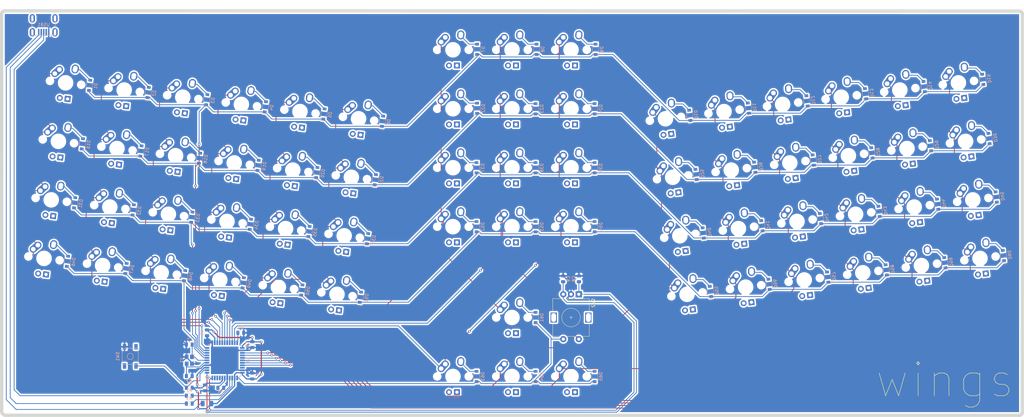
<source format=kicad_pcb>
(kicad_pcb (version 20171130) (host pcbnew "(5.1.4)-1")
  (layers (0 F.Cu signal) (31 B.Cu signal) (34 B.Paste user) (35 F.Paste user) (36 B.SilkS user) (37 F.SilkS user) (38 B.Mask user) (39 F.Mask user) (44 Edge.Cuts user))
  (net 0 "")
  (net 1 GND)
  (net 2 "Net-(C1-Pad1)")
  (net 3 "Net-(C2-Pad1)")
  (net 4 "Net-(C3-Pad1)")
  (net 5 +5V)
  (net 6 "Net-(D1-Pad2)")
  (net 7 ROW0)
  (net 8 "Net-(D2-Pad2)")
  (net 9 "Net-(D3-Pad2)")
  (net 10 "Net-(D4-Pad2)")
  (net 11 "Net-(D5-Pad2)")
  (net 12 "Net-(D6-Pad2)")
  (net 13 "Net-(D7-Pad2)")
  (net 14 "Net-(D8-Pad2)")
  (net 15 "Net-(D9-Pad2)")
  (net 16 "Net-(D10-Pad2)")
  (net 17 "Net-(D11-Pad2)")
  (net 18 "Net-(D12-Pad2)")
  (net 19 "Net-(D13-Pad2)")
  (net 20 "Net-(D14-Pad2)")
  (net 21 "Net-(D15-Pad2)")
  (net 22 "Net-(D16-Pad2)")
  (net 23 ROW1)
  (net 24 "Net-(D17-Pad2)")
  (net 25 "Net-(D18-Pad2)")
  (net 26 "Net-(D19-Pad2)")
  (net 27 "Net-(D20-Pad2)")
  (net 28 "Net-(D21-Pad2)")
  (net 29 "Net-(D22-Pad2)")
  (net 30 "Net-(D23-Pad2)")
  (net 31 "Net-(D24-Pad2)")
  (net 32 "Net-(D25-Pad2)")
  (net 33 "Net-(D26-Pad2)")
  (net 34 "Net-(D27-Pad2)")
  (net 35 "Net-(D28-Pad2)")
  (net 36 "Net-(D29-Pad2)")
  (net 37 "Net-(D30-Pad2)")
  (net 38 "Net-(D31-Pad2)")
  (net 39 ROW2)
  (net 40 "Net-(D32-Pad2)")
  (net 41 "Net-(D33-Pad2)")
  (net 42 "Net-(D34-Pad2)")
  (net 43 "Net-(D35-Pad2)")
  (net 44 "Net-(D36-Pad2)")
  (net 45 "Net-(D37-Pad2)")
  (net 46 "Net-(D38-Pad2)")
  (net 47 "Net-(D39-Pad2)")
  (net 48 "Net-(D40-Pad2)")
  (net 49 "Net-(D41-Pad2)")
  (net 50 "Net-(D42-Pad2)")
  (net 51 "Net-(D43-Pad2)")
  (net 52 "Net-(D44-Pad2)")
  (net 53 "Net-(D45-Pad2)")
  (net 54 "Net-(D46-Pad2)")
  (net 55 ROW3)
  (net 56 "Net-(D47-Pad2)")
  (net 57 "Net-(D48-Pad2)")
  (net 58 "Net-(D49-Pad2)")
  (net 59 "Net-(D50-Pad2)")
  (net 60 "Net-(D51-Pad2)")
  (net 61 "Net-(D52-Pad2)")
  (net 62 "Net-(D53-Pad2)")
  (net 63 "Net-(D54-Pad2)")
  (net 64 "Net-(D55-Pad2)")
  (net 65 "Net-(D56-Pad2)")
  (net 66 "Net-(D57-Pad2)")
  (net 67 "Net-(D58-Pad2)")
  (net 68 "Net-(D59-Pad2)")
  (net 69 "Net-(D60-Pad2)")
  (net 70 "Net-(D61-Pad2)")
  (net 71 ROW4)
  (net 72 "Net-(D63-Pad2)")
  (net 73 "Net-(D64-Pad2)")
  (net 74 "Net-(D65-Pad2)")
  (net 75 VCC)
  (net 76 COL0)
  (net 77 COL1)
  (net 78 COL2)
  (net 79 COL3)
  (net 80 COL4)
  (net 81 COL5)
  (net 82 COL6)
  (net 83 COL7)
  (net 84 COL8)
  (net 85 COL9)
  (net 86 COL10)
  (net 87 COL11)
  (net 88 COL12)
  (net 89 COL13)
  (net 90 COL14)
  (net 91 "Net-(R1-Pad2)")
  (net 92 D+)
  (net 93 "Net-(R2-Pad1)")
  (net 94 D-)
  (net 95 "Net-(R3-Pad1)")
  (net 96 "Net-(R4-Pad2)")
  (net 97 "Net-(U1-Pad42)")
  (net 98 "Net-(U1-Pad10)")
  (net 99 "Net-(U1-Pad9)")
  (net 100 "Net-(U1-Pad8)")
  (net 101 "Net-(USB1-Pad6)")
  (net 102 "Net-(USB1-Pad2)")
  (net 103 ROT0)
  (net 104 ROT1)
  (module Rotary_Encoder:RotaryEncoder_Alps_EC11E-Switch_Vertical_H20mm (layer F.Cu) (at 179.0319 120.904 270)
    (fp_text reference SW2 (at 2.8 -4.7 90) (layer F.SilkS))
    (fp_text value Rotary_Encoder_Switch)
    (pad A thru_hole rect (at 0 0 270) (size 2 2) (drill 1) (layers *.Cu *.Mask) (net 103 ROT0))
    (pad C thru_hole circle (at 0 2.5 270) (size 2 2) (drill 1) (layers *.Cu *.Mask) (net 1 GND))
    (pad B thru_hole circle (at 0 5 270) (size 2 2) (drill 1) (layers *.Cu *.Mask) (net 104 ROT1))
    (pad MP thru_hole rect (at 7.5 -3.1 270) (size 3.2 2) (drill oval 2.8 1.5) (layers *.Cu *.Mask))
    (pad MP thru_hole rect (at 7.5 8.1 270) (size 3.2 2) (drill oval 2.8 1.5) (layers *.Cu *.Mask))
    (pad S2 thru_hole circle (at 14.5 0 270) (size 2 2) (drill 1) (layers *.Cu *.Mask) (net 83 COL7))
    (pad S1 thru_hole circle (at 14.5 5 270) (size 2 2) (drill 1) (layers *.Cu *.Mask) (net 71 ROW4))
  )
  (module Capacitor_SMD:C_0805_2012Metric (layer B.Cu) (at 173.99 115.9025 90)
    (fp_text reference C9 (at 0 1.65 270) (layer B.SilkS) (effects (justify mirror)))
    (fp_text value 100nF)
    (pad 2 smd roundrect (at 0.9375 0 90) (size 0.975 1.4) (layers B.Cu B.Paste B.Mask) (net 1 GND))
    (pad 1 smd roundrect (at -0.9375 0 90) (size 0.975 1.4) (layers B.Cu B.Paste B.Mask) (net 104 ROT1))
  )
  (module Capacitor_SMD:C_0805_2012Metric (layer B.Cu) (at 179.07 115.9025 270)
    (fp_text reference C8 (at 0 1.65 270) (layer B.SilkS) (effects (justify mirror)))
    (fp_text value 100nF)
    (pad 2 smd roundrect (at 0.9375 0 270) (size 0.975 1.4) (layers B.Cu B.Paste B.Mask) (net 103 ROT0))
    (pad 1 smd roundrect (at -0.9375 0 270) (size 0.975 1.4) (layers B.Cu B.Paste B.Mask) (net 1 GND))
  )
  (module random-keyboard-parts:Molex-0548190589 (layer B.Cu) (at 6.35 31.75 270)
    (fp_text reference USB1 (at 2.032 0) (layer B.SilkS) (effects (justify mirror)))
    (fp_text value Molex-0548190589)
    (pad 6 thru_hole oval (at 0 3.65 270) (size 2.7 1.7) (drill oval 1.9 0.7) (layers *.Cu *.Mask) (net 101 "Net-(USB1-Pad6)"))
    (pad 6 thru_hole oval (at 0 -3.65 270) (size 2.7 1.7) (drill oval 1.9 0.7) (layers *.Cu *.Mask) (net 101 "Net-(USB1-Pad6)"))
    (pad 6 thru_hole oval (at 4.5 -3.65 270) (size 2.7 1.7) (drill oval 1.9 0.7) (layers *.Cu *.Mask) (net 101 "Net-(USB1-Pad6)"))
    (pad 6 thru_hole oval (at 4.5 3.65 270) (size 2.7 1.7) (drill oval 1.9 0.7) (layers *.Cu *.Mask) (net 101 "Net-(USB1-Pad6)"))
    (pad 5 smd rect (at 4.5 1.6 270) (size 2.25 0.5) (layers B.Cu B.Paste B.Mask) (net 75 VCC))
    (pad 4 smd rect (at 4.5 0.8 270) (size 2.25 0.5) (layers B.Cu B.Paste B.Mask) (net 94 D-))
    (pad 3 smd rect (at 4.5 0 270) (size 2.25 0.5) (layers B.Cu B.Paste B.Mask) (net 92 D+))
    (pad 2 smd rect (at 4.5 -0.8 270) (size 2.25 0.5) (layers B.Cu B.Paste B.Mask) (net 102 "Net-(USB1-Pad2)"))
    (pad 1 smd rect (at 4.5 -1.6 270) (size 2.25 0.5) (layers B.Cu B.Paste B.Mask) (net 1 GND))
  )
  (module Crystal:Crystal_SMD_3225-4Pin_3.2x2.5mm (layer B.Cu) (at 53.34 142.24 270)
    (fp_text reference Y1 (at 0 2.45 90) (layer B.SilkS) (effects (justify mirror)))
    (fp_text value 16MHz)
    (pad 4 smd rect (at -1.1 0.85 270) (size 1.4 1.2) (layers B.Cu B.Paste B.Mask) (net 1 GND))
    (pad 3 smd rect (at 1.1 0.85 270) (size 1.4 1.2) (layers B.Cu B.Paste B.Mask) (net 3 "Net-(C2-Pad1)"))
    (pad 2 smd rect (at 1.1 -0.85 270) (size 1.4 1.2) (layers B.Cu B.Paste B.Mask) (net 1 GND))
    (pad 1 smd rect (at -1.1 -0.85 270) (size 1.4 1.2) (layers B.Cu B.Paste B.Mask) (net 2 "Net-(C1-Pad1)"))
  )
  (module Package_QFP:TQFP-44_10x10mm_P0.8mm (layer B.Cu) (at 64.77 142.24 90)
    (fp_text reference U1 (at 0 7.45 90) (layer B.SilkS) (effects (justify mirror)))
    (fp_text value ATmega32U4-AU)
    (pad 44 smd rect (at -4 5.7) (size 1.5 0.55) (layers B.Cu B.Paste B.Mask) (net 5 +5V))
    (pad 43 smd rect (at -3.2 5.7) (size 1.5 0.55) (layers B.Cu B.Paste B.Mask) (net 1 GND))
    (pad 42 smd rect (at -2.4 5.7) (size 1.5 0.55) (layers B.Cu B.Paste B.Mask) (net 97 "Net-(U1-Pad42)"))
    (pad 41 smd rect (at -1.6 5.7) (size 1.5 0.55) (layers B.Cu B.Paste B.Mask) (net 90 COL14))
    (pad 40 smd rect (at -0.8 5.7) (size 1.5 0.55) (layers B.Cu B.Paste B.Mask) (net 89 COL13))
    (pad 39 smd rect (at 0 5.7) (size 1.5 0.55) (layers B.Cu B.Paste B.Mask) (net 88 COL12))
    (pad 38 smd rect (at 0.8 5.7) (size 1.5 0.55) (layers B.Cu B.Paste B.Mask) (net 87 COL11))
    (pad 37 smd rect (at 1.6 5.7) (size 1.5 0.55) (layers B.Cu B.Paste B.Mask) (net 86 COL10))
    (pad 36 smd rect (at 2.4 5.7) (size 1.5 0.55) (layers B.Cu B.Paste B.Mask) (net 85 COL9))
    (pad 35 smd rect (at 3.2 5.7) (size 1.5 0.55) (layers B.Cu B.Paste B.Mask) (net 1 GND))
    (pad 34 smd rect (at 4 5.7) (size 1.5 0.55) (layers B.Cu B.Paste B.Mask) (net 5 +5V))
    (pad 33 smd rect (at 5.7 4 90) (size 1.5 0.55) (layers B.Cu B.Paste B.Mask) (net 96 "Net-(R4-Pad2)"))
    (pad 32 smd rect (at 5.7 3.2 90) (size 1.5 0.55) (layers B.Cu B.Paste B.Mask) (net 84 COL8))
    (pad 31 smd rect (at 5.7 2.4 90) (size 1.5 0.55) (layers B.Cu B.Paste B.Mask) (net 83 COL7))
    (pad 30 smd rect (at 5.7 1.6 90) (size 1.5 0.55) (layers B.Cu B.Paste B.Mask) (net 82 COL6))
    (pad 29 smd rect (at 5.7 0.8 90) (size 1.5 0.55) (layers B.Cu B.Paste B.Mask) (net 81 COL5))
    (pad 28 smd rect (at 5.7 0 90) (size 1.5 0.55) (layers B.Cu B.Paste B.Mask) (net 80 COL4))
    (pad 27 smd rect (at 5.7 -0.8 90) (size 1.5 0.55) (layers B.Cu B.Paste B.Mask) (net 79 COL3))
    (pad 26 smd rect (at 5.7 -1.6 90) (size 1.5 0.55) (layers B.Cu B.Paste B.Mask) (net 78 COL2))
    (pad 25 smd rect (at 5.7 -2.4 90) (size 1.5 0.55) (layers B.Cu B.Paste B.Mask) (net 77 COL1))
    (pad 24 smd rect (at 5.7 -3.2 90) (size 1.5 0.55) (layers B.Cu B.Paste B.Mask) (net 5 +5V))
    (pad 23 smd rect (at 5.7 -4 90) (size 1.5 0.55) (layers B.Cu B.Paste B.Mask) (net 1 GND))
    (pad 22 smd rect (at 4 -5.7) (size 1.5 0.55) (layers B.Cu B.Paste B.Mask) (net 76 COL0))
    (pad 21 smd rect (at 3.2 -5.7) (size 1.5 0.55) (layers B.Cu B.Paste B.Mask) (net 7 ROW0))
    (pad 20 smd rect (at 2.4 -5.7) (size 1.5 0.55) (layers B.Cu B.Paste B.Mask) (net 23 ROW1))
    (pad 19 smd rect (at 1.6 -5.7) (size 1.5 0.55) (layers B.Cu B.Paste B.Mask) (net 39 ROW2))
    (pad 18 smd rect (at 0.8 -5.7) (size 1.5 0.55) (layers B.Cu B.Paste B.Mask) (net 55 ROW3))
    (pad 17 smd rect (at 0 -5.7) (size 1.5 0.55) (layers B.Cu B.Paste B.Mask) (net 2 "Net-(C1-Pad1)"))
    (pad 16 smd rect (at -0.8 -5.7) (size 1.5 0.55) (layers B.Cu B.Paste B.Mask) (net 3 "Net-(C2-Pad1)"))
    (pad 15 smd rect (at -1.6 -5.7) (size 1.5 0.55) (layers B.Cu B.Paste B.Mask) (net 1 GND))
    (pad 14 smd rect (at -2.4 -5.7) (size 1.5 0.55) (layers B.Cu B.Paste B.Mask) (net 5 +5V))
    (pad 13 smd rect (at -3.2 -5.7) (size 1.5 0.55) (layers B.Cu B.Paste B.Mask) (net 91 "Net-(R1-Pad2)"))
    (pad 12 smd rect (at -4 -5.7) (size 1.5 0.55) (layers B.Cu B.Paste B.Mask) (net 103 ROT0))
    (pad 11 smd rect (at -5.7 -4 90) (size 1.5 0.55) (layers B.Cu B.Paste B.Mask) (net 104 ROT1))
    (pad 10 smd rect (at -5.7 -3.2 90) (size 1.5 0.55) (layers B.Cu B.Paste B.Mask) (net 98 "Net-(U1-Pad10)"))
    (pad 9 smd rect (at -5.7 -2.4 90) (size 1.5 0.55) (layers B.Cu B.Paste B.Mask) (net 99 "Net-(U1-Pad9)"))
    (pad 8 smd rect (at -5.7 -1.6 90) (size 1.5 0.55) (layers B.Cu B.Paste B.Mask) (net 100 "Net-(U1-Pad8)"))
    (pad 7 smd rect (at -5.7 -0.8 90) (size 1.5 0.55) (layers B.Cu B.Paste B.Mask) (net 5 +5V))
    (pad 6 smd rect (at -5.7 0 90) (size 1.5 0.55) (layers B.Cu B.Paste B.Mask) (net 4 "Net-(C3-Pad1)"))
    (pad 5 smd rect (at -5.7 0.8 90) (size 1.5 0.55) (layers B.Cu B.Paste B.Mask) (net 1 GND))
    (pad 4 smd rect (at -5.7 1.6 90) (size 1.5 0.55) (layers B.Cu B.Paste B.Mask) (net 93 "Net-(R2-Pad1)"))
    (pad 3 smd rect (at -5.7 2.4 90) (size 1.5 0.55) (layers B.Cu B.Paste B.Mask) (net 95 "Net-(R3-Pad1)"))
    (pad 2 smd rect (at -5.7 3.2 90) (size 1.5 0.55) (layers B.Cu B.Paste B.Mask) (net 5 +5V))
    (pad 1 smd rect (at -5.7 4 90) (size 1.5 0.55) (layers B.Cu B.Paste B.Mask) (net 71 ROW4))
  )
  (module random-keyboard-parts:SKQG-1155865 (layer B.Cu) (at 34.29 140.97 90)
    (fp_text reference SW1 (at 0 -4.064 90) (layer B.SilkS) (effects (justify mirror)))
    (fp_text value SW_Push)
    (pad 4 smd rect (at -3.1 -1.85 90) (size 1.8 1.1) (layers B.Cu B.Paste B.Mask))
    (pad 3 smd rect (at 3.1 1.85 90) (size 1.8 1.1) (layers B.Cu B.Paste B.Mask))
    (pad 2 smd rect (at -3.1 1.85 90) (size 1.8 1.1) (layers B.Cu B.Paste B.Mask) (net 91 "Net-(R1-Pad2)"))
    (pad 1 smd rect (at 3.1 -1.85 90) (size 1.8 1.1) (layers B.Cu B.Paste B.Mask) (net 1 GND))
  )
  (module Resistor_SMD:R_0805_2012Metric (layer B.Cu) (at 69.9516 133.35 180)
    (fp_text reference R4 (at 0 1.65) (layer B.SilkS) (effects (justify mirror)))
    (fp_text value 10k)
    (pad 2 smd roundrect (at 0.9375 0 180) (size 0.975 1.4) (layers B.Cu B.Paste B.Mask) (net 96 "Net-(R4-Pad2)"))
    (pad 1 smd roundrect (at -0.9375 0 180) (size 0.975 1.4) (layers B.Cu B.Paste B.Mask) (net 1 GND))
  )
  (module Resistor_SMD:R_0805_2012Metric (layer B.Cu) (at 53.34 156.21 180)
    (fp_text reference R3 (at 0 1.65) (layer B.SilkS) (effects (justify mirror)))
    (fp_text value 22)
    (pad 2 smd roundrect (at 0.9375 0 180) (size 0.975 1.4) (layers B.Cu B.Paste B.Mask) (net 94 D-))
    (pad 1 smd roundrect (at -0.9375 0 180) (size 0.975 1.4) (layers B.Cu B.Paste B.Mask) (net 95 "Net-(R3-Pad1)"))
  )
  (module Resistor_SMD:R_0805_2012Metric (layer B.Cu) (at 53.34 153.67 180)
    (fp_text reference R2 (at 0 1.65) (layer B.SilkS) (effects (justify mirror)))
    (fp_text value 22)
    (pad 2 smd roundrect (at 0.9375 0 180) (size 0.975 1.4) (layers B.Cu B.Paste B.Mask) (net 92 D+))
    (pad 1 smd roundrect (at -0.9375 0 180) (size 0.975 1.4) (layers B.Cu B.Paste B.Mask) (net 93 "Net-(R2-Pad1)"))
  )
  (module Resistor_SMD:R_0805_2012Metric (layer B.Cu) (at 53.34 151.13 180)
    (fp_text reference R1 (at 0 1.65) (layer B.SilkS) (effects (justify mirror)))
    (fp_text value 10k)
    (pad 2 smd roundrect (at 0.9375 0 180) (size 0.975 1.4) (layers B.Cu B.Paste B.Mask) (net 91 "Net-(R1-Pad2)"))
    (pad 1 smd roundrect (at -0.9375 0 180) (size 0.975 1.4) (layers B.Cu B.Paste B.Mask) (net 5 +5V))
  )
  (module MX_Alps_Hybrid:MX-1U (layer F.Cu) (at 176.5308 147.45094)
    (fp_text reference MX65)
    (fp_text value MX-NoLED)
    (pad "" np_thru_hole circle (at 5.08 0 48.0996) (size 1.75 1.75) (drill 1.75) (layers *.Cu *.Mask))
    (pad "" np_thru_hole circle (at -5.08 0 48.0996) (size 1.75 1.75) (drill 1.75) (layers *.Cu *.Mask))
    (pad 4 thru_hole rect (at 1.27 5.08) (size 1.905 1.905) (drill 1.04) (layers *.Cu B.Mask))
    (pad 3 thru_hole circle (at -1.27 5.08) (size 1.905 1.905) (drill 1.04) (layers *.Cu B.Mask))
    (pad 1 thru_hole circle (at -2.5 -4) (size 2.25 2.25) (drill 1.47) (layers *.Cu B.Mask) (net 86 COL10))
    (pad "" np_thru_hole circle (at 0 0) (size 3.9878 3.9878) (drill 3.9878) (layers *.Cu *.Mask))
    (pad 1 thru_hole oval (at -3.81 -2.54 48.0996) (size 4.211556 2.25) (drill 1.47 (offset 0.980778 0)) (layers *.Cu B.Mask) (net 86 COL10))
    (pad 2 thru_hole circle (at 2.54 -5.08) (size 2.25 2.25) (drill 1.47) (layers *.Cu B.Mask) (net 74 "Net-(D65-Pad2)"))
    (pad 2 thru_hole oval (at 2.5 -4.5 86.0548) (size 2.831378 2.25) (drill 1.47 (offset 0.290689 0)) (layers *.Cu B.Mask) (net 74 "Net-(D65-Pad2)"))
  )
  (module MX_Alps_Hybrid:MX-1U (layer F.Cu) (at 157.4808 147.45094)
    (fp_text reference MX64)
    (fp_text value MX-NoLED)
    (pad "" np_thru_hole circle (at 5.08 0 48.0996) (size 1.75 1.75) (drill 1.75) (layers *.Cu *.Mask))
    (pad "" np_thru_hole circle (at -5.08 0 48.0996) (size 1.75 1.75) (drill 1.75) (layers *.Cu *.Mask))
    (pad 4 thru_hole rect (at 1.27 5.08) (size 1.905 1.905) (drill 1.04) (layers *.Cu B.Mask))
    (pad 3 thru_hole circle (at -1.27 5.08) (size 1.905 1.905) (drill 1.04) (layers *.Cu B.Mask))
    (pad 1 thru_hole circle (at -2.5 -4) (size 2.25 2.25) (drill 1.47) (layers *.Cu B.Mask) (net 85 COL9))
    (pad "" np_thru_hole circle (at 0 0) (size 3.9878 3.9878) (drill 3.9878) (layers *.Cu *.Mask))
    (pad 1 thru_hole oval (at -3.81 -2.54 48.0996) (size 4.211556 2.25) (drill 1.47 (offset 0.980778 0)) (layers *.Cu B.Mask) (net 85 COL9))
    (pad 2 thru_hole circle (at 2.54 -5.08) (size 2.25 2.25) (drill 1.47) (layers *.Cu B.Mask) (net 73 "Net-(D64-Pad2)"))
    (pad 2 thru_hole oval (at 2.5 -4.5 86.0548) (size 2.831378 2.25) (drill 1.47 (offset 0.290689 0)) (layers *.Cu B.Mask) (net 73 "Net-(D64-Pad2)"))
  )
  (module MX_Alps_Hybrid:MX-1U (layer F.Cu) (at 138.4308 147.45094)
    (fp_text reference MX63)
    (fp_text value MX-NoLED)
    (pad "" np_thru_hole circle (at 5.08 0 48.0996) (size 1.75 1.75) (drill 1.75) (layers *.Cu *.Mask))
    (pad "" np_thru_hole circle (at -5.08 0 48.0996) (size 1.75 1.75) (drill 1.75) (layers *.Cu *.Mask))
    (pad 4 thru_hole rect (at 1.27 5.08) (size 1.905 1.905) (drill 1.04) (layers *.Cu B.Mask))
    (pad 3 thru_hole circle (at -1.27 5.08) (size 1.905 1.905) (drill 1.04) (layers *.Cu B.Mask))
    (pad 1 thru_hole circle (at -2.5 -4) (size 2.25 2.25) (drill 1.47) (layers *.Cu B.Mask) (net 84 COL8))
    (pad "" np_thru_hole circle (at 0 0) (size 3.9878 3.9878) (drill 3.9878) (layers *.Cu *.Mask))
    (pad 1 thru_hole oval (at -3.81 -2.54 48.0996) (size 4.211556 2.25) (drill 1.47 (offset 0.980778 0)) (layers *.Cu B.Mask) (net 84 COL8))
    (pad 2 thru_hole circle (at 2.54 -5.08) (size 2.25 2.25) (drill 1.47) (layers *.Cu B.Mask) (net 72 "Net-(D63-Pad2)"))
    (pad 2 thru_hole oval (at 2.5 -4.5 86.0548) (size 2.831378 2.25) (drill 1.47 (offset 0.290689 0)) (layers *.Cu B.Mask) (net 72 "Net-(D63-Pad2)"))
  )
  (module MX_Alps_Hybrid:MX-1U (layer F.Cu) (at 157.4808 128.40094)
    (fp_text reference MX61)
    (fp_text value MX-NoLED)
    (pad "" np_thru_hole circle (at 5.08 0 48.0996) (size 1.75 1.75) (drill 1.75) (layers *.Cu *.Mask))
    (pad "" np_thru_hole circle (at -5.08 0 48.0996) (size 1.75 1.75) (drill 1.75) (layers *.Cu *.Mask))
    (pad 4 thru_hole rect (at 1.27 5.08) (size 1.905 1.905) (drill 1.04) (layers *.Cu B.Mask))
    (pad 3 thru_hole circle (at -1.27 5.08) (size 1.905 1.905) (drill 1.04) (layers *.Cu B.Mask))
    (pad 1 thru_hole circle (at -2.5 -4) (size 2.25 2.25) (drill 1.47) (layers *.Cu B.Mask) (net 82 COL6))
    (pad "" np_thru_hole circle (at 0 0) (size 3.9878 3.9878) (drill 3.9878) (layers *.Cu *.Mask))
    (pad 1 thru_hole oval (at -3.81 -2.54 48.0996) (size 4.211556 2.25) (drill 1.47 (offset 0.980778 0)) (layers *.Cu B.Mask) (net 82 COL6))
    (pad 2 thru_hole circle (at 2.54 -5.08) (size 2.25 2.25) (drill 1.47) (layers *.Cu B.Mask) (net 70 "Net-(D61-Pad2)"))
    (pad 2 thru_hole oval (at 2.5 -4.5 86.0548) (size 2.831378 2.25) (drill 1.47 (offset 0.290689 0)) (layers *.Cu B.Mask) (net 70 "Net-(D61-Pad2)"))
  )
  (module MX_Alps_Hybrid:MX-1U (layer F.Cu) (at 308.503288 109.308502 7)
    (fp_text reference MX60)
    (fp_text value MX-NoLED)
    (pad "" np_thru_hole circle (at 5.08 0 55.0996) (size 1.75 1.75) (drill 1.75) (layers *.Cu *.Mask))
    (pad "" np_thru_hole circle (at -5.08 0 55.0996) (size 1.75 1.75) (drill 1.75) (layers *.Cu *.Mask))
    (pad 4 thru_hole rect (at 1.27 5.08 7) (size 1.905 1.905) (drill 1.04) (layers *.Cu B.Mask))
    (pad 3 thru_hole circle (at -1.27 5.08 7) (size 1.905 1.905) (drill 1.04) (layers *.Cu B.Mask))
    (pad 1 thru_hole circle (at -2.5 -4 7) (size 2.25 2.25) (drill 1.47) (layers *.Cu B.Mask) (net 90 COL14))
    (pad "" np_thru_hole circle (at 0 0 7) (size 3.9878 3.9878) (drill 3.9878) (layers *.Cu *.Mask))
    (pad 1 thru_hole oval (at -3.81 -2.54 55.0996) (size 4.211556 2.25) (drill 1.47 (offset 0.980778 0)) (layers *.Cu B.Mask) (net 90 COL14))
    (pad 2 thru_hole circle (at 2.54 -5.08 7) (size 2.25 2.25) (drill 1.47) (layers *.Cu B.Mask) (net 69 "Net-(D60-Pad2)"))
    (pad 2 thru_hole oval (at 2.5 -4.5 93.0548) (size 2.831378 2.25) (drill 1.47 (offset 0.290689 0)) (layers *.Cu B.Mask) (net 69 "Net-(D60-Pad2)"))
  )
  (module MX_Alps_Hybrid:MX-1U (layer F.Cu) (at 289.595284 111.630113 7)
    (fp_text reference MX59)
    (fp_text value MX-NoLED)
    (pad "" np_thru_hole circle (at 5.08 0 55.0996) (size 1.75 1.75) (drill 1.75) (layers *.Cu *.Mask))
    (pad "" np_thru_hole circle (at -5.08 0 55.0996) (size 1.75 1.75) (drill 1.75) (layers *.Cu *.Mask))
    (pad 4 thru_hole rect (at 1.27 5.08 7) (size 1.905 1.905) (drill 1.04) (layers *.Cu B.Mask))
    (pad 3 thru_hole circle (at -1.27 5.08 7) (size 1.905 1.905) (drill 1.04) (layers *.Cu B.Mask))
    (pad 1 thru_hole circle (at -2.5 -4 7) (size 2.25 2.25) (drill 1.47) (layers *.Cu B.Mask) (net 89 COL13))
    (pad "" np_thru_hole circle (at 0 0 7) (size 3.9878 3.9878) (drill 3.9878) (layers *.Cu *.Mask))
    (pad 1 thru_hole oval (at -3.81 -2.54 55.0996) (size 4.211556 2.25) (drill 1.47 (offset 0.980778 0)) (layers *.Cu B.Mask) (net 89 COL13))
    (pad 2 thru_hole circle (at 2.54 -5.08 7) (size 2.25 2.25) (drill 1.47) (layers *.Cu B.Mask) (net 68 "Net-(D59-Pad2)"))
    (pad 2 thru_hole oval (at 2.5 -4.5 93.0548) (size 2.831378 2.25) (drill 1.47 (offset 0.290689 0)) (layers *.Cu B.Mask) (net 68 "Net-(D59-Pad2)"))
  )
  (module MX_Alps_Hybrid:MX-1U (layer F.Cu) (at 270.68728 113.951724 7)
    (fp_text reference MX58)
    (fp_text value MX-NoLED)
    (pad "" np_thru_hole circle (at 5.08 0 55.0996) (size 1.75 1.75) (drill 1.75) (layers *.Cu *.Mask))
    (pad "" np_thru_hole circle (at -5.08 0 55.0996) (size 1.75 1.75) (drill 1.75) (layers *.Cu *.Mask))
    (pad 4 thru_hole rect (at 1.27 5.08 7) (size 1.905 1.905) (drill 1.04) (layers *.Cu B.Mask))
    (pad 3 thru_hole circle (at -1.27 5.08 7) (size 1.905 1.905) (drill 1.04) (layers *.Cu B.Mask))
    (pad 1 thru_hole circle (at -2.5 -4 7) (size 2.25 2.25) (drill 1.47) (layers *.Cu B.Mask) (net 88 COL12))
    (pad "" np_thru_hole circle (at 0 0 7) (size 3.9878 3.9878) (drill 3.9878) (layers *.Cu *.Mask))
    (pad 1 thru_hole oval (at -3.81 -2.54 55.0996) (size 4.211556 2.25) (drill 1.47 (offset 0.980778 0)) (layers *.Cu B.Mask) (net 88 COL12))
    (pad 2 thru_hole circle (at 2.54 -5.08 7) (size 2.25 2.25) (drill 1.47) (layers *.Cu B.Mask) (net 67 "Net-(D58-Pad2)"))
    (pad 2 thru_hole oval (at 2.5 -4.5 93.0548) (size 2.831378 2.25) (drill 1.47 (offset 0.290689 0)) (layers *.Cu B.Mask) (net 67 "Net-(D58-Pad2)"))
  )
  (module MX_Alps_Hybrid:MX-1U (layer F.Cu) (at 251.779276 116.273335 7)
    (fp_text reference MX57)
    (fp_text value MX-NoLED)
    (pad "" np_thru_hole circle (at 5.08 0 55.0996) (size 1.75 1.75) (drill 1.75) (layers *.Cu *.Mask))
    (pad "" np_thru_hole circle (at -5.08 0 55.0996) (size 1.75 1.75) (drill 1.75) (layers *.Cu *.Mask))
    (pad 4 thru_hole rect (at 1.27 5.08 7) (size 1.905 1.905) (drill 1.04) (layers *.Cu B.Mask))
    (pad 3 thru_hole circle (at -1.27 5.08 7) (size 1.905 1.905) (drill 1.04) (layers *.Cu B.Mask))
    (pad 1 thru_hole circle (at -2.5 -4 7) (size 2.25 2.25) (drill 1.47) (layers *.Cu B.Mask) (net 87 COL11))
    (pad "" np_thru_hole circle (at 0 0 7) (size 3.9878 3.9878) (drill 3.9878) (layers *.Cu *.Mask))
    (pad 1 thru_hole oval (at -3.81 -2.54 55.0996) (size 4.211556 2.25) (drill 1.47 (offset 0.980778 0)) (layers *.Cu B.Mask) (net 87 COL11))
    (pad 2 thru_hole circle (at 2.54 -5.08 7) (size 2.25 2.25) (drill 1.47) (layers *.Cu B.Mask) (net 66 "Net-(D57-Pad2)"))
    (pad 2 thru_hole oval (at 2.5 -4.5 93.0548) (size 2.831378 2.25) (drill 1.47 (offset 0.290689 0)) (layers *.Cu B.Mask) (net 66 "Net-(D57-Pad2)"))
  )
  (module MX_Alps_Hybrid:MX-1U (layer F.Cu) (at 232.871271 118.594946 7)
    (fp_text reference MX56)
    (fp_text value MX-NoLED)
    (pad "" np_thru_hole circle (at 5.08 0 55.0996) (size 1.75 1.75) (drill 1.75) (layers *.Cu *.Mask))
    (pad "" np_thru_hole circle (at -5.08 0 55.0996) (size 1.75 1.75) (drill 1.75) (layers *.Cu *.Mask))
    (pad 4 thru_hole rect (at 1.27 5.08 7) (size 1.905 1.905) (drill 1.04) (layers *.Cu B.Mask))
    (pad 3 thru_hole circle (at -1.27 5.08 7) (size 1.905 1.905) (drill 1.04) (layers *.Cu B.Mask))
    (pad 1 thru_hole circle (at -2.5 -4 7) (size 2.25 2.25) (drill 1.47) (layers *.Cu B.Mask) (net 86 COL10))
    (pad "" np_thru_hole circle (at 0 0 7) (size 3.9878 3.9878) (drill 3.9878) (layers *.Cu *.Mask))
    (pad 1 thru_hole oval (at -3.81 -2.54 55.0996) (size 4.211556 2.25) (drill 1.47 (offset 0.980778 0)) (layers *.Cu B.Mask) (net 86 COL10))
    (pad 2 thru_hole circle (at 2.54 -5.08 7) (size 2.25 2.25) (drill 1.47) (layers *.Cu B.Mask) (net 65 "Net-(D56-Pad2)"))
    (pad 2 thru_hole oval (at 2.5 -4.5 93.0548) (size 2.831378 2.25) (drill 1.47 (offset 0.290689 0)) (layers *.Cu B.Mask) (net 65 "Net-(D56-Pad2)"))
  )
  (module MX_Alps_Hybrid:MX-1U (layer F.Cu) (at 213.963267 120.916557 7)
    (fp_text reference MX55)
    (fp_text value MX-NoLED)
    (pad "" np_thru_hole circle (at 5.08 0 55.0996) (size 1.75 1.75) (drill 1.75) (layers *.Cu *.Mask))
    (pad "" np_thru_hole circle (at -5.08 0 55.0996) (size 1.75 1.75) (drill 1.75) (layers *.Cu *.Mask))
    (pad 4 thru_hole rect (at 1.27 5.08 7) (size 1.905 1.905) (drill 1.04) (layers *.Cu B.Mask))
    (pad 3 thru_hole circle (at -1.27 5.08 7) (size 1.905 1.905) (drill 1.04) (layers *.Cu B.Mask))
    (pad 1 thru_hole circle (at -2.5 -4 7) (size 2.25 2.25) (drill 1.47) (layers *.Cu B.Mask) (net 85 COL9))
    (pad "" np_thru_hole circle (at 0 0 7) (size 3.9878 3.9878) (drill 3.9878) (layers *.Cu *.Mask))
    (pad 1 thru_hole oval (at -3.81 -2.54 55.0996) (size 4.211556 2.25) (drill 1.47 (offset 0.980778 0)) (layers *.Cu B.Mask) (net 85 COL9))
    (pad 2 thru_hole circle (at 2.54 -5.08 7) (size 2.25 2.25) (drill 1.47) (layers *.Cu B.Mask) (net 64 "Net-(D55-Pad2)"))
    (pad 2 thru_hole oval (at 2.5 -4.5 93.0548) (size 2.831378 2.25) (drill 1.47 (offset 0.290689 0)) (layers *.Cu B.Mask) (net 64 "Net-(D55-Pad2)"))
  )
  (module MX_Alps_Hybrid:MX-1U (layer F.Cu) (at 176.53 99.06)
    (fp_text reference MX54)
    (fp_text value MX-NoLED)
    (pad "" np_thru_hole circle (at 5.08 0 48.0996) (size 1.75 1.75) (drill 1.75) (layers *.Cu *.Mask))
    (pad "" np_thru_hole circle (at -5.08 0 48.0996) (size 1.75 1.75) (drill 1.75) (layers *.Cu *.Mask))
    (pad 4 thru_hole rect (at 1.27 5.08) (size 1.905 1.905) (drill 1.04) (layers *.Cu B.Mask))
    (pad 3 thru_hole circle (at -1.27 5.08) (size 1.905 1.905) (drill 1.04) (layers *.Cu B.Mask))
    (pad 1 thru_hole circle (at -2.5 -4) (size 2.25 2.25) (drill 1.47) (layers *.Cu B.Mask) (net 84 COL8))
    (pad "" np_thru_hole circle (at 0 0) (size 3.9878 3.9878) (drill 3.9878) (layers *.Cu *.Mask))
    (pad 1 thru_hole oval (at -3.81 -2.54 48.0996) (size 4.211556 2.25) (drill 1.47 (offset 0.980778 0)) (layers *.Cu B.Mask) (net 84 COL8))
    (pad 2 thru_hole circle (at 2.54 -5.08) (size 2.25 2.25) (drill 1.47) (layers *.Cu B.Mask) (net 63 "Net-(D54-Pad2)"))
    (pad 2 thru_hole oval (at 2.5 -4.5 86.0548) (size 2.831378 2.25) (drill 1.47 (offset 0.290689 0)) (layers *.Cu B.Mask) (net 63 "Net-(D54-Pad2)"))
  )
  (module MX_Alps_Hybrid:MX-1U (layer F.Cu) (at 157.48 99.06)
    (fp_text reference MX53)
    (fp_text value MX-NoLED)
    (pad "" np_thru_hole circle (at 5.08 0 48.0996) (size 1.75 1.75) (drill 1.75) (layers *.Cu *.Mask))
    (pad "" np_thru_hole circle (at -5.08 0 48.0996) (size 1.75 1.75) (drill 1.75) (layers *.Cu *.Mask))
    (pad 4 thru_hole rect (at 1.27 5.08) (size 1.905 1.905) (drill 1.04) (layers *.Cu B.Mask))
    (pad 3 thru_hole circle (at -1.27 5.08) (size 1.905 1.905) (drill 1.04) (layers *.Cu B.Mask))
    (pad 1 thru_hole circle (at -2.5 -4) (size 2.25 2.25) (drill 1.47) (layers *.Cu B.Mask) (net 83 COL7))
    (pad "" np_thru_hole circle (at 0 0) (size 3.9878 3.9878) (drill 3.9878) (layers *.Cu *.Mask))
    (pad 1 thru_hole oval (at -3.81 -2.54 48.0996) (size 4.211556 2.25) (drill 1.47 (offset 0.980778 0)) (layers *.Cu B.Mask) (net 83 COL7))
    (pad 2 thru_hole circle (at 2.54 -5.08) (size 2.25 2.25) (drill 1.47) (layers *.Cu B.Mask) (net 62 "Net-(D53-Pad2)"))
    (pad 2 thru_hole oval (at 2.5 -4.5 86.0548) (size 2.831378 2.25) (drill 1.47 (offset 0.290689 0)) (layers *.Cu B.Mask) (net 62 "Net-(D53-Pad2)"))
  )
  (module MX_Alps_Hybrid:MX-1U (layer F.Cu) (at 138.43 99.06)
    (fp_text reference MX52)
    (fp_text value MX-NoLED)
    (pad "" np_thru_hole circle (at 5.08 0 48.0996) (size 1.75 1.75) (drill 1.75) (layers *.Cu *.Mask))
    (pad "" np_thru_hole circle (at -5.08 0 48.0996) (size 1.75 1.75) (drill 1.75) (layers *.Cu *.Mask))
    (pad 4 thru_hole rect (at 1.27 5.08) (size 1.905 1.905) (drill 1.04) (layers *.Cu B.Mask))
    (pad 3 thru_hole circle (at -1.27 5.08) (size 1.905 1.905) (drill 1.04) (layers *.Cu B.Mask))
    (pad 1 thru_hole circle (at -2.5 -4) (size 2.25 2.25) (drill 1.47) (layers *.Cu B.Mask) (net 82 COL6))
    (pad "" np_thru_hole circle (at 0 0) (size 3.9878 3.9878) (drill 3.9878) (layers *.Cu *.Mask))
    (pad 1 thru_hole oval (at -3.81 -2.54 48.0996) (size 4.211556 2.25) (drill 1.47 (offset 0.980778 0)) (layers *.Cu B.Mask) (net 82 COL6))
    (pad 2 thru_hole circle (at 2.54 -5.08) (size 2.25 2.25) (drill 1.47) (layers *.Cu B.Mask) (net 61 "Net-(D52-Pad2)"))
    (pad 2 thru_hole oval (at 2.5 -4.5 86.0548) (size 2.831378 2.25) (drill 1.47 (offset 0.290689 0)) (layers *.Cu B.Mask) (net 61 "Net-(D52-Pad2)"))
  )
  (module MX_Alps_Hybrid:MX-1U (layer F.Cu) (at 100.999102 120.910771 353)
    (fp_text reference MX51)
    (fp_text value MX-NoLED)
    (pad "" np_thru_hole circle (at 5.08 0 41.0996) (size 1.75 1.75) (drill 1.75) (layers *.Cu *.Mask))
    (pad "" np_thru_hole circle (at -5.08 0 41.0996) (size 1.75 1.75) (drill 1.75) (layers *.Cu *.Mask))
    (pad 4 thru_hole rect (at 1.27 5.08 353) (size 1.905 1.905) (drill 1.04) (layers *.Cu B.Mask))
    (pad 3 thru_hole circle (at -1.27 5.08 353) (size 1.905 1.905) (drill 1.04) (layers *.Cu B.Mask))
    (pad 1 thru_hole circle (at -2.5 -4 353) (size 2.25 2.25) (drill 1.47) (layers *.Cu B.Mask) (net 81 COL5))
    (pad "" np_thru_hole circle (at 0 0 353) (size 3.9878 3.9878) (drill 3.9878) (layers *.Cu *.Mask))
    (pad 1 thru_hole oval (at -3.81 -2.54 41.0996) (size 4.211556 2.25) (drill 1.47 (offset 0.980778 0)) (layers *.Cu B.Mask) (net 81 COL5))
    (pad 2 thru_hole circle (at 2.54 -5.08 353) (size 2.25 2.25) (drill 1.47) (layers *.Cu B.Mask) (net 60 "Net-(D51-Pad2)"))
    (pad 2 thru_hole oval (at 2.5 -4.5 79.0548) (size 2.831378 2.25) (drill 1.47 (offset 0.290689 0)) (layers *.Cu B.Mask) (net 60 "Net-(D51-Pad2)"))
  )
  (module MX_Alps_Hybrid:MX-1U (layer F.Cu) (at 82.091097 118.58916 353)
    (fp_text reference MX50)
    (fp_text value MX-NoLED)
    (pad "" np_thru_hole circle (at 5.08 0 41.0996) (size 1.75 1.75) (drill 1.75) (layers *.Cu *.Mask))
    (pad "" np_thru_hole circle (at -5.08 0 41.0996) (size 1.75 1.75) (drill 1.75) (layers *.Cu *.Mask))
    (pad 4 thru_hole rect (at 1.27 5.08 353) (size 1.905 1.905) (drill 1.04) (layers *.Cu B.Mask))
    (pad 3 thru_hole circle (at -1.27 5.08 353) (size 1.905 1.905) (drill 1.04) (layers *.Cu B.Mask))
    (pad 1 thru_hole circle (at -2.5 -4 353) (size 2.25 2.25) (drill 1.47) (layers *.Cu B.Mask) (net 80 COL4))
    (pad "" np_thru_hole circle (at 0 0 353) (size 3.9878 3.9878) (drill 3.9878) (layers *.Cu *.Mask))
    (pad 1 thru_hole oval (at -3.81 -2.54 41.0996) (size 4.211556 2.25) (drill 1.47 (offset 0.980778 0)) (layers *.Cu B.Mask) (net 80 COL4))
    (pad 2 thru_hole circle (at 2.54 -5.08 353) (size 2.25 2.25) (drill 1.47) (layers *.Cu B.Mask) (net 59 "Net-(D50-Pad2)"))
    (pad 2 thru_hole oval (at 2.5 -4.5 79.0548) (size 2.831378 2.25) (drill 1.47 (offset 0.290689 0)) (layers *.Cu B.Mask) (net 59 "Net-(D50-Pad2)"))
  )
  (module MX_Alps_Hybrid:MX-1U (layer F.Cu) (at 63.183093 116.267549 353)
    (fp_text reference MX49)
    (fp_text value MX-NoLED)
    (pad "" np_thru_hole circle (at 5.08 0 41.0996) (size 1.75 1.75) (drill 1.75) (layers *.Cu *.Mask))
    (pad "" np_thru_hole circle (at -5.08 0 41.0996) (size 1.75 1.75) (drill 1.75) (layers *.Cu *.Mask))
    (pad 4 thru_hole rect (at 1.27 5.08 353) (size 1.905 1.905) (drill 1.04) (layers *.Cu B.Mask))
    (pad 3 thru_hole circle (at -1.27 5.08 353) (size 1.905 1.905) (drill 1.04) (layers *.Cu B.Mask))
    (pad 1 thru_hole circle (at -2.5 -4 353) (size 2.25 2.25) (drill 1.47) (layers *.Cu B.Mask) (net 79 COL3))
    (pad "" np_thru_hole circle (at 0 0 353) (size 3.9878 3.9878) (drill 3.9878) (layers *.Cu *.Mask))
    (pad 1 thru_hole oval (at -3.81 -2.54 41.0996) (size 4.211556 2.25) (drill 1.47 (offset 0.980778 0)) (layers *.Cu B.Mask) (net 79 COL3))
    (pad 2 thru_hole circle (at 2.54 -5.08 353) (size 2.25 2.25) (drill 1.47) (layers *.Cu B.Mask) (net 58 "Net-(D49-Pad2)"))
    (pad 2 thru_hole oval (at 2.5 -4.5 79.0548) (size 2.831378 2.25) (drill 1.47 (offset 0.290689 0)) (layers *.Cu B.Mask) (net 58 "Net-(D49-Pad2)"))
  )
  (module MX_Alps_Hybrid:MX-1U (layer F.Cu) (at 44.275089 113.945938 353)
    (fp_text reference MX48)
    (fp_text value MX-NoLED)
    (pad "" np_thru_hole circle (at 5.08 0 41.0996) (size 1.75 1.75) (drill 1.75) (layers *.Cu *.Mask))
    (pad "" np_thru_hole circle (at -5.08 0 41.0996) (size 1.75 1.75) (drill 1.75) (layers *.Cu *.Mask))
    (pad 4 thru_hole rect (at 1.27 5.08 353) (size 1.905 1.905) (drill 1.04) (layers *.Cu B.Mask))
    (pad 3 thru_hole circle (at -1.27 5.08 353) (size 1.905 1.905) (drill 1.04) (layers *.Cu B.Mask))
    (pad 1 thru_hole circle (at -2.5 -4 353) (size 2.25 2.25) (drill 1.47) (layers *.Cu B.Mask) (net 78 COL2))
    (pad "" np_thru_hole circle (at 0 0 353) (size 3.9878 3.9878) (drill 3.9878) (layers *.Cu *.Mask))
    (pad 1 thru_hole oval (at -3.81 -2.54 41.0996) (size 4.211556 2.25) (drill 1.47 (offset 0.980778 0)) (layers *.Cu B.Mask) (net 78 COL2))
    (pad 2 thru_hole circle (at 2.54 -5.08 353) (size 2.25 2.25) (drill 1.47) (layers *.Cu B.Mask) (net 57 "Net-(D48-Pad2)"))
    (pad 2 thru_hole oval (at 2.5 -4.5 79.0548) (size 2.831378 2.25) (drill 1.47 (offset 0.290689 0)) (layers *.Cu B.Mask) (net 57 "Net-(D48-Pad2)"))
  )
  (module MX_Alps_Hybrid:MX-1U (layer F.Cu) (at 25.367085 111.624327 353)
    (fp_text reference MX47)
    (fp_text value MX-NoLED)
    (pad "" np_thru_hole circle (at 5.08 0 41.0996) (size 1.75 1.75) (drill 1.75) (layers *.Cu *.Mask))
    (pad "" np_thru_hole circle (at -5.08 0 41.0996) (size 1.75 1.75) (drill 1.75) (layers *.Cu *.Mask))
    (pad 4 thru_hole rect (at 1.27 5.08 353) (size 1.905 1.905) (drill 1.04) (layers *.Cu B.Mask))
    (pad 3 thru_hole circle (at -1.27 5.08 353) (size 1.905 1.905) (drill 1.04) (layers *.Cu B.Mask))
    (pad 1 thru_hole circle (at -2.5 -4 353) (size 2.25 2.25) (drill 1.47) (layers *.Cu B.Mask) (net 77 COL1))
    (pad "" np_thru_hole circle (at 0 0 353) (size 3.9878 3.9878) (drill 3.9878) (layers *.Cu *.Mask))
    (pad 1 thru_hole oval (at -3.81 -2.54 41.0996) (size 4.211556 2.25) (drill 1.47 (offset 0.980778 0)) (layers *.Cu B.Mask) (net 77 COL1))
    (pad 2 thru_hole circle (at 2.54 -5.08 353) (size 2.25 2.25) (drill 1.47) (layers *.Cu B.Mask) (net 56 "Net-(D47-Pad2)"))
    (pad 2 thru_hole oval (at 2.5 -4.5 79.0548) (size 2.831378 2.25) (drill 1.47 (offset 0.290689 0)) (layers *.Cu B.Mask) (net 56 "Net-(D47-Pad2)"))
  )
  (module MX_Alps_Hybrid:MX-1U (layer F.Cu) (at 6.459081 109.302716 353)
    (fp_text reference MX46)
    (fp_text value MX-NoLED)
    (pad "" np_thru_hole circle (at 5.08 0 41.0996) (size 1.75 1.75) (drill 1.75) (layers *.Cu *.Mask))
    (pad "" np_thru_hole circle (at -5.08 0 41.0996) (size 1.75 1.75) (drill 1.75) (layers *.Cu *.Mask))
    (pad 4 thru_hole rect (at 1.27 5.08 353) (size 1.905 1.905) (drill 1.04) (layers *.Cu B.Mask))
    (pad 3 thru_hole circle (at -1.27 5.08 353) (size 1.905 1.905) (drill 1.04) (layers *.Cu B.Mask))
    (pad 1 thru_hole circle (at -2.5 -4 353) (size 2.25 2.25) (drill 1.47) (layers *.Cu B.Mask) (net 76 COL0))
    (pad "" np_thru_hole circle (at 0 0 353) (size 3.9878 3.9878) (drill 3.9878) (layers *.Cu *.Mask))
    (pad 1 thru_hole oval (at -3.81 -2.54 41.0996) (size 4.211556 2.25) (drill 1.47 (offset 0.980778 0)) (layers *.Cu B.Mask) (net 76 COL0))
    (pad 2 thru_hole circle (at 2.54 -5.08 353) (size 2.25 2.25) (drill 1.47) (layers *.Cu B.Mask) (net 54 "Net-(D46-Pad2)"))
    (pad 2 thru_hole oval (at 2.5 -4.5 79.0548) (size 2.831378 2.25) (drill 1.47 (offset 0.290689 0)) (layers *.Cu B.Mask) (net 54 "Net-(D46-Pad2)"))
  )
  (module MX_Alps_Hybrid:MX-1U (layer F.Cu) (at 306.181677 90.400498 7)
    (fp_text reference MX45)
    (fp_text value MX-NoLED)
    (pad "" np_thru_hole circle (at 5.08 0 55.0996) (size 1.75 1.75) (drill 1.75) (layers *.Cu *.Mask))
    (pad "" np_thru_hole circle (at -5.08 0 55.0996) (size 1.75 1.75) (drill 1.75) (layers *.Cu *.Mask))
    (pad 4 thru_hole rect (at 1.27 5.08 7) (size 1.905 1.905) (drill 1.04) (layers *.Cu B.Mask))
    (pad 3 thru_hole circle (at -1.27 5.08 7) (size 1.905 1.905) (drill 1.04) (layers *.Cu B.Mask))
    (pad 1 thru_hole circle (at -2.5 -4 7) (size 2.25 2.25) (drill 1.47) (layers *.Cu B.Mask) (net 90 COL14))
    (pad "" np_thru_hole circle (at 0 0 7) (size 3.9878 3.9878) (drill 3.9878) (layers *.Cu *.Mask))
    (pad 1 thru_hole oval (at -3.81 -2.54 55.0996) (size 4.211556 2.25) (drill 1.47 (offset 0.980778 0)) (layers *.Cu B.Mask) (net 90 COL14))
    (pad 2 thru_hole circle (at 2.54 -5.08 7) (size 2.25 2.25) (drill 1.47) (layers *.Cu B.Mask) (net 53 "Net-(D45-Pad2)"))
    (pad 2 thru_hole oval (at 2.5 -4.5 93.0548) (size 2.831378 2.25) (drill 1.47 (offset 0.290689 0)) (layers *.Cu B.Mask) (net 53 "Net-(D45-Pad2)"))
  )
  (module MX_Alps_Hybrid:MX-1U (layer F.Cu) (at 287.273673 92.722109 7)
    (fp_text reference MX44)
    (fp_text value MX-NoLED)
    (pad "" np_thru_hole circle (at 5.08 0 55.0996) (size 1.75 1.75) (drill 1.75) (layers *.Cu *.Mask))
    (pad "" np_thru_hole circle (at -5.08 0 55.0996) (size 1.75 1.75) (drill 1.75) (layers *.Cu *.Mask))
    (pad 4 thru_hole rect (at 1.27 5.08 7) (size 1.905 1.905) (drill 1.04) (layers *.Cu B.Mask))
    (pad 3 thru_hole circle (at -1.27 5.08 7) (size 1.905 1.905) (drill 1.04) (layers *.Cu B.Mask))
    (pad 1 thru_hole circle (at -2.5 -4 7) (size 2.25 2.25) (drill 1.47) (layers *.Cu B.Mask) (net 89 COL13))
    (pad "" np_thru_hole circle (at 0 0 7) (size 3.9878 3.9878) (drill 3.9878) (layers *.Cu *.Mask))
    (pad 1 thru_hole oval (at -3.81 -2.54 55.0996) (size 4.211556 2.25) (drill 1.47 (offset 0.980778 0)) (layers *.Cu B.Mask) (net 89 COL13))
    (pad 2 thru_hole circle (at 2.54 -5.08 7) (size 2.25 2.25) (drill 1.47) (layers *.Cu B.Mask) (net 52 "Net-(D44-Pad2)"))
    (pad 2 thru_hole oval (at 2.5 -4.5 93.0548) (size 2.831378 2.25) (drill 1.47 (offset 0.290689 0)) (layers *.Cu B.Mask) (net 52 "Net-(D44-Pad2)"))
  )
  (module MX_Alps_Hybrid:MX-1U (layer F.Cu) (at 268.365669 95.04372 7)
    (fp_text reference MX43)
    (fp_text value MX-NoLED)
    (pad "" np_thru_hole circle (at 5.08 0 55.0996) (size 1.75 1.75) (drill 1.75) (layers *.Cu *.Mask))
    (pad "" np_thru_hole circle (at -5.08 0 55.0996) (size 1.75 1.75) (drill 1.75) (layers *.Cu *.Mask))
    (pad 4 thru_hole rect (at 1.27 5.08 7) (size 1.905 1.905) (drill 1.04) (layers *.Cu B.Mask))
    (pad 3 thru_hole circle (at -1.27 5.08 7) (size 1.905 1.905) (drill 1.04) (layers *.Cu B.Mask))
    (pad 1 thru_hole circle (at -2.5 -4 7) (size 2.25 2.25) (drill 1.47) (layers *.Cu B.Mask) (net 88 COL12))
    (pad "" np_thru_hole circle (at 0 0 7) (size 3.9878 3.9878) (drill 3.9878) (layers *.Cu *.Mask))
    (pad 1 thru_hole oval (at -3.81 -2.54 55.0996) (size 4.211556 2.25) (drill 1.47 (offset 0.980778 0)) (layers *.Cu B.Mask) (net 88 COL12))
    (pad 2 thru_hole circle (at 2.54 -5.08 7) (size 2.25 2.25) (drill 1.47) (layers *.Cu B.Mask) (net 51 "Net-(D43-Pad2)"))
    (pad 2 thru_hole oval (at 2.5 -4.5 93.0548) (size 2.831378 2.25) (drill 1.47 (offset 0.290689 0)) (layers *.Cu B.Mask) (net 51 "Net-(D43-Pad2)"))
  )
  (module MX_Alps_Hybrid:MX-1U (layer F.Cu) (at 249.457665 97.365331 7)
    (fp_text reference MX42)
    (fp_text value MX-NoLED)
    (pad "" np_thru_hole circle (at 5.08 0 55.0996) (size 1.75 1.75) (drill 1.75) (layers *.Cu *.Mask))
    (pad "" np_thru_hole circle (at -5.08 0 55.0996) (size 1.75 1.75) (drill 1.75) (layers *.Cu *.Mask))
    (pad 4 thru_hole rect (at 1.27 5.08 7) (size 1.905 1.905) (drill 1.04) (layers *.Cu B.Mask))
    (pad 3 thru_hole circle (at -1.27 5.08 7) (size 1.905 1.905) (drill 1.04) (layers *.Cu B.Mask))
    (pad 1 thru_hole circle (at -2.5 -4 7) (size 2.25 2.25) (drill 1.47) (layers *.Cu B.Mask) (net 87 COL11))
    (pad "" np_thru_hole circle (at 0 0 7) (size 3.9878 3.9878) (drill 3.9878) (layers *.Cu *.Mask))
    (pad 1 thru_hole oval (at -3.81 -2.54 55.0996) (size 4.211556 2.25) (drill 1.47 (offset 0.980778 0)) (layers *.Cu B.Mask) (net 87 COL11))
    (pad 2 thru_hole circle (at 2.54 -5.08 7) (size 2.25 2.25) (drill 1.47) (layers *.Cu B.Mask) (net 50 "Net-(D42-Pad2)"))
    (pad 2 thru_hole oval (at 2.5 -4.5 93.0548) (size 2.831378 2.25) (drill 1.47 (offset 0.290689 0)) (layers *.Cu B.Mask) (net 50 "Net-(D42-Pad2)"))
  )
  (module MX_Alps_Hybrid:MX-1U (layer F.Cu) (at 230.54966 99.686942 7)
    (fp_text reference MX41)
    (fp_text value MX-NoLED)
    (pad "" np_thru_hole circle (at 5.08 0 55.0996) (size 1.75 1.75) (drill 1.75) (layers *.Cu *.Mask))
    (pad "" np_thru_hole circle (at -5.08 0 55.0996) (size 1.75 1.75) (drill 1.75) (layers *.Cu *.Mask))
    (pad 4 thru_hole rect (at 1.27 5.08 7) (size 1.905 1.905) (drill 1.04) (layers *.Cu B.Mask))
    (pad 3 thru_hole circle (at -1.27 5.08 7) (size 1.905 1.905) (drill 1.04) (layers *.Cu B.Mask))
    (pad 1 thru_hole circle (at -2.5 -4 7) (size 2.25 2.25) (drill 1.47) (layers *.Cu B.Mask) (net 86 COL10))
    (pad "" np_thru_hole circle (at 0 0 7) (size 3.9878 3.9878) (drill 3.9878) (layers *.Cu *.Mask))
    (pad 1 thru_hole oval (at -3.81 -2.54 55.0996) (size 4.211556 2.25) (drill 1.47 (offset 0.980778 0)) (layers *.Cu B.Mask) (net 86 COL10))
    (pad 2 thru_hole circle (at 2.54 -5.08 7) (size 2.25 2.25) (drill 1.47) (layers *.Cu B.Mask) (net 49 "Net-(D41-Pad2)"))
    (pad 2 thru_hole oval (at 2.5 -4.5 93.0548) (size 2.831378 2.25) (drill 1.47 (offset 0.290689 0)) (layers *.Cu B.Mask) (net 49 "Net-(D41-Pad2)"))
  )
  (module MX_Alps_Hybrid:MX-1U (layer F.Cu) (at 211.641656 102.008553 7)
    (fp_text reference MX40)
    (fp_text value MX-NoLED)
    (pad "" np_thru_hole circle (at 5.08 0 55.0996) (size 1.75 1.75) (drill 1.75) (layers *.Cu *.Mask))
    (pad "" np_thru_hole circle (at -5.08 0 55.0996) (size 1.75 1.75) (drill 1.75) (layers *.Cu *.Mask))
    (pad 4 thru_hole rect (at 1.27 5.08 7) (size 1.905 1.905) (drill 1.04) (layers *.Cu B.Mask))
    (pad 3 thru_hole circle (at -1.27 5.08 7) (size 1.905 1.905) (drill 1.04) (layers *.Cu B.Mask))
    (pad 1 thru_hole circle (at -2.5 -4 7) (size 2.25 2.25) (drill 1.47) (layers *.Cu B.Mask) (net 85 COL9))
    (pad "" np_thru_hole circle (at 0 0 7) (size 3.9878 3.9878) (drill 3.9878) (layers *.Cu *.Mask))
    (pad 1 thru_hole oval (at -3.81 -2.54 55.0996) (size 4.211556 2.25) (drill 1.47 (offset 0.980778 0)) (layers *.Cu B.Mask) (net 85 COL9))
    (pad 2 thru_hole circle (at 2.54 -5.08 7) (size 2.25 2.25) (drill 1.47) (layers *.Cu B.Mask) (net 48 "Net-(D40-Pad2)"))
    (pad 2 thru_hole oval (at 2.5 -4.5 93.0548) (size 2.831378 2.25) (drill 1.47 (offset 0.290689 0)) (layers *.Cu B.Mask) (net 48 "Net-(D40-Pad2)"))
  )
  (module MX_Alps_Hybrid:MX-1U (layer F.Cu) (at 176.53 80.01)
    (fp_text reference MX39)
    (fp_text value MX-NoLED)
    (pad "" np_thru_hole circle (at 5.08 0 48.0996) (size 1.75 1.75) (drill 1.75) (layers *.Cu *.Mask))
    (pad "" np_thru_hole circle (at -5.08 0 48.0996) (size 1.75 1.75) (drill 1.75) (layers *.Cu *.Mask))
    (pad 4 thru_hole rect (at 1.27 5.08) (size 1.905 1.905) (drill 1.04) (layers *.Cu B.Mask))
    (pad 3 thru_hole circle (at -1.27 5.08) (size 1.905 1.905) (drill 1.04) (layers *.Cu B.Mask))
    (pad 1 thru_hole circle (at -2.5 -4) (size 2.25 2.25) (drill 1.47) (layers *.Cu B.Mask) (net 84 COL8))
    (pad "" np_thru_hole circle (at 0 0) (size 3.9878 3.9878) (drill 3.9878) (layers *.Cu *.Mask))
    (pad 1 thru_hole oval (at -3.81 -2.54 48.0996) (size 4.211556 2.25) (drill 1.47 (offset 0.980778 0)) (layers *.Cu B.Mask) (net 84 COL8))
    (pad 2 thru_hole circle (at 2.54 -5.08) (size 2.25 2.25) (drill 1.47) (layers *.Cu B.Mask) (net 47 "Net-(D39-Pad2)"))
    (pad 2 thru_hole oval (at 2.5 -4.5 86.0548) (size 2.831378 2.25) (drill 1.47 (offset 0.290689 0)) (layers *.Cu B.Mask) (net 47 "Net-(D39-Pad2)"))
  )
  (module MX_Alps_Hybrid:MX-1U (layer F.Cu) (at 157.48 80.01)
    (fp_text reference MX38)
    (fp_text value MX-NoLED)
    (pad "" np_thru_hole circle (at 5.08 0 48.0996) (size 1.75 1.75) (drill 1.75) (layers *.Cu *.Mask))
    (pad "" np_thru_hole circle (at -5.08 0 48.0996) (size 1.75 1.75) (drill 1.75) (layers *.Cu *.Mask))
    (pad 4 thru_hole rect (at 1.27 5.08) (size 1.905 1.905) (drill 1.04) (layers *.Cu B.Mask))
    (pad 3 thru_hole circle (at -1.27 5.08) (size 1.905 1.905) (drill 1.04) (layers *.Cu B.Mask))
    (pad 1 thru_hole circle (at -2.5 -4) (size 2.25 2.25) (drill 1.47) (layers *.Cu B.Mask) (net 83 COL7))
    (pad "" np_thru_hole circle (at 0 0) (size 3.9878 3.9878) (drill 3.9878) (layers *.Cu *.Mask))
    (pad 1 thru_hole oval (at -3.81 -2.54 48.0996) (size 4.211556 2.25) (drill 1.47 (offset 0.980778 0)) (layers *.Cu B.Mask) (net 83 COL7))
    (pad 2 thru_hole circle (at 2.54 -5.08) (size 2.25 2.25) (drill 1.47) (layers *.Cu B.Mask) (net 46 "Net-(D38-Pad2)"))
    (pad 2 thru_hole oval (at 2.5 -4.5 86.0548) (size 2.831378 2.25) (drill 1.47 (offset 0.290689 0)) (layers *.Cu B.Mask) (net 46 "Net-(D38-Pad2)"))
  )
  (module MX_Alps_Hybrid:MX-1U (layer F.Cu) (at 138.43 80.01)
    (fp_text reference MX37)
    (fp_text value MX-NoLED)
    (pad "" np_thru_hole circle (at 5.08 0 48.0996) (size 1.75 1.75) (drill 1.75) (layers *.Cu *.Mask))
    (pad "" np_thru_hole circle (at -5.08 0 48.0996) (size 1.75 1.75) (drill 1.75) (layers *.Cu *.Mask))
    (pad 4 thru_hole rect (at 1.27 5.08) (size 1.905 1.905) (drill 1.04) (layers *.Cu B.Mask))
    (pad 3 thru_hole circle (at -1.27 5.08) (size 1.905 1.905) (drill 1.04) (layers *.Cu B.Mask))
    (pad 1 thru_hole circle (at -2.5 -4) (size 2.25 2.25) (drill 1.47) (layers *.Cu B.Mask) (net 82 COL6))
    (pad "" np_thru_hole circle (at 0 0) (size 3.9878 3.9878) (drill 3.9878) (layers *.Cu *.Mask))
    (pad 1 thru_hole oval (at -3.81 -2.54 48.0996) (size 4.211556 2.25) (drill 1.47 (offset 0.980778 0)) (layers *.Cu B.Mask) (net 82 COL6))
    (pad 2 thru_hole circle (at 2.54 -5.08) (size 2.25 2.25) (drill 1.47) (layers *.Cu B.Mask) (net 45 "Net-(D37-Pad2)"))
    (pad 2 thru_hole oval (at 2.5 -4.5 86.0548) (size 2.831378 2.25) (drill 1.47 (offset 0.290689 0)) (layers *.Cu B.Mask) (net 45 "Net-(D37-Pad2)"))
  )
  (module MX_Alps_Hybrid:MX-1U (layer F.Cu) (at 103.320713 102.002767 353)
    (fp_text reference MX36)
    (fp_text value MX-NoLED)
    (pad "" np_thru_hole circle (at 5.08 0 41.0996) (size 1.75 1.75) (drill 1.75) (layers *.Cu *.Mask))
    (pad "" np_thru_hole circle (at -5.08 0 41.0996) (size 1.75 1.75) (drill 1.75) (layers *.Cu *.Mask))
    (pad 4 thru_hole rect (at 1.27 5.08 353) (size 1.905 1.905) (drill 1.04) (layers *.Cu B.Mask))
    (pad 3 thru_hole circle (at -1.27 5.08 353) (size 1.905 1.905) (drill 1.04) (layers *.Cu B.Mask))
    (pad 1 thru_hole circle (at -2.5 -4 353) (size 2.25 2.25) (drill 1.47) (layers *.Cu B.Mask) (net 81 COL5))
    (pad "" np_thru_hole circle (at 0 0 353) (size 3.9878 3.9878) (drill 3.9878) (layers *.Cu *.Mask))
    (pad 1 thru_hole oval (at -3.81 -2.54 41.0996) (size 4.211556 2.25) (drill 1.47 (offset 0.980778 0)) (layers *.Cu B.Mask) (net 81 COL5))
    (pad 2 thru_hole circle (at 2.54 -5.08 353) (size 2.25 2.25) (drill 1.47) (layers *.Cu B.Mask) (net 44 "Net-(D36-Pad2)"))
    (pad 2 thru_hole oval (at 2.5 -4.5 79.0548) (size 2.831378 2.25) (drill 1.47 (offset 0.290689 0)) (layers *.Cu B.Mask) (net 44 "Net-(D36-Pad2)"))
  )
  (module MX_Alps_Hybrid:MX-1U (layer F.Cu) (at 84.412708 99.681156 353)
    (fp_text reference MX35)
    (fp_text value MX-NoLED)
    (pad "" np_thru_hole circle (at 5.08 0 41.0996) (size 1.75 1.75) (drill 1.75) (layers *.Cu *.Mask))
    (pad "" np_thru_hole circle (at -5.08 0 41.0996) (size 1.75 1.75) (drill 1.75) (layers *.Cu *.Mask))
    (pad 4 thru_hole rect (at 1.27 5.08 353) (size 1.905 1.905) (drill 1.04) (layers *.Cu B.Mask))
    (pad 3 thru_hole circle (at -1.27 5.08 353) (size 1.905 1.905) (drill 1.04) (layers *.Cu B.Mask))
    (pad 1 thru_hole circle (at -2.5 -4 353) (size 2.25 2.25) (drill 1.47) (layers *.Cu B.Mask) (net 80 COL4))
    (pad "" np_thru_hole circle (at 0 0 353) (size 3.9878 3.9878) (drill 3.9878) (layers *.Cu *.Mask))
    (pad 1 thru_hole oval (at -3.81 -2.54 41.0996) (size 4.211556 2.25) (drill 1.47 (offset 0.980778 0)) (layers *.Cu B.Mask) (net 80 COL4))
    (pad 2 thru_hole circle (at 2.54 -5.08 353) (size 2.25 2.25) (drill 1.47) (layers *.Cu B.Mask) (net 43 "Net-(D35-Pad2)"))
    (pad 2 thru_hole oval (at 2.5 -4.5 79.0548) (size 2.831378 2.25) (drill 1.47 (offset 0.290689 0)) (layers *.Cu B.Mask) (net 43 "Net-(D35-Pad2)"))
  )
  (module MX_Alps_Hybrid:MX-1U (layer F.Cu) (at 65.504704 97.359545 353)
    (fp_text reference MX34)
    (fp_text value MX-NoLED)
    (pad "" np_thru_hole circle (at 5.08 0 41.0996) (size 1.75 1.75) (drill 1.75) (layers *.Cu *.Mask))
    (pad "" np_thru_hole circle (at -5.08 0 41.0996) (size 1.75 1.75) (drill 1.75) (layers *.Cu *.Mask))
    (pad 4 thru_hole rect (at 1.27 5.08 353) (size 1.905 1.905) (drill 1.04) (layers *.Cu B.Mask))
    (pad 3 thru_hole circle (at -1.27 5.08 353) (size 1.905 1.905) (drill 1.04) (layers *.Cu B.Mask))
    (pad 1 thru_hole circle (at -2.5 -4 353) (size 2.25 2.25) (drill 1.47) (layers *.Cu B.Mask) (net 79 COL3))
    (pad "" np_thru_hole circle (at 0 0 353) (size 3.9878 3.9878) (drill 3.9878) (layers *.Cu *.Mask))
    (pad 1 thru_hole oval (at -3.81 -2.54 41.0996) (size 4.211556 2.25) (drill 1.47 (offset 0.980778 0)) (layers *.Cu B.Mask) (net 79 COL3))
    (pad 2 thru_hole circle (at 2.54 -5.08 353) (size 2.25 2.25) (drill 1.47) (layers *.Cu B.Mask) (net 42 "Net-(D34-Pad2)"))
    (pad 2 thru_hole oval (at 2.5 -4.5 79.0548) (size 2.831378 2.25) (drill 1.47 (offset 0.290689 0)) (layers *.Cu B.Mask) (net 42 "Net-(D34-Pad2)"))
  )
  (module MX_Alps_Hybrid:MX-1U (layer F.Cu) (at 46.5967 95.037934 353)
    (fp_text reference MX33)
    (fp_text value MX-NoLED)
    (pad "" np_thru_hole circle (at 5.08 0 41.0996) (size 1.75 1.75) (drill 1.75) (layers *.Cu *.Mask))
    (pad "" np_thru_hole circle (at -5.08 0 41.0996) (size 1.75 1.75) (drill 1.75) (layers *.Cu *.Mask))
    (pad 4 thru_hole rect (at 1.27 5.08 353) (size 1.905 1.905) (drill 1.04) (layers *.Cu B.Mask))
    (pad 3 thru_hole circle (at -1.27 5.08 353) (size 1.905 1.905) (drill 1.04) (layers *.Cu B.Mask))
    (pad 1 thru_hole circle (at -2.5 -4 353) (size 2.25 2.25) (drill 1.47) (layers *.Cu B.Mask) (net 78 COL2))
    (pad "" np_thru_hole circle (at 0 0 353) (size 3.9878 3.9878) (drill 3.9878) (layers *.Cu *.Mask))
    (pad 1 thru_hole oval (at -3.81 -2.54 41.0996) (size 4.211556 2.25) (drill 1.47 (offset 0.980778 0)) (layers *.Cu B.Mask) (net 78 COL2))
    (pad 2 thru_hole circle (at 2.54 -5.08 353) (size 2.25 2.25) (drill 1.47) (layers *.Cu B.Mask) (net 41 "Net-(D33-Pad2)"))
    (pad 2 thru_hole oval (at 2.5 -4.5 79.0548) (size 2.831378 2.25) (drill 1.47 (offset 0.290689 0)) (layers *.Cu B.Mask) (net 41 "Net-(D33-Pad2)"))
  )
  (module MX_Alps_Hybrid:MX-1U (layer F.Cu) (at 27.688696 92.716323 353)
    (fp_text reference MX32)
    (fp_text value MX-NoLED)
    (pad "" np_thru_hole circle (at 5.08 0 41.0996) (size 1.75 1.75) (drill 1.75) (layers *.Cu *.Mask))
    (pad "" np_thru_hole circle (at -5.08 0 41.0996) (size 1.75 1.75) (drill 1.75) (layers *.Cu *.Mask))
    (pad 4 thru_hole rect (at 1.27 5.08 353) (size 1.905 1.905) (drill 1.04) (layers *.Cu B.Mask))
    (pad 3 thru_hole circle (at -1.27 5.08 353) (size 1.905 1.905) (drill 1.04) (layers *.Cu B.Mask))
    (pad 1 thru_hole circle (at -2.5 -4 353) (size 2.25 2.25) (drill 1.47) (layers *.Cu B.Mask) (net 77 COL1))
    (pad "" np_thru_hole circle (at 0 0 353) (size 3.9878 3.9878) (drill 3.9878) (layers *.Cu *.Mask))
    (pad 1 thru_hole oval (at -3.81 -2.54 41.0996) (size 4.211556 2.25) (drill 1.47 (offset 0.980778 0)) (layers *.Cu B.Mask) (net 77 COL1))
    (pad 2 thru_hole circle (at 2.54 -5.08 353) (size 2.25 2.25) (drill 1.47) (layers *.Cu B.Mask) (net 40 "Net-(D32-Pad2)"))
    (pad 2 thru_hole oval (at 2.5 -4.5 79.0548) (size 2.831378 2.25) (drill 1.47 (offset 0.290689 0)) (layers *.Cu B.Mask) (net 40 "Net-(D32-Pad2)"))
  )
  (module MX_Alps_Hybrid:MX-1U (layer F.Cu) (at 8.780692 90.394712 353)
    (fp_text reference MX31)
    (fp_text value MX-NoLED)
    (pad "" np_thru_hole circle (at 5.08 0 41.0996) (size 1.75 1.75) (drill 1.75) (layers *.Cu *.Mask))
    (pad "" np_thru_hole circle (at -5.08 0 41.0996) (size 1.75 1.75) (drill 1.75) (layers *.Cu *.Mask))
    (pad 4 thru_hole rect (at 1.27 5.08 353) (size 1.905 1.905) (drill 1.04) (layers *.Cu B.Mask))
    (pad 3 thru_hole circle (at -1.27 5.08 353) (size 1.905 1.905) (drill 1.04) (layers *.Cu B.Mask))
    (pad 1 thru_hole circle (at -2.5 -4 353) (size 2.25 2.25) (drill 1.47) (layers *.Cu B.Mask) (net 76 COL0))
    (pad "" np_thru_hole circle (at 0 0 353) (size 3.9878 3.9878) (drill 3.9878) (layers *.Cu *.Mask))
    (pad 1 thru_hole oval (at -3.81 -2.54 41.0996) (size 4.211556 2.25) (drill 1.47 (offset 0.980778 0)) (layers *.Cu B.Mask) (net 76 COL0))
    (pad 2 thru_hole circle (at 2.54 -5.08 353) (size 2.25 2.25) (drill 1.47) (layers *.Cu B.Mask) (net 38 "Net-(D31-Pad2)"))
    (pad 2 thru_hole oval (at 2.5 -4.5 79.0548) (size 2.831378 2.25) (drill 1.47 (offset 0.290689 0)) (layers *.Cu B.Mask) (net 38 "Net-(D31-Pad2)"))
  )
  (module MX_Alps_Hybrid:MX-1U (layer F.Cu) (at 303.860066 71.492494 7)
    (fp_text reference MX30)
    (fp_text value MX-NoLED)
    (pad "" np_thru_hole circle (at 5.08 0 55.0996) (size 1.75 1.75) (drill 1.75) (layers *.Cu *.Mask))
    (pad "" np_thru_hole circle (at -5.08 0 55.0996) (size 1.75 1.75) (drill 1.75) (layers *.Cu *.Mask))
    (pad 4 thru_hole rect (at 1.27 5.08 7) (size 1.905 1.905) (drill 1.04) (layers *.Cu B.Mask))
    (pad 3 thru_hole circle (at -1.27 5.08 7) (size 1.905 1.905) (drill 1.04) (layers *.Cu B.Mask))
    (pad 1 thru_hole circle (at -2.5 -4 7) (size 2.25 2.25) (drill 1.47) (layers *.Cu B.Mask) (net 90 COL14))
    (pad "" np_thru_hole circle (at 0 0 7) (size 3.9878 3.9878) (drill 3.9878) (layers *.Cu *.Mask))
    (pad 1 thru_hole oval (at -3.81 -2.54 55.0996) (size 4.211556 2.25) (drill 1.47 (offset 0.980778 0)) (layers *.Cu B.Mask) (net 90 COL14))
    (pad 2 thru_hole circle (at 2.54 -5.08 7) (size 2.25 2.25) (drill 1.47) (layers *.Cu B.Mask) (net 37 "Net-(D30-Pad2)"))
    (pad 2 thru_hole oval (at 2.5 -4.5 93.0548) (size 2.831378 2.25) (drill 1.47 (offset 0.290689 0)) (layers *.Cu B.Mask) (net 37 "Net-(D30-Pad2)"))
  )
  (module MX_Alps_Hybrid:MX-1U (layer F.Cu) (at 284.952062 73.814105 7)
    (fp_text reference MX29)
    (fp_text value MX-NoLED)
    (pad "" np_thru_hole circle (at 5.08 0 55.0996) (size 1.75 1.75) (drill 1.75) (layers *.Cu *.Mask))
    (pad "" np_thru_hole circle (at -5.08 0 55.0996) (size 1.75 1.75) (drill 1.75) (layers *.Cu *.Mask))
    (pad 4 thru_hole rect (at 1.27 5.08 7) (size 1.905 1.905) (drill 1.04) (layers *.Cu B.Mask))
    (pad 3 thru_hole circle (at -1.27 5.08 7) (size 1.905 1.905) (drill 1.04) (layers *.Cu B.Mask))
    (pad 1 thru_hole circle (at -2.5 -4 7) (size 2.25 2.25) (drill 1.47) (layers *.Cu B.Mask) (net 89 COL13))
    (pad "" np_thru_hole circle (at 0 0 7) (size 3.9878 3.9878) (drill 3.9878) (layers *.Cu *.Mask))
    (pad 1 thru_hole oval (at -3.81 -2.54 55.0996) (size 4.211556 2.25) (drill 1.47 (offset 0.980778 0)) (layers *.Cu B.Mask) (net 89 COL13))
    (pad 2 thru_hole circle (at 2.54 -5.08 7) (size 2.25 2.25) (drill 1.47) (layers *.Cu B.Mask) (net 36 "Net-(D29-Pad2)"))
    (pad 2 thru_hole oval (at 2.5 -4.5 93.0548) (size 2.831378 2.25) (drill 1.47 (offset 0.290689 0)) (layers *.Cu B.Mask) (net 36 "Net-(D29-Pad2)"))
  )
  (module MX_Alps_Hybrid:MX-1U (layer F.Cu) (at 266.044058 76.135716 7)
    (fp_text reference MX28)
    (fp_text value MX-NoLED)
    (pad "" np_thru_hole circle (at 5.08 0 55.0996) (size 1.75 1.75) (drill 1.75) (layers *.Cu *.Mask))
    (pad "" np_thru_hole circle (at -5.08 0 55.0996) (size 1.75 1.75) (drill 1.75) (layers *.Cu *.Mask))
    (pad 4 thru_hole rect (at 1.27 5.08 7) (size 1.905 1.905) (drill 1.04) (layers *.Cu B.Mask))
    (pad 3 thru_hole circle (at -1.27 5.08 7) (size 1.905 1.905) (drill 1.04) (layers *.Cu B.Mask))
    (pad 1 thru_hole circle (at -2.5 -4 7) (size 2.25 2.25) (drill 1.47) (layers *.Cu B.Mask) (net 88 COL12))
    (pad "" np_thru_hole circle (at 0 0 7) (size 3.9878 3.9878) (drill 3.9878) (layers *.Cu *.Mask))
    (pad 1 thru_hole oval (at -3.81 -2.54 55.0996) (size 4.211556 2.25) (drill 1.47 (offset 0.980778 0)) (layers *.Cu B.Mask) (net 88 COL12))
    (pad 2 thru_hole circle (at 2.54 -5.08 7) (size 2.25 2.25) (drill 1.47) (layers *.Cu B.Mask) (net 35 "Net-(D28-Pad2)"))
    (pad 2 thru_hole oval (at 2.5 -4.5 93.0548) (size 2.831378 2.25) (drill 1.47 (offset 0.290689 0)) (layers *.Cu B.Mask) (net 35 "Net-(D28-Pad2)"))
  )
  (module MX_Alps_Hybrid:MX-1U (layer F.Cu) (at 247.136054 78.457327 7)
    (fp_text reference MX27)
    (fp_text value MX-NoLED)
    (pad "" np_thru_hole circle (at 5.08 0 55.0996) (size 1.75 1.75) (drill 1.75) (layers *.Cu *.Mask))
    (pad "" np_thru_hole circle (at -5.08 0 55.0996) (size 1.75 1.75) (drill 1.75) (layers *.Cu *.Mask))
    (pad 4 thru_hole rect (at 1.27 5.08 7) (size 1.905 1.905) (drill 1.04) (layers *.Cu B.Mask))
    (pad 3 thru_hole circle (at -1.27 5.08 7) (size 1.905 1.905) (drill 1.04) (layers *.Cu B.Mask))
    (pad 1 thru_hole circle (at -2.5 -4 7) (size 2.25 2.25) (drill 1.47) (layers *.Cu B.Mask) (net 87 COL11))
    (pad "" np_thru_hole circle (at 0 0 7) (size 3.9878 3.9878) (drill 3.9878) (layers *.Cu *.Mask))
    (pad 1 thru_hole oval (at -3.81 -2.54 55.0996) (size 4.211556 2.25) (drill 1.47 (offset 0.980778 0)) (layers *.Cu B.Mask) (net 87 COL11))
    (pad 2 thru_hole circle (at 2.54 -5.08 7) (size 2.25 2.25) (drill 1.47) (layers *.Cu B.Mask) (net 34 "Net-(D27-Pad2)"))
    (pad 2 thru_hole oval (at 2.5 -4.5 93.0548) (size 2.831378 2.25) (drill 1.47 (offset 0.290689 0)) (layers *.Cu B.Mask) (net 34 "Net-(D27-Pad2)"))
  )
  (module MX_Alps_Hybrid:MX-1U (layer F.Cu) (at 228.228049 80.778938 7)
    (fp_text reference MX26)
    (fp_text value MX-NoLED)
    (pad "" np_thru_hole circle (at 5.08 0 55.0996) (size 1.75 1.75) (drill 1.75) (layers *.Cu *.Mask))
    (pad "" np_thru_hole circle (at -5.08 0 55.0996) (size 1.75 1.75) (drill 1.75) (layers *.Cu *.Mask))
    (pad 4 thru_hole rect (at 1.27 5.08 7) (size 1.905 1.905) (drill 1.04) (layers *.Cu B.Mask))
    (pad 3 thru_hole circle (at -1.27 5.08 7) (size 1.905 1.905) (drill 1.04) (layers *.Cu B.Mask))
    (pad 1 thru_hole circle (at -2.5 -4 7) (size 2.25 2.25) (drill 1.47) (layers *.Cu B.Mask) (net 86 COL10))
    (pad "" np_thru_hole circle (at 0 0 7) (size 3.9878 3.9878) (drill 3.9878) (layers *.Cu *.Mask))
    (pad 1 thru_hole oval (at -3.81 -2.54 55.0996) (size 4.211556 2.25) (drill 1.47 (offset 0.980778 0)) (layers *.Cu B.Mask) (net 86 COL10))
    (pad 2 thru_hole circle (at 2.54 -5.08 7) (size 2.25 2.25) (drill 1.47) (layers *.Cu B.Mask) (net 33 "Net-(D26-Pad2)"))
    (pad 2 thru_hole oval (at 2.5 -4.5 93.0548) (size 2.831378 2.25) (drill 1.47 (offset 0.290689 0)) (layers *.Cu B.Mask) (net 33 "Net-(D26-Pad2)"))
  )
  (module MX_Alps_Hybrid:MX-1U (layer F.Cu) (at 209.320045 83.100549 7)
    (fp_text reference MX25)
    (fp_text value MX-NoLED)
    (pad "" np_thru_hole circle (at 5.08 0 55.0996) (size 1.75 1.75) (drill 1.75) (layers *.Cu *.Mask))
    (pad "" np_thru_hole circle (at -5.08 0 55.0996) (size 1.75 1.75) (drill 1.75) (layers *.Cu *.Mask))
    (pad 4 thru_hole rect (at 1.27 5.08 7) (size 1.905 1.905) (drill 1.04) (layers *.Cu B.Mask))
    (pad 3 thru_hole circle (at -1.27 5.08 7) (size 1.905 1.905) (drill 1.04) (layers *.Cu B.Mask))
    (pad 1 thru_hole circle (at -2.5 -4 7) (size 2.25 2.25) (drill 1.47) (layers *.Cu B.Mask) (net 85 COL9))
    (pad "" np_thru_hole circle (at 0 0 7) (size 3.9878 3.9878) (drill 3.9878) (layers *.Cu *.Mask))
    (pad 1 thru_hole oval (at -3.81 -2.54 55.0996) (size 4.211556 2.25) (drill 1.47 (offset 0.980778 0)) (layers *.Cu B.Mask) (net 85 COL9))
    (pad 2 thru_hole circle (at 2.54 -5.08 7) (size 2.25 2.25) (drill 1.47) (layers *.Cu B.Mask) (net 32 "Net-(D25-Pad2)"))
    (pad 2 thru_hole oval (at 2.5 -4.5 93.0548) (size 2.831378 2.25) (drill 1.47 (offset 0.290689 0)) (layers *.Cu B.Mask) (net 32 "Net-(D25-Pad2)"))
  )
  (module MX_Alps_Hybrid:MX-1U (layer F.Cu) (at 176.53 60.96)
    (fp_text reference MX24)
    (fp_text value MX-NoLED)
    (pad "" np_thru_hole circle (at 5.08 0 48.0996) (size 1.75 1.75) (drill 1.75) (layers *.Cu *.Mask))
    (pad "" np_thru_hole circle (at -5.08 0 48.0996) (size 1.75 1.75) (drill 1.75) (layers *.Cu *.Mask))
    (pad 4 thru_hole rect (at 1.27 5.08) (size 1.905 1.905) (drill 1.04) (layers *.Cu B.Mask))
    (pad 3 thru_hole circle (at -1.27 5.08) (size 1.905 1.905) (drill 1.04) (layers *.Cu B.Mask))
    (pad 1 thru_hole circle (at -2.5 -4) (size 2.25 2.25) (drill 1.47) (layers *.Cu B.Mask) (net 84 COL8))
    (pad "" np_thru_hole circle (at 0 0) (size 3.9878 3.9878) (drill 3.9878) (layers *.Cu *.Mask))
    (pad 1 thru_hole oval (at -3.81 -2.54 48.0996) (size 4.211556 2.25) (drill 1.47 (offset 0.980778 0)) (layers *.Cu B.Mask) (net 84 COL8))
    (pad 2 thru_hole circle (at 2.54 -5.08) (size 2.25 2.25) (drill 1.47) (layers *.Cu B.Mask) (net 31 "Net-(D24-Pad2)"))
    (pad 2 thru_hole oval (at 2.5 -4.5 86.0548) (size 2.831378 2.25) (drill 1.47 (offset 0.290689 0)) (layers *.Cu B.Mask) (net 31 "Net-(D24-Pad2)"))
  )
  (module MX_Alps_Hybrid:MX-1U (layer F.Cu) (at 157.48 60.96)
    (fp_text reference MX23)
    (fp_text value MX-NoLED)
    (pad "" np_thru_hole circle (at 5.08 0 48.0996) (size 1.75 1.75) (drill 1.75) (layers *.Cu *.Mask))
    (pad "" np_thru_hole circle (at -5.08 0 48.0996) (size 1.75 1.75) (drill 1.75) (layers *.Cu *.Mask))
    (pad 4 thru_hole rect (at 1.27 5.08) (size 1.905 1.905) (drill 1.04) (layers *.Cu B.Mask))
    (pad 3 thru_hole circle (at -1.27 5.08) (size 1.905 1.905) (drill 1.04) (layers *.Cu B.Mask))
    (pad 1 thru_hole circle (at -2.5 -4) (size 2.25 2.25) (drill 1.47) (layers *.Cu B.Mask) (net 83 COL7))
    (pad "" np_thru_hole circle (at 0 0) (size 3.9878 3.9878) (drill 3.9878) (layers *.Cu *.Mask))
    (pad 1 thru_hole oval (at -3.81 -2.54 48.0996) (size 4.211556 2.25) (drill 1.47 (offset 0.980778 0)) (layers *.Cu B.Mask) (net 83 COL7))
    (pad 2 thru_hole circle (at 2.54 -5.08) (size 2.25 2.25) (drill 1.47) (layers *.Cu B.Mask) (net 30 "Net-(D23-Pad2)"))
    (pad 2 thru_hole oval (at 2.5 -4.5 86.0548) (size 2.831378 2.25) (drill 1.47 (offset 0.290689 0)) (layers *.Cu B.Mask) (net 30 "Net-(D23-Pad2)"))
  )
  (module MX_Alps_Hybrid:MX-1U (layer F.Cu) (at 138.43 60.96)
    (fp_text reference MX22)
    (fp_text value MX-NoLED)
    (pad "" np_thru_hole circle (at 5.08 0 48.0996) (size 1.75 1.75) (drill 1.75) (layers *.Cu *.Mask))
    (pad "" np_thru_hole circle (at -5.08 0 48.0996) (size 1.75 1.75) (drill 1.75) (layers *.Cu *.Mask))
    (pad 4 thru_hole rect (at 1.27 5.08) (size 1.905 1.905) (drill 1.04) (layers *.Cu B.Mask))
    (pad 3 thru_hole circle (at -1.27 5.08) (size 1.905 1.905) (drill 1.04) (layers *.Cu B.Mask))
    (pad 1 thru_hole circle (at -2.5 -4) (size 2.25 2.25) (drill 1.47) (layers *.Cu B.Mask) (net 82 COL6))
    (pad "" np_thru_hole circle (at 0 0) (size 3.9878 3.9878) (drill 3.9878) (layers *.Cu *.Mask))
    (pad 1 thru_hole oval (at -3.81 -2.54 48.0996) (size 4.211556 2.25) (drill 1.47 (offset 0.980778 0)) (layers *.Cu B.Mask) (net 82 COL6))
    (pad 2 thru_hole circle (at 2.54 -5.08) (size 2.25 2.25) (drill 1.47) (layers *.Cu B.Mask) (net 29 "Net-(D22-Pad2)"))
    (pad 2 thru_hole oval (at 2.5 -4.5 86.0548) (size 2.831378 2.25) (drill 1.47 (offset 0.290689 0)) (layers *.Cu B.Mask) (net 29 "Net-(D22-Pad2)"))
  )
  (module MX_Alps_Hybrid:MX-1U (layer F.Cu) (at 105.642324 83.094763 353)
    (fp_text reference MX21)
    (fp_text value MX-NoLED)
    (pad "" np_thru_hole circle (at 5.08 0 41.0996) (size 1.75 1.75) (drill 1.75) (layers *.Cu *.Mask))
    (pad "" np_thru_hole circle (at -5.08 0 41.0996) (size 1.75 1.75) (drill 1.75) (layers *.Cu *.Mask))
    (pad 4 thru_hole rect (at 1.27 5.08 353) (size 1.905 1.905) (drill 1.04) (layers *.Cu B.Mask))
    (pad 3 thru_hole circle (at -1.27 5.08 353) (size 1.905 1.905) (drill 1.04) (layers *.Cu B.Mask))
    (pad 1 thru_hole circle (at -2.5 -4 353) (size 2.25 2.25) (drill 1.47) (layers *.Cu B.Mask) (net 81 COL5))
    (pad "" np_thru_hole circle (at 0 0 353) (size 3.9878 3.9878) (drill 3.9878) (layers *.Cu *.Mask))
    (pad 1 thru_hole oval (at -3.81 -2.54 41.0996) (size 4.211556 2.25) (drill 1.47 (offset 0.980778 0)) (layers *.Cu B.Mask) (net 81 COL5))
    (pad 2 thru_hole circle (at 2.54 -5.08 353) (size 2.25 2.25) (drill 1.47) (layers *.Cu B.Mask) (net 28 "Net-(D21-Pad2)"))
    (pad 2 thru_hole oval (at 2.5 -4.5 79.0548) (size 2.831378 2.25) (drill 1.47 (offset 0.290689 0)) (layers *.Cu B.Mask) (net 28 "Net-(D21-Pad2)"))
  )
  (module MX_Alps_Hybrid:MX-1U (layer F.Cu) (at 86.734319 80.773152 353)
    (fp_text reference MX20)
    (fp_text value MX-NoLED)
    (pad "" np_thru_hole circle (at 5.08 0 41.0996) (size 1.75 1.75) (drill 1.75) (layers *.Cu *.Mask))
    (pad "" np_thru_hole circle (at -5.08 0 41.0996) (size 1.75 1.75) (drill 1.75) (layers *.Cu *.Mask))
    (pad 4 thru_hole rect (at 1.27 5.08 353) (size 1.905 1.905) (drill 1.04) (layers *.Cu B.Mask))
    (pad 3 thru_hole circle (at -1.27 5.08 353) (size 1.905 1.905) (drill 1.04) (layers *.Cu B.Mask))
    (pad 1 thru_hole circle (at -2.5 -4 353) (size 2.25 2.25) (drill 1.47) (layers *.Cu B.Mask) (net 80 COL4))
    (pad "" np_thru_hole circle (at 0 0 353) (size 3.9878 3.9878) (drill 3.9878) (layers *.Cu *.Mask))
    (pad 1 thru_hole oval (at -3.81 -2.54 41.0996) (size 4.211556 2.25) (drill 1.47 (offset 0.980778 0)) (layers *.Cu B.Mask) (net 80 COL4))
    (pad 2 thru_hole circle (at 2.54 -5.08 353) (size 2.25 2.25) (drill 1.47) (layers *.Cu B.Mask) (net 27 "Net-(D20-Pad2)"))
    (pad 2 thru_hole oval (at 2.5 -4.5 79.0548) (size 2.831378 2.25) (drill 1.47 (offset 0.290689 0)) (layers *.Cu B.Mask) (net 27 "Net-(D20-Pad2)"))
  )
  (module MX_Alps_Hybrid:MX-1U (layer F.Cu) (at 67.826315 78.451541 353)
    (fp_text reference MX19)
    (fp_text value MX-NoLED)
    (pad "" np_thru_hole circle (at 5.08 0 41.0996) (size 1.75 1.75) (drill 1.75) (layers *.Cu *.Mask))
    (pad "" np_thru_hole circle (at -5.08 0 41.0996) (size 1.75 1.75) (drill 1.75) (layers *.Cu *.Mask))
    (pad 4 thru_hole rect (at 1.27 5.08 353) (size 1.905 1.905) (drill 1.04) (layers *.Cu B.Mask))
    (pad 3 thru_hole circle (at -1.27 5.08 353) (size 1.905 1.905) (drill 1.04) (layers *.Cu B.Mask))
    (pad 1 thru_hole circle (at -2.5 -4 353) (size 2.25 2.25) (drill 1.47) (layers *.Cu B.Mask) (net 79 COL3))
    (pad "" np_thru_hole circle (at 0 0 353) (size 3.9878 3.9878) (drill 3.9878) (layers *.Cu *.Mask))
    (pad 1 thru_hole oval (at -3.81 -2.54 41.0996) (size 4.211556 2.25) (drill 1.47 (offset 0.980778 0)) (layers *.Cu B.Mask) (net 79 COL3))
    (pad 2 thru_hole circle (at 2.54 -5.08 353) (size 2.25 2.25) (drill 1.47) (layers *.Cu B.Mask) (net 26 "Net-(D19-Pad2)"))
    (pad 2 thru_hole oval (at 2.5 -4.5 79.0548) (size 2.831378 2.25) (drill 1.47 (offset 0.290689 0)) (layers *.Cu B.Mask) (net 26 "Net-(D19-Pad2)"))
  )
  (module MX_Alps_Hybrid:MX-1U (layer F.Cu) (at 48.918311 76.12993 353)
    (fp_text reference MX18)
    (fp_text value MX-NoLED)
    (pad "" np_thru_hole circle (at 5.08 0 41.0996) (size 1.75 1.75) (drill 1.75) (layers *.Cu *.Mask))
    (pad "" np_thru_hole circle (at -5.08 0 41.0996) (size 1.75 1.75) (drill 1.75) (layers *.Cu *.Mask))
    (pad 4 thru_hole rect (at 1.27 5.08 353) (size 1.905 1.905) (drill 1.04) (layers *.Cu B.Mask))
    (pad 3 thru_hole circle (at -1.27 5.08 353) (size 1.905 1.905) (drill 1.04) (layers *.Cu B.Mask))
    (pad 1 thru_hole circle (at -2.5 -4 353) (size 2.25 2.25) (drill 1.47) (layers *.Cu B.Mask) (net 78 COL2))
    (pad "" np_thru_hole circle (at 0 0 353) (size 3.9878 3.9878) (drill 3.9878) (layers *.Cu *.Mask))
    (pad 1 thru_hole oval (at -3.81 -2.54 41.0996) (size 4.211556 2.25) (drill 1.47 (offset 0.980778 0)) (layers *.Cu B.Mask) (net 78 COL2))
    (pad 2 thru_hole circle (at 2.54 -5.08 353) (size 2.25 2.25) (drill 1.47) (layers *.Cu B.Mask) (net 25 "Net-(D18-Pad2)"))
    (pad 2 thru_hole oval (at 2.5 -4.5 79.0548) (size 2.831378 2.25) (drill 1.47 (offset 0.290689 0)) (layers *.Cu B.Mask) (net 25 "Net-(D18-Pad2)"))
  )
  (module MX_Alps_Hybrid:MX-1U (layer F.Cu) (at 30.010307 73.808319 353)
    (fp_text reference MX17)
    (fp_text value MX-NoLED)
    (pad "" np_thru_hole circle (at 5.08 0 41.0996) (size 1.75 1.75) (drill 1.75) (layers *.Cu *.Mask))
    (pad "" np_thru_hole circle (at -5.08 0 41.0996) (size 1.75 1.75) (drill 1.75) (layers *.Cu *.Mask))
    (pad 4 thru_hole rect (at 1.27 5.08 353) (size 1.905 1.905) (drill 1.04) (layers *.Cu B.Mask))
    (pad 3 thru_hole circle (at -1.27 5.08 353) (size 1.905 1.905) (drill 1.04) (layers *.Cu B.Mask))
    (pad 1 thru_hole circle (at -2.5 -4 353) (size 2.25 2.25) (drill 1.47) (layers *.Cu B.Mask) (net 77 COL1))
    (pad "" np_thru_hole circle (at 0 0 353) (size 3.9878 3.9878) (drill 3.9878) (layers *.Cu *.Mask))
    (pad 1 thru_hole oval (at -3.81 -2.54 41.0996) (size 4.211556 2.25) (drill 1.47 (offset 0.980778 0)) (layers *.Cu B.Mask) (net 77 COL1))
    (pad 2 thru_hole circle (at 2.54 -5.08 353) (size 2.25 2.25) (drill 1.47) (layers *.Cu B.Mask) (net 24 "Net-(D17-Pad2)"))
    (pad 2 thru_hole oval (at 2.5 -4.5 79.0548) (size 2.831378 2.25) (drill 1.47 (offset 0.290689 0)) (layers *.Cu B.Mask) (net 24 "Net-(D17-Pad2)"))
  )
  (module MX_Alps_Hybrid:MX-1U (layer F.Cu) (at 11.102303 71.486708 353)
    (fp_text reference MX16)
    (fp_text value MX-NoLED)
    (pad "" np_thru_hole circle (at 5.08 0 41.0996) (size 1.75 1.75) (drill 1.75) (layers *.Cu *.Mask))
    (pad "" np_thru_hole circle (at -5.08 0 41.0996) (size 1.75 1.75) (drill 1.75) (layers *.Cu *.Mask))
    (pad 4 thru_hole rect (at 1.27 5.08 353) (size 1.905 1.905) (drill 1.04) (layers *.Cu B.Mask))
    (pad 3 thru_hole circle (at -1.27 5.08 353) (size 1.905 1.905) (drill 1.04) (layers *.Cu B.Mask))
    (pad 1 thru_hole circle (at -2.5 -4 353) (size 2.25 2.25) (drill 1.47) (layers *.Cu B.Mask) (net 76 COL0))
    (pad "" np_thru_hole circle (at 0 0 353) (size 3.9878 3.9878) (drill 3.9878) (layers *.Cu *.Mask))
    (pad 1 thru_hole oval (at -3.81 -2.54 41.0996) (size 4.211556 2.25) (drill 1.47 (offset 0.980778 0)) (layers *.Cu B.Mask) (net 76 COL0))
    (pad 2 thru_hole circle (at 2.54 -5.08 353) (size 2.25 2.25) (drill 1.47) (layers *.Cu B.Mask) (net 22 "Net-(D16-Pad2)"))
    (pad 2 thru_hole oval (at 2.5 -4.5 79.0548) (size 2.831378 2.25) (drill 1.47 (offset 0.290689 0)) (layers *.Cu B.Mask) (net 22 "Net-(D16-Pad2)"))
  )
  (module MX_Alps_Hybrid:MX-1U (layer F.Cu) (at 301.538455 52.58449 7)
    (fp_text reference MX15)
    (fp_text value MX-NoLED)
    (pad "" np_thru_hole circle (at 5.08 0 55.0996) (size 1.75 1.75) (drill 1.75) (layers *.Cu *.Mask))
    (pad "" np_thru_hole circle (at -5.08 0 55.0996) (size 1.75 1.75) (drill 1.75) (layers *.Cu *.Mask))
    (pad 4 thru_hole rect (at 1.27 5.08 7) (size 1.905 1.905) (drill 1.04) (layers *.Cu B.Mask))
    (pad 3 thru_hole circle (at -1.27 5.08 7) (size 1.905 1.905) (drill 1.04) (layers *.Cu B.Mask))
    (pad 1 thru_hole circle (at -2.5 -4 7) (size 2.25 2.25) (drill 1.47) (layers *.Cu B.Mask) (net 90 COL14))
    (pad "" np_thru_hole circle (at 0 0 7) (size 3.9878 3.9878) (drill 3.9878) (layers *.Cu *.Mask))
    (pad 1 thru_hole oval (at -3.81 -2.54 55.0996) (size 4.211556 2.25) (drill 1.47 (offset 0.980778 0)) (layers *.Cu B.Mask) (net 90 COL14))
    (pad 2 thru_hole circle (at 2.54 -5.08 7) (size 2.25 2.25) (drill 1.47) (layers *.Cu B.Mask) (net 21 "Net-(D15-Pad2)"))
    (pad 2 thru_hole oval (at 2.5 -4.5 93.0548) (size 2.831378 2.25) (drill 1.47 (offset 0.290689 0)) (layers *.Cu B.Mask) (net 21 "Net-(D15-Pad2)"))
  )
  (module MX_Alps_Hybrid:MX-1U (layer F.Cu) (at 282.630451 54.906101 7)
    (fp_text reference MX14)
    (fp_text value MX-NoLED)
    (pad "" np_thru_hole circle (at 5.08 0 55.0996) (size 1.75 1.75) (drill 1.75) (layers *.Cu *.Mask))
    (pad "" np_thru_hole circle (at -5.08 0 55.0996) (size 1.75 1.75) (drill 1.75) (layers *.Cu *.Mask))
    (pad 4 thru_hole rect (at 1.27 5.08 7) (size 1.905 1.905) (drill 1.04) (layers *.Cu B.Mask))
    (pad 3 thru_hole circle (at -1.27 5.08 7) (size 1.905 1.905) (drill 1.04) (layers *.Cu B.Mask))
    (pad 1 thru_hole circle (at -2.5 -4 7) (size 2.25 2.25) (drill 1.47) (layers *.Cu B.Mask) (net 89 COL13))
    (pad "" np_thru_hole circle (at 0 0 7) (size 3.9878 3.9878) (drill 3.9878) (layers *.Cu *.Mask))
    (pad 1 thru_hole oval (at -3.81 -2.54 55.0996) (size 4.211556 2.25) (drill 1.47 (offset 0.980778 0)) (layers *.Cu B.Mask) (net 89 COL13))
    (pad 2 thru_hole circle (at 2.54 -5.08 7) (size 2.25 2.25) (drill 1.47) (layers *.Cu B.Mask) (net 20 "Net-(D14-Pad2)"))
    (pad 2 thru_hole oval (at 2.5 -4.5 93.0548) (size 2.831378 2.25) (drill 1.47 (offset 0.290689 0)) (layers *.Cu B.Mask) (net 20 "Net-(D14-Pad2)"))
  )
  (module MX_Alps_Hybrid:MX-1U (layer F.Cu) (at 263.722447 57.227712 7)
    (fp_text reference MX13)
    (fp_text value MX-NoLED)
    (pad "" np_thru_hole circle (at 5.08 0 55.0996) (size 1.75 1.75) (drill 1.75) (layers *.Cu *.Mask))
    (pad "" np_thru_hole circle (at -5.08 0 55.0996) (size 1.75 1.75) (drill 1.75) (layers *.Cu *.Mask))
    (pad 4 thru_hole rect (at 1.27 5.08 7) (size 1.905 1.905) (drill 1.04) (layers *.Cu B.Mask))
    (pad 3 thru_hole circle (at -1.27 5.08 7) (size 1.905 1.905) (drill 1.04) (layers *.Cu B.Mask))
    (pad 1 thru_hole circle (at -2.5 -4 7) (size 2.25 2.25) (drill 1.47) (layers *.Cu B.Mask) (net 88 COL12))
    (pad "" np_thru_hole circle (at 0 0 7) (size 3.9878 3.9878) (drill 3.9878) (layers *.Cu *.Mask))
    (pad 1 thru_hole oval (at -3.81 -2.54 55.0996) (size 4.211556 2.25) (drill 1.47 (offset 0.980778 0)) (layers *.Cu B.Mask) (net 88 COL12))
    (pad 2 thru_hole circle (at 2.54 -5.08 7) (size 2.25 2.25) (drill 1.47) (layers *.Cu B.Mask) (net 19 "Net-(D13-Pad2)"))
    (pad 2 thru_hole oval (at 2.5 -4.5 93.0548) (size 2.831378 2.25) (drill 1.47 (offset 0.290689 0)) (layers *.Cu B.Mask) (net 19 "Net-(D13-Pad2)"))
  )
  (module MX_Alps_Hybrid:MX-1U (layer F.Cu) (at 244.814443 59.549323 7)
    (fp_text reference MX12)
    (fp_text value MX-NoLED)
    (pad "" np_thru_hole circle (at 5.08 0 55.0996) (size 1.75 1.75) (drill 1.75) (layers *.Cu *.Mask))
    (pad "" np_thru_hole circle (at -5.08 0 55.0996) (size 1.75 1.75) (drill 1.75) (layers *.Cu *.Mask))
    (pad 4 thru_hole rect (at 1.27 5.08 7) (size 1.905 1.905) (drill 1.04) (layers *.Cu B.Mask))
    (pad 3 thru_hole circle (at -1.27 5.08 7) (size 1.905 1.905) (drill 1.04) (layers *.Cu B.Mask))
    (pad 1 thru_hole circle (at -2.5 -4 7) (size 2.25 2.25) (drill 1.47) (layers *.Cu B.Mask) (net 87 COL11))
    (pad "" np_thru_hole circle (at 0 0 7) (size 3.9878 3.9878) (drill 3.9878) (layers *.Cu *.Mask))
    (pad 1 thru_hole oval (at -3.81 -2.54 55.0996) (size 4.211556 2.25) (drill 1.47 (offset 0.980778 0)) (layers *.Cu B.Mask) (net 87 COL11))
    (pad 2 thru_hole circle (at 2.54 -5.08 7) (size 2.25 2.25) (drill 1.47) (layers *.Cu B.Mask) (net 18 "Net-(D12-Pad2)"))
    (pad 2 thru_hole oval (at 2.5 -4.5 93.0548) (size 2.831378 2.25) (drill 1.47 (offset 0.290689 0)) (layers *.Cu B.Mask) (net 18 "Net-(D12-Pad2)"))
  )
  (module MX_Alps_Hybrid:MX-1U (layer F.Cu) (at 225.906438 61.870934 7)
    (fp_text reference MX11)
    (fp_text value MX-NoLED)
    (pad "" np_thru_hole circle (at 5.08 0 55.0996) (size 1.75 1.75) (drill 1.75) (layers *.Cu *.Mask))
    (pad "" np_thru_hole circle (at -5.08 0 55.0996) (size 1.75 1.75) (drill 1.75) (layers *.Cu *.Mask))
    (pad 4 thru_hole rect (at 1.27 5.08 7) (size 1.905 1.905) (drill 1.04) (layers *.Cu B.Mask))
    (pad 3 thru_hole circle (at -1.27 5.08 7) (size 1.905 1.905) (drill 1.04) (layers *.Cu B.Mask))
    (pad 1 thru_hole circle (at -2.5 -4 7) (size 2.25 2.25) (drill 1.47) (layers *.Cu B.Mask) (net 86 COL10))
    (pad "" np_thru_hole circle (at 0 0 7) (size 3.9878 3.9878) (drill 3.9878) (layers *.Cu *.Mask))
    (pad 1 thru_hole oval (at -3.81 -2.54 55.0996) (size 4.211556 2.25) (drill 1.47 (offset 0.980778 0)) (layers *.Cu B.Mask) (net 86 COL10))
    (pad 2 thru_hole circle (at 2.54 -5.08 7) (size 2.25 2.25) (drill 1.47) (layers *.Cu B.Mask) (net 17 "Net-(D11-Pad2)"))
    (pad 2 thru_hole oval (at 2.5 -4.5 93.0548) (size 2.831378 2.25) (drill 1.47 (offset 0.290689 0)) (layers *.Cu B.Mask) (net 17 "Net-(D11-Pad2)"))
  )
  (module MX_Alps_Hybrid:MX-1U (layer F.Cu) (at 206.998434 64.192545 7)
    (fp_text reference MX10)
    (fp_text value MX-NoLED)
    (pad "" np_thru_hole circle (at 5.08 0 55.0996) (size 1.75 1.75) (drill 1.75) (layers *.Cu *.Mask))
    (pad "" np_thru_hole circle (at -5.08 0 55.0996) (size 1.75 1.75) (drill 1.75) (layers *.Cu *.Mask))
    (pad 4 thru_hole rect (at 1.27 5.08 7) (size 1.905 1.905) (drill 1.04) (layers *.Cu B.Mask))
    (pad 3 thru_hole circle (at -1.27 5.08 7) (size 1.905 1.905) (drill 1.04) (layers *.Cu B.Mask))
    (pad 1 thru_hole circle (at -2.5 -4 7) (size 2.25 2.25) (drill 1.47) (layers *.Cu B.Mask) (net 85 COL9))
    (pad "" np_thru_hole circle (at 0 0 7) (size 3.9878 3.9878) (drill 3.9878) (layers *.Cu *.Mask))
    (pad 1 thru_hole oval (at -3.81 -2.54 55.0996) (size 4.211556 2.25) (drill 1.47 (offset 0.980778 0)) (layers *.Cu B.Mask) (net 85 COL9))
    (pad 2 thru_hole circle (at 2.54 -5.08 7) (size 2.25 2.25) (drill 1.47) (layers *.Cu B.Mask) (net 16 "Net-(D10-Pad2)"))
    (pad 2 thru_hole oval (at 2.5 -4.5 93.0548) (size 2.831378 2.25) (drill 1.47 (offset 0.290689 0)) (layers *.Cu B.Mask) (net 16 "Net-(D10-Pad2)"))
  )
  (module MX_Alps_Hybrid:MX-1U (layer F.Cu) (at 176.53 41.91)
    (fp_text reference MX9)
    (fp_text value MX-NoLED)
    (pad "" np_thru_hole circle (at 5.08 0 48.0996) (size 1.75 1.75) (drill 1.75) (layers *.Cu *.Mask))
    (pad "" np_thru_hole circle (at -5.08 0 48.0996) (size 1.75 1.75) (drill 1.75) (layers *.Cu *.Mask))
    (pad 4 thru_hole rect (at 1.27 5.08) (size 1.905 1.905) (drill 1.04) (layers *.Cu B.Mask))
    (pad 3 thru_hole circle (at -1.27 5.08) (size 1.905 1.905) (drill 1.04) (layers *.Cu B.Mask))
    (pad 1 thru_hole circle (at -2.5 -4) (size 2.25 2.25) (drill 1.47) (layers *.Cu B.Mask) (net 84 COL8))
    (pad "" np_thru_hole circle (at 0 0) (size 3.9878 3.9878) (drill 3.9878) (layers *.Cu *.Mask))
    (pad 1 thru_hole oval (at -3.81 -2.54 48.0996) (size 4.211556 2.25) (drill 1.47 (offset 0.980778 0)) (layers *.Cu B.Mask) (net 84 COL8))
    (pad 2 thru_hole circle (at 2.54 -5.08) (size 2.25 2.25) (drill 1.47) (layers *.Cu B.Mask) (net 15 "Net-(D9-Pad2)"))
    (pad 2 thru_hole oval (at 2.5 -4.5 86.0548) (size 2.831378 2.25) (drill 1.47 (offset 0.290689 0)) (layers *.Cu B.Mask) (net 15 "Net-(D9-Pad2)"))
  )
  (module MX_Alps_Hybrid:MX-1U (layer F.Cu) (at 157.48 41.91)
    (fp_text reference MX8)
    (fp_text value MX-NoLED)
    (pad "" np_thru_hole circle (at 5.08 0 48.0996) (size 1.75 1.75) (drill 1.75) (layers *.Cu *.Mask))
    (pad "" np_thru_hole circle (at -5.08 0 48.0996) (size 1.75 1.75) (drill 1.75) (layers *.Cu *.Mask))
    (pad 4 thru_hole rect (at 1.27 5.08) (size 1.905 1.905) (drill 1.04) (layers *.Cu B.Mask))
    (pad 3 thru_hole circle (at -1.27 5.08) (size 1.905 1.905) (drill 1.04) (layers *.Cu B.Mask))
    (pad 1 thru_hole circle (at -2.5 -4) (size 2.25 2.25) (drill 1.47) (layers *.Cu B.Mask) (net 83 COL7))
    (pad "" np_thru_hole circle (at 0 0) (size 3.9878 3.9878) (drill 3.9878) (layers *.Cu *.Mask))
    (pad 1 thru_hole oval (at -3.81 -2.54 48.0996) (size 4.211556 2.25) (drill 1.47 (offset 0.980778 0)) (layers *.Cu B.Mask) (net 83 COL7))
    (pad 2 thru_hole circle (at 2.54 -5.08) (size 2.25 2.25) (drill 1.47) (layers *.Cu B.Mask) (net 14 "Net-(D8-Pad2)"))
    (pad 2 thru_hole oval (at 2.5 -4.5 86.0548) (size 2.831378 2.25) (drill 1.47 (offset 0.290689 0)) (layers *.Cu B.Mask) (net 14 "Net-(D8-Pad2)"))
  )
  (module MX_Alps_Hybrid:MX-1U (layer F.Cu) (at 138.43 41.91)
    (fp_text reference MX7)
    (fp_text value MX-NoLED)
    (pad "" np_thru_hole circle (at 5.08 0 48.0996) (size 1.75 1.75) (drill 1.75) (layers *.Cu *.Mask))
    (pad "" np_thru_hole circle (at -5.08 0 48.0996) (size 1.75 1.75) (drill 1.75) (layers *.Cu *.Mask))
    (pad 4 thru_hole rect (at 1.27 5.08) (size 1.905 1.905) (drill 1.04) (layers *.Cu B.Mask))
    (pad 3 thru_hole circle (at -1.27 5.08) (size 1.905 1.905) (drill 1.04) (layers *.Cu B.Mask))
    (pad 1 thru_hole circle (at -2.5 -4) (size 2.25 2.25) (drill 1.47) (layers *.Cu B.Mask) (net 82 COL6))
    (pad "" np_thru_hole circle (at 0 0) (size 3.9878 3.9878) (drill 3.9878) (layers *.Cu *.Mask))
    (pad 1 thru_hole oval (at -3.81 -2.54 48.0996) (size 4.211556 2.25) (drill 1.47 (offset 0.980778 0)) (layers *.Cu B.Mask) (net 82 COL6))
    (pad 2 thru_hole circle (at 2.54 -5.08) (size 2.25 2.25) (drill 1.47) (layers *.Cu B.Mask) (net 13 "Net-(D7-Pad2)"))
    (pad 2 thru_hole oval (at 2.5 -4.5 86.0548) (size 2.831378 2.25) (drill 1.47 (offset 0.290689 0)) (layers *.Cu B.Mask) (net 13 "Net-(D7-Pad2)"))
  )
  (module MX_Alps_Hybrid:MX-1U (layer F.Cu) (at 107.963935 64.186759 353)
    (fp_text reference MX6)
    (fp_text value MX-NoLED)
    (pad "" np_thru_hole circle (at 5.08 0 41.0996) (size 1.75 1.75) (drill 1.75) (layers *.Cu *.Mask))
    (pad "" np_thru_hole circle (at -5.08 0 41.0996) (size 1.75 1.75) (drill 1.75) (layers *.Cu *.Mask))
    (pad 4 thru_hole rect (at 1.27 5.08 353) (size 1.905 1.905) (drill 1.04) (layers *.Cu B.Mask))
    (pad 3 thru_hole circle (at -1.27 5.08 353) (size 1.905 1.905) (drill 1.04) (layers *.Cu B.Mask))
    (pad 1 thru_hole circle (at -2.5 -4 353) (size 2.25 2.25) (drill 1.47) (layers *.Cu B.Mask) (net 81 COL5))
    (pad "" np_thru_hole circle (at 0 0 353) (size 3.9878 3.9878) (drill 3.9878) (layers *.Cu *.Mask))
    (pad 1 thru_hole oval (at -3.81 -2.54 41.0996) (size 4.211556 2.25) (drill 1.47 (offset 0.980778 0)) (layers *.Cu B.Mask) (net 81 COL5))
    (pad 2 thru_hole circle (at 2.54 -5.08 353) (size 2.25 2.25) (drill 1.47) (layers *.Cu B.Mask) (net 12 "Net-(D6-Pad2)"))
    (pad 2 thru_hole oval (at 2.5 -4.5 79.0548) (size 2.831378 2.25) (drill 1.47 (offset 0.290689 0)) (layers *.Cu B.Mask) (net 12 "Net-(D6-Pad2)"))
  )
  (module MX_Alps_Hybrid:MX-1U (layer F.Cu) (at 89.05593 61.865148 353)
    (fp_text reference MX5)
    (fp_text value MX-NoLED)
    (pad "" np_thru_hole circle (at 5.08 0 41.0996) (size 1.75 1.75) (drill 1.75) (layers *.Cu *.Mask))
    (pad "" np_thru_hole circle (at -5.08 0 41.0996) (size 1.75 1.75) (drill 1.75) (layers *.Cu *.Mask))
    (pad 4 thru_hole rect (at 1.27 5.08 353) (size 1.905 1.905) (drill 1.04) (layers *.Cu B.Mask))
    (pad 3 thru_hole circle (at -1.27 5.08 353) (size 1.905 1.905) (drill 1.04) (layers *.Cu B.Mask))
    (pad 1 thru_hole circle (at -2.5 -4 353) (size 2.25 2.25) (drill 1.47) (layers *.Cu B.Mask) (net 80 COL4))
    (pad "" np_thru_hole circle (at 0 0 353) (size 3.9878 3.9878) (drill 3.9878) (layers *.Cu *.Mask))
    (pad 1 thru_hole oval (at -3.81 -2.54 41.0996) (size 4.211556 2.25) (drill 1.47 (offset 0.980778 0)) (layers *.Cu B.Mask) (net 80 COL4))
    (pad 2 thru_hole circle (at 2.54 -5.08 353) (size 2.25 2.25) (drill 1.47) (layers *.Cu B.Mask) (net 11 "Net-(D5-Pad2)"))
    (pad 2 thru_hole oval (at 2.5 -4.5 79.0548) (size 2.831378 2.25) (drill 1.47 (offset 0.290689 0)) (layers *.Cu B.Mask) (net 11 "Net-(D5-Pad2)"))
  )
  (module MX_Alps_Hybrid:MX-1U (layer F.Cu) (at 70.147926 59.543537 353)
    (fp_text reference MX4)
    (fp_text value MX-NoLED)
    (pad "" np_thru_hole circle (at 5.08 0 41.0996) (size 1.75 1.75) (drill 1.75) (layers *.Cu *.Mask))
    (pad "" np_thru_hole circle (at -5.08 0 41.0996) (size 1.75 1.75) (drill 1.75) (layers *.Cu *.Mask))
    (pad 4 thru_hole rect (at 1.27 5.08 353) (size 1.905 1.905) (drill 1.04) (layers *.Cu B.Mask))
    (pad 3 thru_hole circle (at -1.27 5.08 353) (size 1.905 1.905) (drill 1.04) (layers *.Cu B.Mask))
    (pad 1 thru_hole circle (at -2.5 -4 353) (size 2.25 2.25) (drill 1.47) (layers *.Cu B.Mask) (net 79 COL3))
    (pad "" np_thru_hole circle (at 0 0 353) (size 3.9878 3.9878) (drill 3.9878) (layers *.Cu *.Mask))
    (pad 1 thru_hole oval (at -3.81 -2.54 41.0996) (size 4.211556 2.25) (drill 1.47 (offset 0.980778 0)) (layers *.Cu B.Mask) (net 79 COL3))
    (pad 2 thru_hole circle (at 2.54 -5.08 353) (size 2.25 2.25) (drill 1.47) (layers *.Cu B.Mask) (net 10 "Net-(D4-Pad2)"))
    (pad 2 thru_hole oval (at 2.5 -4.5 79.0548) (size 2.831378 2.25) (drill 1.47 (offset 0.290689 0)) (layers *.Cu B.Mask) (net 10 "Net-(D4-Pad2)"))
  )
  (module MX_Alps_Hybrid:MX-1U (layer F.Cu) (at 51.239922 57.221926 353)
    (fp_text reference MX3)
    (fp_text value MX-NoLED)
    (pad "" np_thru_hole circle (at 5.08 0 41.0996) (size 1.75 1.75) (drill 1.75) (layers *.Cu *.Mask))
    (pad "" np_thru_hole circle (at -5.08 0 41.0996) (size 1.75 1.75) (drill 1.75) (layers *.Cu *.Mask))
    (pad 4 thru_hole rect (at 1.27 5.08 353) (size 1.905 1.905) (drill 1.04) (layers *.Cu B.Mask))
    (pad 3 thru_hole circle (at -1.27 5.08 353) (size 1.905 1.905) (drill 1.04) (layers *.Cu B.Mask))
    (pad 1 thru_hole circle (at -2.5 -4 353) (size 2.25 2.25) (drill 1.47) (layers *.Cu B.Mask) (net 78 COL2))
    (pad "" np_thru_hole circle (at 0 0 353) (size 3.9878 3.9878) (drill 3.9878) (layers *.Cu *.Mask))
    (pad 1 thru_hole oval (at -3.81 -2.54 41.0996) (size 4.211556 2.25) (drill 1.47 (offset 0.980778 0)) (layers *.Cu B.Mask) (net 78 COL2))
    (pad 2 thru_hole circle (at 2.54 -5.08 353) (size 2.25 2.25) (drill 1.47) (layers *.Cu B.Mask) (net 9 "Net-(D3-Pad2)"))
    (pad 2 thru_hole oval (at 2.5 -4.5 79.0548) (size 2.831378 2.25) (drill 1.47 (offset 0.290689 0)) (layers *.Cu B.Mask) (net 9 "Net-(D3-Pad2)"))
  )
  (module MX_Alps_Hybrid:MX-1U (layer F.Cu) (at 32.331918 54.900315 353)
    (fp_text reference MX2)
    (fp_text value MX-NoLED)
    (pad "" np_thru_hole circle (at 5.08 0 41.0996) (size 1.75 1.75) (drill 1.75) (layers *.Cu *.Mask))
    (pad "" np_thru_hole circle (at -5.08 0 41.0996) (size 1.75 1.75) (drill 1.75) (layers *.Cu *.Mask))
    (pad 4 thru_hole rect (at 1.27 5.08 353) (size 1.905 1.905) (drill 1.04) (layers *.Cu B.Mask))
    (pad 3 thru_hole circle (at -1.27 5.08 353) (size 1.905 1.905) (drill 1.04) (layers *.Cu B.Mask))
    (pad 1 thru_hole circle (at -2.5 -4 353) (size 2.25 2.25) (drill 1.47) (layers *.Cu B.Mask) (net 77 COL1))
    (pad "" np_thru_hole circle (at 0 0 353) (size 3.9878 3.9878) (drill 3.9878) (layers *.Cu *.Mask))
    (pad 1 thru_hole oval (at -3.81 -2.54 41.0996) (size 4.211556 2.25) (drill 1.47 (offset 0.980778 0)) (layers *.Cu B.Mask) (net 77 COL1))
    (pad 2 thru_hole circle (at 2.54 -5.08 353) (size 2.25 2.25) (drill 1.47) (layers *.Cu B.Mask) (net 8 "Net-(D2-Pad2)"))
    (pad 2 thru_hole oval (at 2.5 -4.5 79.0548) (size 2.831378 2.25) (drill 1.47 (offset 0.290689 0)) (layers *.Cu B.Mask) (net 8 "Net-(D2-Pad2)"))
  )
  (module MX_Alps_Hybrid:MX-1U (layer F.Cu) (at 13.423914 52.578704 353)
    (fp_text reference MX1)
    (fp_text value MX-NoLED)
    (pad "" np_thru_hole circle (at 5.08 0 41.0996) (size 1.75 1.75) (drill 1.75) (layers *.Cu *.Mask))
    (pad "" np_thru_hole circle (at -5.08 0 41.0996) (size 1.75 1.75) (drill 1.75) (layers *.Cu *.Mask))
    (pad 4 thru_hole rect (at 1.27 5.08 353) (size 1.905 1.905) (drill 1.04) (layers *.Cu B.Mask))
    (pad 3 thru_hole circle (at -1.27 5.08 353) (size 1.905 1.905) (drill 1.04) (layers *.Cu B.Mask))
    (pad 1 thru_hole circle (at -2.5 -4 353) (size 2.25 2.25) (drill 1.47) (layers *.Cu B.Mask) (net 76 COL0))
    (pad "" np_thru_hole circle (at 0 0 353) (size 3.9878 3.9878) (drill 3.9878) (layers *.Cu *.Mask))
    (pad 1 thru_hole oval (at -3.81 -2.54 41.0996) (size 4.211556 2.25) (drill 1.47 (offset 0.980778 0)) (layers *.Cu B.Mask) (net 76 COL0))
    (pad 2 thru_hole circle (at 2.54 -5.08 353) (size 2.25 2.25) (drill 1.47) (layers *.Cu B.Mask) (net 6 "Net-(D1-Pad2)"))
    (pad 2 thru_hole oval (at 2.5 -4.5 79.0548) (size 2.831378 2.25) (drill 1.47 (offset 0.290689 0)) (layers *.Cu B.Mask) (net 6 "Net-(D1-Pad2)"))
  )
  (module Fuse:Fuse_1206_3216Metric (layer B.Cu) (at 59.055 156.21 180)
    (fp_text reference F1 (at 0 1.82) (layer B.SilkS) (effects (justify mirror)))
    (fp_text value 500mA)
    (pad 2 smd roundrect (at 1.4 0 180) (size 1.25 1.75) (layers B.Cu B.Paste B.Mask) (roundrect_rratio 0.2) (net 75 VCC))
    (pad 1 smd roundrect (at -1.4 0 180) (size 1.25 1.75) (layers B.Cu B.Paste B.Mask) (roundrect_rratio 0.2) (net 5 +5V))
  )
  (module Diode_SMD:D_SOD-123 (layer B.Cu) (at 184.1508 147.45094 90)
    (fp_text reference D65 (at 0 2 90) (layer B.SilkS) (effects (justify mirror)))
    (fp_text value S0D-123)
    (pad 2 smd rect (at 1.65 0 90) (size 0.9 1.2) (layers B.Cu B.Paste B.Mask) (net 74 "Net-(D65-Pad2)"))
    (pad 1 smd rect (at -1.65 0 90) (size 0.9 1.2) (layers B.Cu B.Paste B.Mask) (net 71 ROW4))
  )
  (module Diode_SMD:D_SOD-123 (layer B.Cu) (at 165.1008 147.45094 90)
    (fp_text reference D64 (at 0 2 90) (layer B.SilkS) (effects (justify mirror)))
    (fp_text value S0D-123)
    (pad 2 smd rect (at 1.65 0 90) (size 0.9 1.2) (layers B.Cu B.Paste B.Mask) (net 73 "Net-(D64-Pad2)"))
    (pad 1 smd rect (at -1.65 0 90) (size 0.9 1.2) (layers B.Cu B.Paste B.Mask) (net 71 ROW4))
  )
  (module Diode_SMD:D_SOD-123 (layer B.Cu) (at 146.0508 147.45094 90)
    (fp_text reference D63 (at 0 2 90) (layer B.SilkS) (effects (justify mirror)))
    (fp_text value S0D-123)
    (pad 2 smd rect (at 1.65 0 90) (size 0.9 1.2) (layers B.Cu B.Paste B.Mask) (net 72 "Net-(D63-Pad2)"))
    (pad 1 smd rect (at -1.65 0 90) (size 0.9 1.2) (layers B.Cu B.Paste B.Mask) (net 71 ROW4))
  )
  (module Diode_SMD:D_SOD-123 (layer B.Cu) (at 165.1008 128.40094 90)
    (fp_text reference D61 (at 0 2 90) (layer B.SilkS) (effects (justify mirror)))
    (fp_text value S0D-123)
    (pad 2 smd rect (at 1.65 0 90) (size 0.9 1.2) (layers B.Cu B.Paste B.Mask) (net 70 "Net-(D61-Pad2)"))
    (pad 1 smd rect (at -1.65 0 90) (size 0.9 1.2) (layers B.Cu B.Paste B.Mask) (net 71 ROW4))
  )
  (module Diode_SMD:D_SOD-123 (layer B.Cu) (at 316.06649 108.379858 97)
    (fp_text reference D60 (at 0 2 97) (layer B.SilkS) (effects (justify mirror)))
    (fp_text value S0D-123)
    (pad 2 smd rect (at 1.65 0 97) (size 0.9 1.2) (layers B.Cu B.Paste B.Mask) (net 69 "Net-(D60-Pad2)"))
    (pad 1 smd rect (at -1.65 0 97) (size 0.9 1.2) (layers B.Cu B.Paste B.Mask) (net 55 ROW3))
  )
  (module Diode_SMD:D_SOD-123 (layer B.Cu) (at 297.158486 110.701469 97)
    (fp_text reference D59 (at 0 2 97) (layer B.SilkS) (effects (justify mirror)))
    (fp_text value S0D-123)
    (pad 2 smd rect (at 1.65 0 97) (size 0.9 1.2) (layers B.Cu B.Paste B.Mask) (net 68 "Net-(D59-Pad2)"))
    (pad 1 smd rect (at -1.65 0 97) (size 0.9 1.2) (layers B.Cu B.Paste B.Mask) (net 55 ROW3))
  )
  (module Diode_SMD:D_SOD-123 (layer B.Cu) (at 278.250481 113.02308 97)
    (fp_text reference D58 (at 0 2 97) (layer B.SilkS) (effects (justify mirror)))
    (fp_text value S0D-123)
    (pad 2 smd rect (at 1.65 0 97) (size 0.9 1.2) (layers B.Cu B.Paste B.Mask) (net 67 "Net-(D58-Pad2)"))
    (pad 1 smd rect (at -1.65 0 97) (size 0.9 1.2) (layers B.Cu B.Paste B.Mask) (net 55 ROW3))
  )
  (module Diode_SMD:D_SOD-123 (layer B.Cu) (at 259.342477 115.344691 97)
    (fp_text reference D57 (at 0 2 97) (layer B.SilkS) (effects (justify mirror)))
    (fp_text value S0D-123)
    (pad 2 smd rect (at 1.65 0 97) (size 0.9 1.2) (layers B.Cu B.Paste B.Mask) (net 66 "Net-(D57-Pad2)"))
    (pad 1 smd rect (at -1.65 0 97) (size 0.9 1.2) (layers B.Cu B.Paste B.Mask) (net 55 ROW3))
  )
  (module Diode_SMD:D_SOD-123 (layer B.Cu) (at 240.434473 117.666302 97)
    (fp_text reference D56 (at 0 2 97) (layer B.SilkS) (effects (justify mirror)))
    (fp_text value S0D-123)
    (pad 2 smd rect (at 1.65 0 97) (size 0.9 1.2) (layers B.Cu B.Paste B.Mask) (net 65 "Net-(D56-Pad2)"))
    (pad 1 smd rect (at -1.65 0 97) (size 0.9 1.2) (layers B.Cu B.Paste B.Mask) (net 55 ROW3))
  )
  (module Diode_SMD:D_SOD-123 (layer B.Cu) (at 221.526469 119.987913 97)
    (fp_text reference D55 (at 0 2 97) (layer B.SilkS) (effects (justify mirror)))
    (fp_text value S0D-123)
    (pad 2 smd rect (at 1.65 0 97) (size 0.9 1.2) (layers B.Cu B.Paste B.Mask) (net 64 "Net-(D55-Pad2)"))
    (pad 1 smd rect (at -1.65 0 97) (size 0.9 1.2) (layers B.Cu B.Paste B.Mask) (net 55 ROW3))
  )
  (module Diode_SMD:D_SOD-123 (layer B.Cu) (at 184.15 99.06 90)
    (fp_text reference D54 (at 0 2 90) (layer B.SilkS) (effects (justify mirror)))
    (fp_text value S0D-123)
    (pad 2 smd rect (at 1.65 0 90) (size 0.9 1.2) (layers B.Cu B.Paste B.Mask) (net 63 "Net-(D54-Pad2)"))
    (pad 1 smd rect (at -1.65 0 90) (size 0.9 1.2) (layers B.Cu B.Paste B.Mask) (net 55 ROW3))
  )
  (module Diode_SMD:D_SOD-123 (layer B.Cu) (at 165.1 99.06 90)
    (fp_text reference D53 (at 0 2 90) (layer B.SilkS) (effects (justify mirror)))
    (fp_text value S0D-123)
    (pad 2 smd rect (at 1.65 0 90) (size 0.9 1.2) (layers B.Cu B.Paste B.Mask) (net 62 "Net-(D53-Pad2)"))
    (pad 1 smd rect (at -1.65 0 90) (size 0.9 1.2) (layers B.Cu B.Paste B.Mask) (net 55 ROW3))
  )
  (module Diode_SMD:D_SOD-123 (layer B.Cu) (at 146.05 99.06 90)
    (fp_text reference D52 (at 0 2 90) (layer B.SilkS) (effects (justify mirror)))
    (fp_text value S0D-123)
    (pad 2 smd rect (at 1.65 0 90) (size 0.9 1.2) (layers B.Cu B.Paste B.Mask) (net 61 "Net-(D52-Pad2)"))
    (pad 1 smd rect (at -1.65 0 90) (size 0.9 1.2) (layers B.Cu B.Paste B.Mask) (net 55 ROW3))
  )
  (module Diode_SMD:D_SOD-123 (layer B.Cu) (at 108.562303 121.839416 83)
    (fp_text reference D51 (at 0 2 83) (layer B.SilkS) (effects (justify mirror)))
    (fp_text value S0D-123)
    (pad 2 smd rect (at 1.65 0 83) (size 0.9 1.2) (layers B.Cu B.Paste B.Mask) (net 60 "Net-(D51-Pad2)"))
    (pad 1 smd rect (at -1.65 0 83) (size 0.9 1.2) (layers B.Cu B.Paste B.Mask) (net 55 ROW3))
  )
  (module Diode_SMD:D_SOD-123 (layer B.Cu) (at 89.654299 119.517805 83)
    (fp_text reference D50 (at 0 2 83) (layer B.SilkS) (effects (justify mirror)))
    (fp_text value S0D-123)
    (pad 2 smd rect (at 1.65 0 83) (size 0.9 1.2) (layers B.Cu B.Paste B.Mask) (net 59 "Net-(D50-Pad2)"))
    (pad 1 smd rect (at -1.65 0 83) (size 0.9 1.2) (layers B.Cu B.Paste B.Mask) (net 55 ROW3))
  )
  (module Diode_SMD:D_SOD-123 (layer B.Cu) (at 70.746295 117.196194 83)
    (fp_text reference D49 (at 0 2 83) (layer B.SilkS) (effects (justify mirror)))
    (fp_text value S0D-123)
    (pad 2 smd rect (at 1.65 0 83) (size 0.9 1.2) (layers B.Cu B.Paste B.Mask) (net 58 "Net-(D49-Pad2)"))
    (pad 1 smd rect (at -1.65 0 83) (size 0.9 1.2) (layers B.Cu B.Paste B.Mask) (net 55 ROW3))
  )
  (module Diode_SMD:D_SOD-123 (layer B.Cu) (at 51.838291 114.874583 83)
    (fp_text reference D48 (at 0 2 83) (layer B.SilkS) (effects (justify mirror)))
    (fp_text value S0D-123)
    (pad 2 smd rect (at 1.65 0 83) (size 0.9 1.2) (layers B.Cu B.Paste B.Mask) (net 57 "Net-(D48-Pad2)"))
    (pad 1 smd rect (at -1.65 0 83) (size 0.9 1.2) (layers B.Cu B.Paste B.Mask) (net 55 ROW3))
  )
  (module Diode_SMD:D_SOD-123 (layer B.Cu) (at 32.930287 112.552972 83)
    (fp_text reference D47 (at 0 2 83) (layer B.SilkS) (effects (justify mirror)))
    (fp_text value S0D-123)
    (pad 2 smd rect (at 1.65 0 83) (size 0.9 1.2) (layers B.Cu B.Paste B.Mask) (net 56 "Net-(D47-Pad2)"))
    (pad 1 smd rect (at -1.65 0 83) (size 0.9 1.2) (layers B.Cu B.Paste B.Mask) (net 55 ROW3))
  )
  (module Diode_SMD:D_SOD-123 (layer B.Cu) (at 14.022282 110.231361 83)
    (fp_text reference D46 (at 0 2 83) (layer B.SilkS) (effects (justify mirror)))
    (fp_text value S0D-123)
    (pad 2 smd rect (at 1.65 0 83) (size 0.9 1.2) (layers B.Cu B.Paste B.Mask) (net 54 "Net-(D46-Pad2)"))
    (pad 1 smd rect (at -1.65 0 83) (size 0.9 1.2) (layers B.Cu B.Paste B.Mask) (net 55 ROW3))
  )
  (module Diode_SMD:D_SOD-123 (layer B.Cu) (at 313.744879 89.471854 97)
    (fp_text reference D45 (at 0 2 97) (layer B.SilkS) (effects (justify mirror)))
    (fp_text value S0D-123)
    (pad 2 smd rect (at 1.65 0 97) (size 0.9 1.2) (layers B.Cu B.Paste B.Mask) (net 53 "Net-(D45-Pad2)"))
    (pad 1 smd rect (at -1.65 0 97) (size 0.9 1.2) (layers B.Cu B.Paste B.Mask) (net 39 ROW2))
  )
  (module Diode_SMD:D_SOD-123 (layer B.Cu) (at 294.836875 91.793465 97)
    (fp_text reference D44 (at 0 2 97) (layer B.SilkS) (effects (justify mirror)))
    (fp_text value S0D-123)
    (pad 2 smd rect (at 1.65 0 97) (size 0.9 1.2) (layers B.Cu B.Paste B.Mask) (net 52 "Net-(D44-Pad2)"))
    (pad 1 smd rect (at -1.65 0 97) (size 0.9 1.2) (layers B.Cu B.Paste B.Mask) (net 39 ROW2))
  )
  (module Diode_SMD:D_SOD-123 (layer B.Cu) (at 275.92887 94.115076 97)
    (fp_text reference D43 (at 0 2 97) (layer B.SilkS) (effects (justify mirror)))
    (fp_text value S0D-123)
    (pad 2 smd rect (at 1.65 0 97) (size 0.9 1.2) (layers B.Cu B.Paste B.Mask) (net 51 "Net-(D43-Pad2)"))
    (pad 1 smd rect (at -1.65 0 97) (size 0.9 1.2) (layers B.Cu B.Paste B.Mask) (net 39 ROW2))
  )
  (module Diode_SMD:D_SOD-123 (layer B.Cu) (at 257.020866 96.436687 97)
    (fp_text reference D42 (at 0 2 97) (layer B.SilkS) (effects (justify mirror)))
    (fp_text value S0D-123)
    (pad 2 smd rect (at 1.65 0 97) (size 0.9 1.2) (layers B.Cu B.Paste B.Mask) (net 50 "Net-(D42-Pad2)"))
    (pad 1 smd rect (at -1.65 0 97) (size 0.9 1.2) (layers B.Cu B.Paste B.Mask) (net 39 ROW2))
  )
  (module Diode_SMD:D_SOD-123 (layer B.Cu) (at 238.112862 98.758298 97)
    (fp_text reference D41 (at 0 2 97) (layer B.SilkS) (effects (justify mirror)))
    (fp_text value S0D-123)
    (pad 2 smd rect (at 1.65 0 97) (size 0.9 1.2) (layers B.Cu B.Paste B.Mask) (net 49 "Net-(D41-Pad2)"))
    (pad 1 smd rect (at -1.65 0 97) (size 0.9 1.2) (layers B.Cu B.Paste B.Mask) (net 39 ROW2))
  )
  (module Diode_SMD:D_SOD-123 (layer B.Cu) (at 219.204858 101.079909 97)
    (fp_text reference D40 (at 0 2 97) (layer B.SilkS) (effects (justify mirror)))
    (fp_text value S0D-123)
    (pad 2 smd rect (at 1.65 0 97) (size 0.9 1.2) (layers B.Cu B.Paste B.Mask) (net 48 "Net-(D40-Pad2)"))
    (pad 1 smd rect (at -1.65 0 97) (size 0.9 1.2) (layers B.Cu B.Paste B.Mask) (net 39 ROW2))
  )
  (module Diode_SMD:D_SOD-123 (layer B.Cu) (at 184.15 80.01 90)
    (fp_text reference D39 (at 0 2 90) (layer B.SilkS) (effects (justify mirror)))
    (fp_text value S0D-123)
    (pad 2 smd rect (at 1.65 0 90) (size 0.9 1.2) (layers B.Cu B.Paste B.Mask) (net 47 "Net-(D39-Pad2)"))
    (pad 1 smd rect (at -1.65 0 90) (size 0.9 1.2) (layers B.Cu B.Paste B.Mask) (net 39 ROW2))
  )
  (module Diode_SMD:D_SOD-123 (layer B.Cu) (at 165.1 80.01 90)
    (fp_text reference D38 (at 0 2 90) (layer B.SilkS) (effects (justify mirror)))
    (fp_text value S0D-123)
    (pad 2 smd rect (at 1.65 0 90) (size 0.9 1.2) (layers B.Cu B.Paste B.Mask) (net 46 "Net-(D38-Pad2)"))
    (pad 1 smd rect (at -1.65 0 90) (size 0.9 1.2) (layers B.Cu B.Paste B.Mask) (net 39 ROW2))
  )
  (module Diode_SMD:D_SOD-123 (layer B.Cu) (at 146.05 80.01 90)
    (fp_text reference D37 (at 0 2 90) (layer B.SilkS) (effects (justify mirror)))
    (fp_text value S0D-123)
    (pad 2 smd rect (at 1.65 0 90) (size 0.9 1.2) (layers B.Cu B.Paste B.Mask) (net 45 "Net-(D37-Pad2)"))
    (pad 1 smd rect (at -1.65 0 90) (size 0.9 1.2) (layers B.Cu B.Paste B.Mask) (net 39 ROW2))
  )
  (module Diode_SMD:D_SOD-123 (layer B.Cu) (at 110.883914 102.931411 83)
    (fp_text reference D36 (at 0 2 83) (layer B.SilkS) (effects (justify mirror)))
    (fp_text value S0D-123)
    (pad 2 smd rect (at 1.65 0 83) (size 0.9 1.2) (layers B.Cu B.Paste B.Mask) (net 44 "Net-(D36-Pad2)"))
    (pad 1 smd rect (at -1.65 0 83) (size 0.9 1.2) (layers B.Cu B.Paste B.Mask) (net 39 ROW2))
  )
  (module Diode_SMD:D_SOD-123 (layer B.Cu) (at 91.97591 100.6098 83)
    (fp_text reference D35 (at 0 2 83) (layer B.SilkS) (effects (justify mirror)))
    (fp_text value S0D-123)
    (pad 2 smd rect (at 1.65 0 83) (size 0.9 1.2) (layers B.Cu B.Paste B.Mask) (net 43 "Net-(D35-Pad2)"))
    (pad 1 smd rect (at -1.65 0 83) (size 0.9 1.2) (layers B.Cu B.Paste B.Mask) (net 39 ROW2))
  )
  (module Diode_SMD:D_SOD-123 (layer B.Cu) (at 73.067906 98.288189 83)
    (fp_text reference D34 (at 0 2 83) (layer B.SilkS) (effects (justify mirror)))
    (fp_text value S0D-123)
    (pad 2 smd rect (at 1.65 0 83) (size 0.9 1.2) (layers B.Cu B.Paste B.Mask) (net 42 "Net-(D34-Pad2)"))
    (pad 1 smd rect (at -1.65 0 83) (size 0.9 1.2) (layers B.Cu B.Paste B.Mask) (net 39 ROW2))
  )
  (module Diode_SMD:D_SOD-123 (layer B.Cu) (at 54.159902 95.966578 83)
    (fp_text reference D33 (at 0 2 83) (layer B.SilkS) (effects (justify mirror)))
    (fp_text value S0D-123)
    (pad 2 smd rect (at 1.65 0 83) (size 0.9 1.2) (layers B.Cu B.Paste B.Mask) (net 41 "Net-(D33-Pad2)"))
    (pad 1 smd rect (at -1.65 0 83) (size 0.9 1.2) (layers B.Cu B.Paste B.Mask) (net 39 ROW2))
  )
  (module Diode_SMD:D_SOD-123 (layer B.Cu) (at 35.251898 93.644967 83)
    (fp_text reference D32 (at 0 2 83) (layer B.SilkS) (effects (justify mirror)))
    (fp_text value S0D-123)
    (pad 2 smd rect (at 1.65 0 83) (size 0.9 1.2) (layers B.Cu B.Paste B.Mask) (net 40 "Net-(D32-Pad2)"))
    (pad 1 smd rect (at -1.65 0 83) (size 0.9 1.2) (layers B.Cu B.Paste B.Mask) (net 39 ROW2))
  )
  (module Diode_SMD:D_SOD-123 (layer B.Cu) (at 16.343893 91.323356 83)
    (fp_text reference D31 (at 0 2 83) (layer B.SilkS) (effects (justify mirror)))
    (fp_text value S0D-123)
    (pad 2 smd rect (at 1.65 0 83) (size 0.9 1.2) (layers B.Cu B.Paste B.Mask) (net 38 "Net-(D31-Pad2)"))
    (pad 1 smd rect (at -1.65 0 83) (size 0.9 1.2) (layers B.Cu B.Paste B.Mask) (net 39 ROW2))
  )
  (module Diode_SMD:D_SOD-123 (layer B.Cu) (at 311.423268 70.563849 97)
    (fp_text reference D30 (at 0 2 97) (layer B.SilkS) (effects (justify mirror)))
    (fp_text value S0D-123)
    (pad 2 smd rect (at 1.65 0 97) (size 0.9 1.2) (layers B.Cu B.Paste B.Mask) (net 37 "Net-(D30-Pad2)"))
    (pad 1 smd rect (at -1.65 0 97) (size 0.9 1.2) (layers B.Cu B.Paste B.Mask) (net 23 ROW1))
  )
  (module Diode_SMD:D_SOD-123 (layer B.Cu) (at 292.515264 72.88546 97)
    (fp_text reference D29 (at 0 2 97) (layer B.SilkS) (effects (justify mirror)))
    (fp_text value S0D-123)
    (pad 2 smd rect (at 1.65 0 97) (size 0.9 1.2) (layers B.Cu B.Paste B.Mask) (net 36 "Net-(D29-Pad2)"))
    (pad 1 smd rect (at -1.65 0 97) (size 0.9 1.2) (layers B.Cu B.Paste B.Mask) (net 23 ROW1))
  )
  (module Diode_SMD:D_SOD-123 (layer B.Cu) (at 273.607259 75.207071 97)
    (fp_text reference D28 (at 0 2 97) (layer B.SilkS) (effects (justify mirror)))
    (fp_text value S0D-123)
    (pad 2 smd rect (at 1.65 0 97) (size 0.9 1.2) (layers B.Cu B.Paste B.Mask) (net 35 "Net-(D28-Pad2)"))
    (pad 1 smd rect (at -1.65 0 97) (size 0.9 1.2) (layers B.Cu B.Paste B.Mask) (net 23 ROW1))
  )
  (module Diode_SMD:D_SOD-123 (layer B.Cu) (at 254.699255 77.528682 97)
    (fp_text reference D27 (at 0 2 97) (layer B.SilkS) (effects (justify mirror)))
    (fp_text value S0D-123)
    (pad 2 smd rect (at 1.65 0 97) (size 0.9 1.2) (layers B.Cu B.Paste B.Mask) (net 34 "Net-(D27-Pad2)"))
    (pad 1 smd rect (at -1.65 0 97) (size 0.9 1.2) (layers B.Cu B.Paste B.Mask) (net 23 ROW1))
  )
  (module Diode_SMD:D_SOD-123 (layer B.Cu) (at 235.791251 79.850293 97)
    (fp_text reference D26 (at 0 2 97) (layer B.SilkS) (effects (justify mirror)))
    (fp_text value S0D-123)
    (pad 2 smd rect (at 1.65 0 97) (size 0.9 1.2) (layers B.Cu B.Paste B.Mask) (net 33 "Net-(D26-Pad2)"))
    (pad 1 smd rect (at -1.65 0 97) (size 0.9 1.2) (layers B.Cu B.Paste B.Mask) (net 23 ROW1))
  )
  (module Diode_SMD:D_SOD-123 (layer B.Cu) (at 216.883247 82.171904 97)
    (fp_text reference D25 (at 0 2 97) (layer B.SilkS) (effects (justify mirror)))
    (fp_text value S0D-123)
    (pad 2 smd rect (at 1.65 0 97) (size 0.9 1.2) (layers B.Cu B.Paste B.Mask) (net 32 "Net-(D25-Pad2)"))
    (pad 1 smd rect (at -1.65 0 97) (size 0.9 1.2) (layers B.Cu B.Paste B.Mask) (net 23 ROW1))
  )
  (module Diode_SMD:D_SOD-123 (layer B.Cu) (at 184.15 60.96 90)
    (fp_text reference D24 (at 0 2 90) (layer B.SilkS) (effects (justify mirror)))
    (fp_text value S0D-123)
    (pad 2 smd rect (at 1.65 0 90) (size 0.9 1.2) (layers B.Cu B.Paste B.Mask) (net 31 "Net-(D24-Pad2)"))
    (pad 1 smd rect (at -1.65 0 90) (size 0.9 1.2) (layers B.Cu B.Paste B.Mask) (net 23 ROW1))
  )
  (module Diode_SMD:D_SOD-123 (layer B.Cu) (at 165.1 60.96 90)
    (fp_text reference D23 (at 0 2 90) (layer B.SilkS) (effects (justify mirror)))
    (fp_text value S0D-123)
    (pad 2 smd rect (at 1.65 0 90) (size 0.9 1.2) (layers B.Cu B.Paste B.Mask) (net 30 "Net-(D23-Pad2)"))
    (pad 1 smd rect (at -1.65 0 90) (size 0.9 1.2) (layers B.Cu B.Paste B.Mask) (net 23 ROW1))
  )
  (module Diode_SMD:D_SOD-123 (layer B.Cu) (at 146.20875 60.80125 90)
    (fp_text reference D22 (at 0 2 90) (layer B.SilkS) (effects (justify mirror)))
    (fp_text value S0D-123)
    (pad 2 smd rect (at 1.65 0 90) (size 0.9 1.2) (layers B.Cu B.Paste B.Mask) (net 29 "Net-(D22-Pad2)"))
    (pad 1 smd rect (at -1.65 0 90) (size 0.9 1.2) (layers B.Cu B.Paste B.Mask) (net 23 ROW1))
  )
  (module Diode_SMD:D_SOD-123 (layer B.Cu) (at 113.382439 83.885187 83)
    (fp_text reference D21 (at 0 2 83) (layer B.SilkS) (effects (justify mirror)))
    (fp_text value S0D-123)
    (pad 2 smd rect (at 1.65 0 83) (size 0.9 1.2) (layers B.Cu B.Paste B.Mask) (net 28 "Net-(D21-Pad2)"))
    (pad 1 smd rect (at -1.65 0 83) (size 0.9 1.2) (layers B.Cu B.Paste B.Mask) (net 23 ROW1))
  )
  (module Diode_SMD:D_SOD-123 (layer B.Cu) (at 94.474435 81.563576 83)
    (fp_text reference D20 (at 0 2 83) (layer B.SilkS) (effects (justify mirror)))
    (fp_text value S0D-123)
    (pad 2 smd rect (at 1.65 0 83) (size 0.9 1.2) (layers B.Cu B.Paste B.Mask) (net 27 "Net-(D20-Pad2)"))
    (pad 1 smd rect (at -1.65 0 83) (size 0.9 1.2) (layers B.Cu B.Paste B.Mask) (net 23 ROW1))
  )
  (module Diode_SMD:D_SOD-123 (layer B.Cu) (at 75.56643 79.241965 83)
    (fp_text reference D19 (at 0 2 83) (layer B.SilkS) (effects (justify mirror)))
    (fp_text value S0D-123)
    (pad 2 smd rect (at 1.65 0 83) (size 0.9 1.2) (layers B.Cu B.Paste B.Mask) (net 26 "Net-(D19-Pad2)"))
    (pad 1 smd rect (at -1.65 0 83) (size 0.9 1.2) (layers B.Cu B.Paste B.Mask) (net 23 ROW1))
  )
  (module Diode_SMD:D_SOD-123 (layer B.Cu) (at 56.658426 76.920354 83)
    (fp_text reference D18 (at 0 2 83) (layer B.SilkS) (effects (justify mirror)))
    (fp_text value S0D-123)
    (pad 2 smd rect (at 1.65 0 83) (size 0.9 1.2) (layers B.Cu B.Paste B.Mask) (net 25 "Net-(D18-Pad2)"))
    (pad 1 smd rect (at -1.65 0 83) (size 0.9 1.2) (layers B.Cu B.Paste B.Mask) (net 23 ROW1))
  )
  (module Diode_SMD:D_SOD-123 (layer B.Cu) (at 37.750422 74.598743 83)
    (fp_text reference D17 (at 0 2 83) (layer B.SilkS) (effects (justify mirror)))
    (fp_text value S0D-123)
    (pad 2 smd rect (at 1.65 0 83) (size 0.9 1.2) (layers B.Cu B.Paste B.Mask) (net 24 "Net-(D17-Pad2)"))
    (pad 1 smd rect (at -1.65 0 83) (size 0.9 1.2) (layers B.Cu B.Paste B.Mask) (net 23 ROW1))
  )
  (module Diode_SMD:D_SOD-123 (layer B.Cu) (at 18.842418 72.277132 83)
    (fp_text reference D16 (at 0 2 83) (layer B.SilkS) (effects (justify mirror)))
    (fp_text value S0D-123)
    (pad 2 smd rect (at 1.65 0 83) (size 0.9 1.2) (layers B.Cu B.Paste B.Mask) (net 22 "Net-(D16-Pad2)"))
    (pad 1 smd rect (at -1.65 0 83) (size 0.9 1.2) (layers B.Cu B.Paste B.Mask) (net 23 ROW1))
  )
  (module Diode_SMD:D_SOD-123 (layer B.Cu) (at 309.397444 51.459585 97)
    (fp_text reference D15 (at 0 2 -83) (layer B.SilkS) (effects (justify mirror)))
    (fp_text value S0D-123)
    (pad 2 smd rect (at 1.65 0 97) (size 0.9 1.2) (layers B.Cu B.Paste B.Mask) (net 21 "Net-(D15-Pad2)"))
    (pad 1 smd rect (at -1.65 0 97) (size 0.9 1.2) (layers B.Cu B.Paste B.Mask) (net 7 ROW0))
  )
  (module Diode_SMD:D_SOD-123 (layer B.Cu) (at 290.489439 53.781196 97)
    (fp_text reference D14 (at 0 2 -83) (layer B.SilkS) (effects (justify mirror)))
    (fp_text value S0D-123)
    (pad 2 smd rect (at 1.65 0 97) (size 0.9 1.2) (layers B.Cu B.Paste B.Mask) (net 20 "Net-(D14-Pad2)"))
    (pad 1 smd rect (at -1.65 0 97) (size 0.9 1.2) (layers B.Cu B.Paste B.Mask) (net 7 ROW0))
  )
  (module Diode_SMD:D_SOD-123 (layer B.Cu) (at 271.581435 56.102807 97)
    (fp_text reference D13 (at 0 2 97) (layer B.SilkS) (effects (justify mirror)))
    (fp_text value S0D-123)
    (pad 2 smd rect (at 1.65 0 97) (size 0.9 1.2) (layers B.Cu B.Paste B.Mask) (net 19 "Net-(D13-Pad2)"))
    (pad 1 smd rect (at -1.65 0 97) (size 0.9 1.2) (layers B.Cu B.Paste B.Mask) (net 7 ROW0))
  )
  (module Diode_SMD:D_SOD-123 (layer B.Cu) (at 252.673431 58.424418 97)
    (fp_text reference D12 (at 0 2 97) (layer B.SilkS) (effects (justify mirror)))
    (fp_text value S0D-123)
    (pad 2 smd rect (at 1.65 0 97) (size 0.9 1.2) (layers B.Cu B.Paste B.Mask) (net 18 "Net-(D12-Pad2)"))
    (pad 1 smd rect (at -1.65 0 97) (size 0.9 1.2) (layers B.Cu B.Paste B.Mask) (net 7 ROW0))
  )
  (module Diode_SMD:D_SOD-123 (layer B.Cu) (at 233.765427 60.746029 97)
    (fp_text reference D11 (at 0 2 97) (layer B.SilkS) (effects (justify mirror)))
    (fp_text value S0D-123)
    (pad 2 smd rect (at 1.65 0 97) (size 0.9 1.2) (layers B.Cu B.Paste B.Mask) (net 17 "Net-(D11-Pad2)"))
    (pad 1 smd rect (at -1.65 0 97) (size 0.9 1.2) (layers B.Cu B.Paste B.Mask) (net 7 ROW0))
  )
  (module Diode_SMD:D_SOD-123 (layer B.Cu) (at 214.857423 63.06764 97)
    (fp_text reference D10 (at 0 2 -83) (layer B.SilkS) (effects (justify mirror)))
    (fp_text value S0D-123)
    (pad 2 smd rect (at 1.65 0 97) (size 0.9 1.2) (layers B.Cu B.Paste B.Mask) (net 16 "Net-(D10-Pad2)"))
    (pad 1 smd rect (at -1.65 0 97) (size 0.9 1.2) (layers B.Cu B.Paste B.Mask) (net 7 ROW0))
  )
  (module Diode_SMD:D_SOD-123 (layer B.Cu) (at 184.4675 41.75125 90)
    (fp_text reference D9 (at 0 2 -90) (layer B.SilkS) (effects (justify mirror)))
    (fp_text value S0D-123)
    (pad 2 smd rect (at 1.65 0 90) (size 0.9 1.2) (layers B.Cu B.Paste B.Mask) (net 15 "Net-(D9-Pad2)"))
    (pad 1 smd rect (at -1.65 0 90) (size 0.9 1.2) (layers B.Cu B.Paste B.Mask) (net 7 ROW0))
  )
  (module Diode_SMD:D_SOD-123 (layer B.Cu) (at 165.4175 41.75125 90)
    (fp_text reference D8 (at 0 2 -90) (layer B.SilkS) (effects (justify mirror)))
    (fp_text value S0D-123)
    (pad 2 smd rect (at 1.65 0 90) (size 0.9 1.2) (layers B.Cu B.Paste B.Mask) (net 14 "Net-(D8-Pad2)"))
    (pad 1 smd rect (at -1.65 0 90) (size 0.9 1.2) (layers B.Cu B.Paste B.Mask) (net 7 ROW0))
  )
  (module Diode_SMD:D_SOD-123 (layer B.Cu) (at 146.20875 41.75125 90)
    (fp_text reference D7 (at 0 2 -90) (layer B.SilkS) (effects (justify mirror)))
    (fp_text value S0D-123)
    (pad 2 smd rect (at 1.65 0 90) (size 0.9 1.2) (layers B.Cu B.Paste B.Mask) (net 13 "Net-(D7-Pad2)"))
    (pad 1 smd rect (at -1.65 0 90) (size 0.9 1.2) (layers B.Cu B.Paste B.Mask) (net 7 ROW0))
  )
  (module Diode_SMD:D_SOD-123 (layer B.Cu) (at 115.70405 64.977183 83)
    (fp_text reference D6 (at 0 2 -97) (layer B.SilkS) (effects (justify mirror)))
    (fp_text value S0D-123)
    (pad 2 smd rect (at 1.65 0 83) (size 0.9 1.2) (layers B.Cu B.Paste B.Mask) (net 12 "Net-(D6-Pad2)"))
    (pad 1 smd rect (at -1.65 0 83) (size 0.9 1.2) (layers B.Cu B.Paste B.Mask) (net 7 ROW0))
  )
  (module Diode_SMD:D_SOD-123 (layer B.Cu) (at 96.796046 62.655572 83)
    (fp_text reference D5 (at 0 2 -97) (layer B.SilkS) (effects (justify mirror)))
    (fp_text value S0D-123)
    (pad 2 smd rect (at 1.65 0 83) (size 0.9 1.2) (layers B.Cu B.Paste B.Mask) (net 11 "Net-(D5-Pad2)"))
    (pad 1 smd rect (at -1.65 0 83) (size 0.9 1.2) (layers B.Cu B.Paste B.Mask) (net 7 ROW0))
  )
  (module Diode_SMD:D_SOD-123 (layer B.Cu) (at 77.888041 60.333961 83)
    (fp_text reference D4 (at 0 2 -97) (layer B.SilkS) (effects (justify mirror)))
    (fp_text value S0D-123)
    (pad 2 smd rect (at 1.65 0 83) (size 0.9 1.2) (layers B.Cu B.Paste B.Mask) (net 10 "Net-(D4-Pad2)"))
    (pad 1 smd rect (at -1.65 0 83) (size 0.9 1.2) (layers B.Cu B.Paste B.Mask) (net 7 ROW0))
  )
  (module Diode_SMD:D_SOD-123 (layer B.Cu) (at 58.980037 58.01235 83)
    (fp_text reference D3 (at 0 2 -97) (layer B.SilkS) (effects (justify mirror)))
    (fp_text value S0D-123)
    (pad 2 smd rect (at 1.65 0 83) (size 0.9 1.2) (layers B.Cu B.Paste B.Mask) (net 9 "Net-(D3-Pad2)"))
    (pad 1 smd rect (at -1.65 0 83) (size 0.9 1.2) (layers B.Cu B.Paste B.Mask) (net 7 ROW0))
  )
  (module Diode_SMD:D_SOD-123 (layer B.Cu) (at 40.072033 55.690739 83)
    (fp_text reference D2 (at 0 2 -97) (layer B.SilkS) (effects (justify mirror)))
    (fp_text value S0D-123)
    (pad 2 smd rect (at 1.65 0 83) (size 0.9 1.2) (layers B.Cu B.Paste B.Mask) (net 8 "Net-(D2-Pad2)"))
    (pad 1 smd rect (at -1.65 0 83) (size 0.9 1.2) (layers B.Cu B.Paste B.Mask) (net 7 ROW0))
  )
  (module Diode_SMD:D_SOD-123 (layer B.Cu) (at 21.164029 53.369128 83)
    (fp_text reference D1 (at 0 2 263) (layer B.SilkS) (effects (justify mirror)))
    (fp_text value S0D-123)
    (pad 2 smd rect (at 1.65 0 83) (size 0.9 1.2) (layers B.Cu B.Paste B.Mask) (net 6 "Net-(D1-Pad2)"))
    (pad 1 smd rect (at -1.65 0 83) (size 0.9 1.2) (layers B.Cu B.Paste B.Mask) (net 7 ROW0))
  )
  (module Capacitor_SMD:C_0805_2012Metric (layer B.Cu) (at 73.66 147.32 90)
    (fp_text reference C7 (at 0 1.65 90) (layer B.SilkS) (effects (justify mirror)))
    (fp_text value 10uF)
    (pad 2 smd roundrect (at 0.9375 0 90) (size 0.975 1.4) (layers B.Cu B.Paste B.Mask) (net 1 GND))
    (pad 1 smd roundrect (at -0.9375 0 90) (size 0.975 1.4) (layers B.Cu B.Paste B.Mask) (net 5 +5V))
  )
  (module Capacitor_SMD:C_0805_2012Metric (layer B.Cu) (at 73.66 137.16 270)
    (fp_text reference C6 (at 0 1.65 90) (layer B.SilkS) (effects (justify mirror)))
    (fp_text value 0.1uF)
    (pad 2 smd roundrect (at 0.9375 0 270) (size 0.975 1.4) (layers B.Cu B.Paste B.Mask) (net 1 GND))
    (pad 1 smd roundrect (at -0.9375 0 270) (size 0.975 1.4) (layers B.Cu B.Paste B.Mask) (net 5 +5V))
  )
  (module Capacitor_SMD:C_0805_2012Metric (layer B.Cu) (at 59.055 133.35 270)
    (fp_text reference C5 (at 0 1.65 90) (layer B.SilkS) (effects (justify mirror)))
    (fp_text value 0.1uF)
    (pad 2 smd roundrect (at 0.9375 0 270) (size 0.975 1.4) (layers B.Cu B.Paste B.Mask) (net 1 GND))
    (pad 1 smd roundrect (at -0.9375 0 270) (size 0.975 1.4) (layers B.Cu B.Paste B.Mask) (net 5 +5V))
  )
  (module Capacitor_SMD:C_0805_2012Metric (layer B.Cu) (at 58.42 151.13 270)
    (fp_text reference C4 (at 0 1.65 90) (layer B.SilkS) (effects (justify mirror)))
    (fp_text value 0.1uF)
    (pad 2 smd roundrect (at 0.9375 0 270) (size 0.975 1.4) (layers B.Cu B.Paste B.Mask) (net 1 GND))
    (pad 1 smd roundrect (at -0.9375 0 270) (size 0.975 1.4) (layers B.Cu B.Paste B.Mask) (net 5 +5V))
  )
  (module Capacitor_SMD:C_0805_2012Metric (layer B.Cu) (at 63.5 151.13)
    (fp_text reference C3 (at 0 1.65) (layer B.SilkS) (effects (justify mirror)))
    (fp_text value 1uF)
    (pad 2 smd roundrect (at 0.9375 0) (size 0.975 1.4) (layers B.Cu B.Paste B.Mask) (net 1 GND))
    (pad 1 smd roundrect (at -0.9375 0) (size 0.975 1.4) (layers B.Cu B.Paste B.Mask) (net 4 "Net-(C3-Pad1)"))
  )
  (module Capacitor_SMD:C_0805_2012Metric (layer B.Cu) (at 53.34 147.32)
    (fp_text reference C2 (at 0 1.65) (layer B.SilkS) (effects (justify mirror)))
    (fp_text value 22pF)
    (pad 1 smd roundrect (at -0.9375 0) (size 0.975 1.4) (layers B.Cu B.Paste B.Mask) (net 3 "Net-(C2-Pad1)"))
    (pad 2 smd roundrect (at 0.9375 0) (size 0.975 1.4) (layers B.Cu B.Paste B.Mask) (net 1 GND))
  )
  (module Capacitor_SMD:C_0805_2012Metric (layer B.Cu) (at 53.34 137.16 180)
    (fp_text reference C1 (at 0 1.65) (layer B.SilkS) (effects (justify mirror)))
    (fp_text value 22pF)
    (pad 2 smd roundrect (at 0.9375 0 180) (size 0.975 1.4) (layers B.Cu B.Paste B.Mask) (net 1 GND))
    (pad 1 smd roundrect (at -0.9375 0 180) (size 0.975 1.4) (layers B.Cu B.Paste B.Mask) (net 2 "Net-(C1-Pad1)"))
  )
  (gr_line (start -7.188953 30.37798) (end -7.2136 30.3276) (layer Edge.Cuts) (width 1))
  (gr_line (start -7.2136 31.0388) (end -7.2136 30.3276) (layer Edge.Cuts) (width 1))
  (gr_line (start -4.71932 29.337) (end -5.93852 29.33446) (layer Edge.Cuts) (width 1))
  (gr_line (start -6.24332 29.337) (end -5.93852 29.33446) (layer Edge.Cuts) (width 1))
  (gr_line (start 321.28 29.4) (end 321.13 29.39796) (layer Edge.Cuts) (width 1))
  (gr_line (start 322.12788 30.3784) (end 322.13 30.25) (layer Edge.Cuts) (width 1))
  (gr_line (start 322.1228 158.9532) (end 322.13 159.2192) (layer Edge.Cuts) (width 1))
  (gr_line (start 321.0052 159.97936) (end 321.38 159.9692) (layer Edge.Cuts) (width 1))
  (gr_line (start -6.096 159.9692) (end -6.552006 159.865292) (layer Edge.Cuts) (width 1))
  (gr_line (start -7.19328 158.8008) (end -7.17 158.85) (layer Edge.Cuts) (width 1))
  (gr_text wings (at 297.18 148.59) (layer F.SilkS) (effects (font (size 11 11))))
  (gr_arc (start 321.38 159.2192) (end 321.38 159.9692) (angle -90) (layer Edge.Cuts) (width 1))
  (gr_arc (start 321.28 30.25) (end 322.13 30.25) (angle -90) (layer Edge.Cuts) (width 1))
  (gr_arc (start -6.24332 30.287) (end -6.24332 29.337) (angle -95.49554232) (layer Edge.Cuts) (width 1))
  (gr_arc (start -6.027 158.85) (end -7.17 158.85) (angle -62.65655792) (layer Edge.Cuts) (width 1))
  (gr_line (start -5.0362 159.97936) (end -6.096 159.9692) (layer Edge.Cuts) (width 1))
  (gr_line (start 322.12788 106.66476) (end 322.1228 158.9532) (layer Edge.Cuts) (width 1))
  (gr_line (start 319.97904 29.39796) (end 321.13 29.39796) (layer Edge.Cuts) (width 1))
  (gr_line (start 322.12788 106.66476) (end 322.12788 30.3784) (layer Edge.Cuts) (width 1))
  (gr_line (start -5.0362 159.97936) (end 321.0052 159.97936) (layer Edge.Cuts) (width 1))
  (gr_line (start -7.2136 31.0388) (end -7.19328 158.8008) (layer Edge.Cuts) (width 1))
  (gr_line (start 319.97904 29.39796) (end -4.71932 29.337) (layer Edge.Cuts) (width 1))
  (segment (start 7.695 137.87) (end 32.44 137.87) (width 0.381) (layer B.Cu) (net 1))
  (segment (start -1.905 128.27) (end 7.695 137.87) (width 0.381) (layer B.Cu) (net 1))
  (segment (start -1.905 48.895) (end -1.905 128.27) (width 0.381) (layer B.Cu) (net 1))
  (segment (start 54.19 143.037098) (end 54.19 143.34) (width 0.381) (layer B.Cu) (net 1))
  (segment (start 52.49 141.337098) (end 54.19 143.037098) (width 0.381) (layer B.Cu) (net 1))
  (segment (start 52.49 141.14) (end 52.49 141.337098) (width 0.381) (layer B.Cu) (net 1))
  (segment (start 52.4025 141.0525) (end 52.49 141.14) (width 0.381) (layer B.Cu) (net 1))
  (segment (start 52.4025 137.16) (end 52.4025 141.0525) (width 0.381) (layer B.Cu) (net 1))
  (segment (start 72.7175 145.44) (end 70.47 145.44) (width 0.381) (layer B.Cu) (net 1))
  (segment (start 73.66 146.3825) (end 72.7175 145.44) (width 0.381) (layer B.Cu) (net 1))
  (segment (start 58.225 152.0675) (end 58.42 152.0675) (width 0.381) (layer B.Cu) (net 1))
  (segment (start 52.4025 137.16) (end 51.1325 135.89) (width 0.381) (layer B.Cu) (net 1))
  (segment (start 33.371 137.87) (end 32.44 137.87) (width 0.381) (layer B.Cu) (net 1))
  (segment (start 35.351 135.89) (end 33.371 137.87) (width 0.381) (layer B.Cu) (net 1))
  (segment (start 51.1325 135.89) (end 35.351 135.89) (width 0.381) (layer B.Cu) (net 1))
  (segment (start 65.57 149.9975) (end 65.57 147.94) (width 0.381) (layer B.Cu) (net 1))
  (segment (start 64.4375 151.13) (end 65.57 149.9975) (width 0.381) (layer B.Cu) (net 1))
  (segment (start 63.881263 151.686237) (end 64.4375 151.13) (width 0.381) (layer B.Cu) (net 1))
  (segment (start 63.34699 152.22051) (end 63.881263 151.686237) (width 0.381) (layer B.Cu) (net 1))
  (segment (start 62.05603 152.22051) (end 63.34699 152.22051) (width 0.381) (layer B.Cu) (net 1))
  (segment (start 61.90302 152.0675) (end 62.05603 152.22051) (width 0.381) (layer B.Cu) (net 1))
  (segment (start 58.42 152.0675) (end 61.90302 152.0675) (width 0.381) (layer B.Cu) (net 1))
  (segment (start 65.57 146.809) (end 65.57 147.94) (width 0.381) (layer B.Cu) (net 1))
  (segment (start 66.939 145.44) (end 65.57 146.809) (width 0.381) (layer B.Cu) (net 1))
  (segment (start 72.7175 139.04) (end 70.47 139.04) (width 0.381) (layer B.Cu) (net 1))
  (segment (start 73.66 138.0975) (end 72.7175 139.04) (width 0.381) (layer B.Cu) (net 1))
  (segment (start 54.2775 147.32) (end 53.0075 148.59) (width 0.381) (layer B.Cu) (net 1))
  (segment (start 53.0075 148.59) (end 50.8 148.59) (width 0.381) (layer B.Cu) (net 1))
  (segment (start 50.8 148.59) (end 49.53 147.32) (width 0.381) (layer B.Cu) (net 1))
  (segment (start 52.49 141.24) (end 52.49 141.14) (width 0.381) (layer B.Cu) (net 1))
  (segment (start 49.53 144.2) (end 52.49 141.24) (width 0.381) (layer B.Cu) (net 1))
  (segment (start 49.53 147.32) (end 49.53 144.2) (width 0.381) (layer B.Cu) (net 1))
  (segment (start 54.19 147.2325) (end 54.2775 147.32) (width 0.381) (layer B.Cu) (net 1))
  (segment (start 58.09 143.84) (end 59.07 143.84) (width 0.381) (layer B.Cu) (net 1))
  (segment (start 60.77 137.671) (end 60.77 136.54) (width 0.381) (layer B.Cu) (net 1))
  (segment (start 59.997902 143.84) (end 60.77 143.067902) (width 0.381) (layer B.Cu) (net 1))
  (segment (start 59.07 143.84) (end 59.997902 143.84) (width 0.381) (layer B.Cu) (net 1))
  (segment (start 69.339 139.04) (end 70.47 139.04) (width 0.381) (layer B.Cu) (net 1))
  (segment (start 67.97 139.04) (end 69.339 139.04) (width 0.381) (layer B.Cu) (net 1))
  (segment (start 67.92 139.09) (end 67.97 139.04) (width 0.381) (layer B.Cu) (net 1))
  (segment (start 67.92 145.44) (end 66.939 145.44) (width 0.381) (layer B.Cu) (net 1))
  (segment (start 70.47 145.44) (end 67.92 145.44) (width 0.381) (layer B.Cu) (net 1))
  (segment (start 60.77 139.51) (end 60.77 137.671) (width 0.381) (layer B.Cu) (net 1))
  (segment (start 67.881 141.796) (end 67.92 141.757) (width 0.381) (layer B.Cu) (net 1))
  (segment (start 60.77 141.796) (end 67.881 141.796) (width 0.381) (layer B.Cu) (net 1))
  (segment (start 67.92 141.757) (end 67.92 139.09) (width 0.381) (layer B.Cu) (net 1))
  (segment (start 67.92 145.44) (end 67.92 141.757) (width 0.381) (layer B.Cu) (net 1))
  (segment (start 60.77 141.796) (end 60.77 139.51) (width 0.381) (layer B.Cu) (net 1))
  (segment (start 60.77 143.067902) (end 60.77 141.796) (width 0.381) (layer B.Cu) (net 1))
  (segment (start 7.95 39.04) (end -1.905 48.895) (width 0.381) (layer B.Cu) (net 1))
  (segment (start 7.95 36.25) (end 7.95 39.04) (width 0.381) (layer B.Cu) (net 1))
  (segment (start 57.045489 144.884511) (end 58.09 143.84) (width 0.381) (layer B.Cu) (net 1))
  (segment (start 55.912989 144.884511) (end 57.045489 144.884511) (width 0.381) (layer B.Cu) (net 1))
  (segment (start 54.2775 146.52) (end 55.912989 144.884511) (width 0.381) (layer B.Cu) (net 1))
  (segment (start 54.2775 147.32) (end 54.2775 146.52) (width 0.381) (layer B.Cu) (net 1))
  (segment (start 77.9295 138.0975) (end 73.66 138.0975) (width 0.381) (layer B.Cu) (net 1))
  (segment (start 78.105 137.922) (end 77.9295 138.0975) (width 0.381) (layer B.Cu) (net 1))
  (segment (start 78.105 135.636) (end 78.105 137.922) (width 0.381) (layer B.Cu) (net 1))
  (segment (start 70.8891 133.35) (end 75.819 133.35) (width 0.381) (layer B.Cu) (net 1))
  (segment (start 75.819 133.35) (end 78.105 135.636) (width 0.381) (layer B.Cu) (net 1))
  (segment (start 59.055 134.825) (end 60.77 136.54) (width 0.381) (layer B.Cu) (net 1))
  (segment (start 59.055 134.2875) (end 59.055 134.825) (width 0.381) (layer B.Cu) (net 1))
  (segment (start 58.066 142.24) (end 59.07 142.24) (width 0.254) (layer B.Cu) (net 2))
  (segment (start 56.144 142.24) (end 58.066 142.24) (width 0.254) (layer B.Cu) (net 2))
  (segment (start 55.044 141.14) (end 56.144 142.24) (width 0.254) (layer B.Cu) (net 2))
  (segment (start 54.19 141.14) (end 55.044 141.14) (width 0.254) (layer B.Cu) (net 2))
  (segment (start 54.2775 141.0525) (end 54.19 141.14) (width 0.254) (layer B.Cu) (net 2))
  (segment (start 54.2775 137.16) (end 54.2775 141.0525) (width 0.254) (layer B.Cu) (net 2))
  (segment (start 52.4025 143.4275) (end 52.49 143.34) (width 0.254) (layer B.Cu) (net 3))
  (segment (start 52.4025 147.32) (end 52.4025 143.4275) (width 0.254) (layer B.Cu) (net 3))
  (segment (start 58.066 143.04) (end 59.07 143.04) (width 0.254) (layer B.Cu) (net 3))
  (segment (start 56.738999 144.367001) (end 58.066 143.04) (width 0.254) (layer B.Cu) (net 3))
  (segment (start 52.563001 144.367001) (end 56.738999 144.367001) (width 0.254) (layer B.Cu) (net 3))
  (segment (start 52.49 144.294) (end 52.563001 144.367001) (width 0.254) (layer B.Cu) (net 3))
  (segment (start 52.49 143.34) (end 52.49 144.294) (width 0.254) (layer B.Cu) (net 3))
  (segment (start 64.77 148.9225) (end 64.77 147.94) (width 0.254) (layer B.Cu) (net 4))
  (segment (start 62.5625 151.13) (end 64.77 148.9225) (width 0.254) (layer B.Cu) (net 4))
  (segment (start 70.47 146.896) (end 70.47 146.24) (width 0.381) (layer B.Cu) (net 5))
  (segment (start 71.8315 148.2575) (end 70.47 146.896) (width 0.381) (layer B.Cu) (net 5))
  (segment (start 73.66 148.2575) (end 71.8315 148.2575) (width 0.381) (layer B.Cu) (net 5))
  (segment (start 57.4825 151.13) (end 58.42 150.1925) (width 0.381) (layer B.Cu) (net 5))
  (segment (start 63.97 148.867902) (end 63.97 147.94) (width 0.381) (layer B.Cu) (net 5))
  (segment (start 63.201639 149.636263) (end 63.97 148.867902) (width 0.381) (layer B.Cu) (net 5))
  (segment (start 58.976237 149.636263) (end 63.201639 149.636263) (width 0.381) (layer B.Cu) (net 5))
  (segment (start 58.42 150.1925) (end 58.976237 149.636263) (width 0.381) (layer B.Cu) (net 5))
  (segment (start 67.97 146.809) (end 67.97 147.94) (width 0.381) (layer B.Cu) (net 5))
  (segment (start 68.539 146.24) (end 67.97 146.809) (width 0.381) (layer B.Cu) (net 5))
  (segment (start 70.47 146.24) (end 68.539 146.24) (width 0.381) (layer B.Cu) (net 5))
  (segment (start 70.47 137.584) (end 70.47 138.24) (width 0.381) (layer B.Cu) (net 5))
  (segment (start 71.8315 136.2225) (end 70.47 137.584) (width 0.381) (layer B.Cu) (net 5))
  (segment (start 73.66 136.2225) (end 71.8315 136.2225) (width 0.381) (layer B.Cu) (net 5))
  (segment (start 73.66 136.2225) (end 73.66 135.89) (width 0.381) (layer B.Cu) (net 5))
  (segment (start 54.2775 151.13) (end 54.2775 151.54999) (width 0.381) (layer B.Cu) (net 5))
  (via (at 55.88 152.4) (size 0.8) (drill 0.4) (layers F.Cu B.Cu) (net 5))
  (segment (start 54.2775 151.13) (end 54.61 151.13) (width 0.381) (layer B.Cu) (net 5))
  (segment (start 54.61 151.13) (end 55.88 152.4) (width 0.381) (layer B.Cu) (net 5))
  (via (at 56.284067 157.884067) (size 0.8) (drill 0.4) (layers F.Cu B.Cu) (net 5))
  (segment (start 55.88 152.4) (end 56.284067 152.804067) (width 0.381) (layer F.Cu) (net 5))
  (segment (start 56.284067 152.804067) (end 56.284067 157.884067) (width 0.381) (layer F.Cu) (net 5))
  (segment (start 56.284067 157.884067) (end 58.780933 157.884067) (width 0.381) (layer B.Cu) (net 5))
  (segment (start 73.9925 135.89) (end 73.66 136.2225) (width 0.381) (layer B.Cu) (net 5))
  (segment (start 67.97 149.071) (end 67.97 147.94) (width 0.381) (layer B.Cu) (net 5))
  (segment (start 67.97 150.478613) (end 67.97 149.071) (width 0.381) (layer B.Cu) (net 5))
  (segment (start 62.238613 156.21) (end 67.97 150.478613) (width 0.381) (layer B.Cu) (net 5))
  (segment (start 60.455 156.21) (end 62.238613 156.21) (width 0.381) (layer B.Cu) (net 5))
  (segment (start 58.780933 157.884067) (end 60.455 156.21) (width 0.381) (layer B.Cu) (net 5))
  (segment (start 56.642 151.13) (end 57.4825 151.13) (width 0.381) (layer B.Cu) (net 5))
  (via (at 55.88 149.987) (size 0.8) (drill 0.4) (layers F.Cu B.Cu) (net 5))
  (segment (start 55.88 151.13) (end 55.88 149.987) (width 0.381) (layer B.Cu) (net 5))
  (segment (start 55.88 151.13) (end 56.642 151.13) (width 0.381) (layer B.Cu) (net 5))
  (segment (start 54.2775 151.13) (end 55.88 151.13) (width 0.381) (layer B.Cu) (net 5))
  (via (at 55.88 147.574) (size 0.8) (drill 0.4) (layers F.Cu B.Cu) (net 5))
  (segment (start 55.88 149.987) (end 55.88 147.574) (width 0.381) (layer F.Cu) (net 5))
  (segment (start 58.111672 144.64) (end 59.07 144.64) (width 0.381) (layer B.Cu) (net 5))
  (segment (start 55.88 146.871672) (end 58.111672 144.64) (width 0.381) (layer B.Cu) (net 5))
  (segment (start 55.88 147.574) (end 55.88 146.871672) (width 0.381) (layer B.Cu) (net 5))
  (via (at 76.581 146.685) (size 0.8) (drill 0.4) (layers F.Cu B.Cu) (net 5))
  (segment (start 73.66 148.2575) (end 75.0085 148.2575) (width 0.381) (layer B.Cu) (net 5))
  (segment (start 75.0085 148.2575) (end 76.581 146.685) (width 0.381) (layer B.Cu) (net 5))
  (segment (start 76.581 146.685) (end 76.581 137.414) (width 0.381) (layer F.Cu) (net 5))
  (via (at 76.581 136.271) (size 0.8) (drill 0.4) (layers F.Cu B.Cu) (net 5))
  (segment (start 76.581 137.414) (end 76.581 136.271) (width 0.381) (layer F.Cu) (net 5))
  (segment (start 73.7085 136.271) (end 73.66 136.2225) (width 0.381) (layer B.Cu) (net 5))
  (segment (start 76.581 136.271) (end 73.7085 136.271) (width 0.381) (layer B.Cu) (net 5))
  (segment (start 61.57 134.9275) (end 61.57 136.54) (width 0.381) (layer B.Cu) (net 5))
  (segment (start 59.055 132.4125) (end 61.57 134.9275) (width 0.381) (layer B.Cu) (net 5))
  (via (at 61.2775 133.096) (size 0.8) (drill 0.4) (layers F.Cu B.Cu) (net 5))
  (segment (start 59.055 132.4125) (end 60.594 132.4125) (width 0.381) (layer B.Cu) (net 5))
  (segment (start 60.594 132.4125) (end 61.2775 133.096) (width 0.381) (layer B.Cu) (net 5))
  (segment (start 61.2775 133.096) (end 63.0555 134.874) (width 0.381) (layer F.Cu) (net 5))
  (segment (start 63.0555 134.874) (end 73.406 134.874) (width 0.381) (layer F.Cu) (net 5))
  (via (at 73.66 134.874) (size 0.8) (drill 0.4) (layers F.Cu B.Cu) (net 5))
  (segment (start 73.406 134.874) (end 73.66 134.874) (width 0.381) (layer F.Cu) (net 5))
  (segment (start 73.66 134.874) (end 73.66 136.2225) (width 0.381) (layer B.Cu) (net 5))
  (segment (start 18.050606 48.41692) (end 21.365113 51.731427) (width 0.254) (layer B.Cu) (net 6))
  (segment (start 16.453691 48.41692) (end 18.050606 48.41692) (width 0.254) (layer B.Cu) (net 6))
  (segment (start 39.166444 57.32844) (end 39.870949 57.32844) (width 0.254) (layer B.Cu) (net 7))
  (segment (start 22.731177 57.32844) (end 39.166444 57.32844) (width 0.254) (layer B.Cu) (net 7))
  (segment (start 20.962945 55.560208) (end 22.731177 57.32844) (width 0.254) (layer B.Cu) (net 7))
  (segment (start 20.962945 55.006829) (end 20.962945 55.560208) (width 0.254) (layer B.Cu) (net 7))
  (segment (start 58.074448 59.650051) (end 58.778953 59.650051) (width 0.254) (layer B.Cu) (net 7))
  (segment (start 42.897065 59.650051) (end 58.074448 59.650051) (width 0.254) (layer B.Cu) (net 7))
  (segment (start 40.575454 57.32844) (end 42.897065 59.650051) (width 0.254) (layer B.Cu) (net 7))
  (segment (start 39.870949 57.32844) (end 40.575454 57.32844) (width 0.254) (layer B.Cu) (net 7))
  (segment (start 61.100564 61.971662) (end 77.686957 61.971662) (width 0.254) (layer B.Cu) (net 7))
  (segment (start 58.778953 59.650051) (end 61.100564 61.971662) (width 0.254) (layer B.Cu) (net 7))
  (segment (start 80.008568 64.293273) (end 96.594962 64.293273) (width 0.254) (layer B.Cu) (net 7))
  (segment (start 77.686957 61.971662) (end 80.008568 64.293273) (width 0.254) (layer B.Cu) (net 7))
  (segment (start 98.916573 66.614884) (end 115.502966 66.614884) (width 0.254) (layer B.Cu) (net 7))
  (segment (start 96.594962 64.293273) (end 98.916573 66.614884) (width 0.254) (layer B.Cu) (net 7))
  (segment (start 146.20875 44.10525) (end 146.20875 43.40125) (width 0.254) (layer B.Cu) (net 7))
  (segment (start 123.699116 66.614884) (end 146.20875 44.10525) (width 0.254) (layer B.Cu) (net 7))
  (segment (start 115.502966 66.614884) (end 123.699116 66.614884) (width 0.254) (layer B.Cu) (net 7))
  (segment (start 147.06275 43.40125) (end 146.20875 43.40125) (width 0.254) (layer B.Cu) (net 7))
  (segment (start 147.892401 44.230901) (end 147.06275 43.40125) (width 0.254) (layer B.Cu) (net 7))
  (segment (start 163.733849 44.230901) (end 147.892401 44.230901) (width 0.254) (layer B.Cu) (net 7))
  (segment (start 164.5635 43.40125) (end 163.733849 44.230901) (width 0.254) (layer B.Cu) (net 7))
  (segment (start 165.4175 43.40125) (end 164.5635 43.40125) (width 0.254) (layer B.Cu) (net 7))
  (segment (start 166.2715 43.40125) (end 165.4175 43.40125) (width 0.254) (layer B.Cu) (net 7))
  (segment (start 167.101151 44.230901) (end 166.2715 43.40125) (width 0.254) (layer B.Cu) (net 7))
  (segment (start 182.783849 44.230901) (end 167.101151 44.230901) (width 0.254) (layer B.Cu) (net 7))
  (segment (start 183.6135 43.40125) (end 182.783849 44.230901) (width 0.254) (layer B.Cu) (net 7))
  (segment (start 184.4675 43.40125) (end 183.6135 43.40125) (width 0.254) (layer B.Cu) (net 7))
  (segment (start 214.354002 64.705341) (end 215.058507 64.705341) (width 0.254) (layer B.Cu) (net 7))
  (segment (start 214.283893 64.77545) (end 214.354002 64.705341) (width 0.254) (layer B.Cu) (net 7))
  (segment (start 211.463607 64.77545) (end 214.283893 64.77545) (width 0.254) (layer B.Cu) (net 7))
  (segment (start 190.089407 43.40125) (end 211.463607 64.77545) (width 0.254) (layer B.Cu) (net 7))
  (segment (start 184.4675 43.40125) (end 190.089407 43.40125) (width 0.254) (layer B.Cu) (net 7))
  (segment (start 215.763012 64.705341) (end 215.058507 64.705341) (width 0.254) (layer B.Cu) (net 7))
  (segment (start 230.940395 64.705341) (end 215.763012 64.705341) (width 0.254) (layer B.Cu) (net 7))
  (segment (start 233.262006 62.38373) (end 230.940395 64.705341) (width 0.254) (layer B.Cu) (net 7))
  (segment (start 233.966511 62.38373) (end 233.262006 62.38373) (width 0.254) (layer B.Cu) (net 7))
  (segment (start 250.552904 62.38373) (end 233.966511 62.38373) (width 0.254) (layer B.Cu) (net 7))
  (segment (start 252.874515 60.062119) (end 250.552904 62.38373) (width 0.254) (layer B.Cu) (net 7))
  (segment (start 253.57902 60.062119) (end 252.874515 60.062119) (width 0.254) (layer B.Cu) (net 7))
  (segment (start 271.782519 57.740508) (end 271.078014 57.740508) (width 0.254) (layer B.Cu) (net 7))
  (segment (start 288.368912 57.740508) (end 271.782519 57.740508) (width 0.254) (layer B.Cu) (net 7))
  (segment (start 290.690523 55.418897) (end 288.368912 57.740508) (width 0.254) (layer B.Cu) (net 7))
  (segment (start 307.276917 55.418897) (end 290.690523 55.418897) (width 0.254) (layer B.Cu) (net 7))
  (segment (start 309.598528 53.097286) (end 307.276917 55.418897) (width 0.254) (layer B.Cu) (net 7))
  (segment (start 269.460908 60.062119) (end 252.874515 60.062119) (width 0.254) (layer B.Cu) (net 7))
  (segment (start 271.782519 57.740508) (end 269.460908 60.062119) (width 0.254) (layer B.Cu) (net 7))
  (segment (start 57.15 61.279004) (end 58.778953 59.650051) (width 0.254) (layer B.Cu) (net 7))
  (segment (start 56.515 72.39) (end 56.515 61.914004) (width 0.254) (layer B.Cu) (net 7))
  (segment (start 56.515 61.914004) (end 57.15 61.279004) (width 0.254) (layer B.Cu) (net 7))
  (via (at 56.515 72.39) (size 0.8) (drill 0.4) (layers F.Cu B.Cu) (net 7))
  (via (at 56.515 72.39) (size 0.8) (drill 0.4) (layers F.Cu B.Cu) (net 7))
  (segment (start 56.515 72.39) (end 56.515 124.587) (width 0.254) (layer F.Cu) (net 7))
  (via (at 56.515 125.476) (size 0.8) (drill 0.4) (layers F.Cu B.Cu) (net 7))
  (segment (start 56.515 124.587) (end 56.515 125.476) (width 0.254) (layer F.Cu) (net 7))
  (segment (start 58.066 139.04) (end 59.07 139.04) (width 0.254) (layer B.Cu) (net 7))
  (segment (start 58.014 139.04) (end 58.066 139.04) (width 0.254) (layer B.Cu) (net 7))
  (segment (start 56.515 137.541) (end 58.014 139.04) (width 0.254) (layer B.Cu) (net 7))
  (segment (start 56.515 125.476) (end 56.515 137.541) (width 0.254) (layer B.Cu) (net 7))
  (segment (start 36.95861 50.738531) (end 40.273117 54.053038) (width 0.254) (layer B.Cu) (net 8))
  (segment (start 35.361695 50.738531) (end 36.95861 50.738531) (width 0.254) (layer B.Cu) (net 8))
  (segment (start 55.866614 53.060142) (end 59.181121 56.374649) (width 0.254) (layer B.Cu) (net 9))
  (segment (start 54.269699 53.060142) (end 55.866614 53.060142) (width 0.254) (layer B.Cu) (net 9))
  (segment (start 74.774618 55.381753) (end 78.089125 58.69626) (width 0.254) (layer B.Cu) (net 10))
  (segment (start 73.177703 55.381753) (end 74.774618 55.381753) (width 0.254) (layer B.Cu) (net 10))
  (segment (start 93.682623 57.703364) (end 96.99713 61.017871) (width 0.254) (layer B.Cu) (net 11))
  (segment (start 92.085707 57.703364) (end 93.682623 57.703364) (width 0.254) (layer B.Cu) (net 11))
  (segment (start 112.590627 60.024975) (end 115.905134 63.339482) (width 0.254) (layer B.Cu) (net 12))
  (segment (start 110.993712 60.024975) (end 112.590627 60.024975) (width 0.254) (layer B.Cu) (net 12))
  (segment (start 143.62125 40.10125) (end 146.20875 40.10125) (width 0.254) (layer B.Cu) (net 13))
  (segment (start 140.93 37.41) (end 143.62125 40.10125) (width 0.254) (layer B.Cu) (net 13))
  (segment (start 162.67125 40.10125) (end 165.4175 40.10125) (width 0.254) (layer B.Cu) (net 14))
  (segment (start 159.98 37.41) (end 162.67125 40.10125) (width 0.254) (layer B.Cu) (net 14))
  (segment (start 181.72125 40.10125) (end 184.4675 40.10125) (width 0.254) (layer B.Cu) (net 15))
  (segment (start 179.03 37.41) (end 181.72125 40.10125) (width 0.254) (layer B.Cu) (net 15))
  (segment (start 212.647814 59.421414) (end 214.656339 61.429939) (width 0.254) (layer B.Cu) (net 16))
  (segment (start 208.931387 59.421414) (end 212.647814 59.421414) (width 0.254) (layer B.Cu) (net 16))
  (segment (start 233.089835 58.63382) (end 233.564343 59.108328) (width 0.254) (layer B.Cu) (net 17))
  (segment (start 231.555818 57.099803) (end 233.089835 58.63382) (width 0.254) (layer B.Cu) (net 17))
  (segment (start 227.839391 57.099803) (end 231.555818 57.099803) (width 0.254) (layer B.Cu) (net 17))
  (segment (start 250.463822 54.778192) (end 252.472347 56.786717) (width 0.254) (layer B.Cu) (net 18))
  (segment (start 246.747396 54.778192) (end 250.463822 54.778192) (width 0.254) (layer B.Cu) (net 18))
  (segment (start 269.371826 52.456581) (end 271.380351 54.465106) (width 0.254) (layer B.Cu) (net 19))
  (segment (start 265.6554 52.456581) (end 269.371826 52.456581) (width 0.254) (layer B.Cu) (net 19))
  (segment (start 288.27983 50.13497) (end 290.288355 52.143495) (width 0.254) (layer B.Cu) (net 20))
  (segment (start 284.563404 50.13497) (end 288.27983 50.13497) (width 0.254) (layer B.Cu) (net 20))
  (segment (start 307.187835 47.813359) (end 309.19636 49.821884) (width 0.254) (layer B.Cu) (net 21))
  (segment (start 303.471408 47.813359) (end 307.187835 47.813359) (width 0.254) (layer B.Cu) (net 21))
  (segment (start 15.728995 67.324924) (end 19.043502 70.639431) (width 0.254) (layer B.Cu) (net 22))
  (segment (start 14.13208 67.324924) (end 15.728995 67.324924) (width 0.254) (layer B.Cu) (net 22))
  (segment (start 20.962945 76.236444) (end 37.549338 76.236444) (width 0.254) (layer B.Cu) (net 23))
  (segment (start 18.641334 73.914833) (end 20.962945 76.236444) (width 0.254) (layer B.Cu) (net 23))
  (segment (start 39.870949 78.558055) (end 56.457342 78.558055) (width 0.254) (layer B.Cu) (net 23))
  (segment (start 37.549338 76.236444) (end 39.870949 78.558055) (width 0.254) (layer B.Cu) (net 23))
  (segment (start 74.660841 80.879666) (end 75.365346 80.879666) (width 0.254) (layer B.Cu) (net 23))
  (segment (start 58.225574 80.879666) (end 74.660841 80.879666) (width 0.254) (layer B.Cu) (net 23))
  (segment (start 56.457342 79.111434) (end 58.225574 80.879666) (width 0.254) (layer B.Cu) (net 23))
  (segment (start 56.457342 78.558055) (end 56.457342 79.111434) (width 0.254) (layer B.Cu) (net 23))
  (segment (start 77.686957 83.201277) (end 94.273351 83.201277) (width 0.254) (layer B.Cu) (net 23))
  (segment (start 75.365346 80.879666) (end 77.686957 83.201277) (width 0.254) (layer B.Cu) (net 23))
  (segment (start 96.594962 85.522888) (end 113.181355 85.522888) (width 0.254) (layer B.Cu) (net 23))
  (segment (start 94.273351 83.201277) (end 96.594962 85.522888) (width 0.254) (layer B.Cu) (net 23))
  (segment (start 146.20875 63.15525) (end 146.20875 62.45125) (width 0.254) (layer B.Cu) (net 23))
  (segment (start 123.841112 85.522888) (end 146.20875 63.15525) (width 0.254) (layer B.Cu) (net 23))
  (segment (start 113.181355 85.522888) (end 123.841112 85.522888) (width 0.254) (layer B.Cu) (net 23))
  (segment (start 147.06275 62.45125) (end 146.20875 62.45125) (width 0.254) (layer B.Cu) (net 23))
  (segment (start 147.892401 63.280901) (end 147.06275 62.45125) (width 0.254) (layer B.Cu) (net 23))
  (segment (start 163.575099 63.280901) (end 147.892401 63.280901) (width 0.254) (layer B.Cu) (net 23))
  (segment (start 164.246 62.61) (end 163.575099 63.280901) (width 0.254) (layer B.Cu) (net 23))
  (segment (start 165.1 62.61) (end 164.246 62.61) (width 0.254) (layer B.Cu) (net 23))
  (segment (start 165.954 62.61) (end 165.1 62.61) (width 0.254) (layer B.Cu) (net 23))
  (segment (start 166.624901 63.280901) (end 165.954 62.61) (width 0.254) (layer B.Cu) (net 23))
  (segment (start 182.625099 63.280901) (end 166.624901 63.280901) (width 0.254) (layer B.Cu) (net 23))
  (segment (start 183.296 62.61) (end 182.625099 63.280901) (width 0.254) (layer B.Cu) (net 23))
  (segment (start 184.15 62.61) (end 183.296 62.61) (width 0.254) (layer B.Cu) (net 23))
  (segment (start 216.379826 83.809605) (end 217.084331 83.809605) (width 0.254) (layer B.Cu) (net 23))
  (segment (start 213.911369 83.809605) (end 216.379826 83.809605) (width 0.254) (layer B.Cu) (net 23))
  (segment (start 192.711764 62.61) (end 213.911369 83.809605) (width 0.254) (layer B.Cu) (net 23))
  (segment (start 184.15 62.61) (end 192.711764 62.61) (width 0.254) (layer B.Cu) (net 23))
  (segment (start 217.788836 83.809605) (end 217.084331 83.809605) (width 0.254) (layer B.Cu) (net 23))
  (segment (start 236.69684 81.487994) (end 235.992335 81.487994) (width 0.254) (layer B.Cu) (net 23))
  (segment (start 251.874223 81.487994) (end 236.69684 81.487994) (width 0.254) (layer B.Cu) (net 23))
  (segment (start 254.195834 79.166383) (end 251.874223 81.487994) (width 0.254) (layer B.Cu) (net 23))
  (segment (start 254.900339 79.166383) (end 254.195834 79.166383) (width 0.254) (layer B.Cu) (net 23))
  (segment (start 271.486732 79.166383) (end 254.900339 79.166383) (width 0.254) (layer B.Cu) (net 23))
  (segment (start 273.808343 76.844772) (end 271.486732 79.166383) (width 0.254) (layer B.Cu) (net 23))
  (segment (start 290.394737 76.844772) (end 273.808343 76.844772) (width 0.254) (layer B.Cu) (net 23))
  (segment (start 292.716348 74.523161) (end 290.394737 76.844772) (width 0.254) (layer B.Cu) (net 23))
  (segment (start 309.302741 74.523161) (end 292.716348 74.523161) (width 0.254) (layer B.Cu) (net 23))
  (segment (start 311.624352 72.20155) (end 309.302741 74.523161) (width 0.254) (layer B.Cu) (net 23))
  (segment (start 233.670724 83.809605) (end 217.084331 83.809605) (width 0.254) (layer B.Cu) (net 23))
  (segment (start 235.992335 81.487994) (end 233.670724 83.809605) (width 0.254) (layer B.Cu) (net 23))
  (segment (start 56.457342 78.558055) (end 55.372 79.643397) (width 0.254) (layer B.Cu) (net 23))
  (segment (start 55.372 79.643397) (end 55.372 83.566) (width 0.254) (layer B.Cu) (net 23))
  (via (at 55.372 85.852) (size 0.8) (drill 0.4) (layers F.Cu B.Cu) (net 23))
  (segment (start 55.372 83.566) (end 55.372 85.852) (width 0.254) (layer B.Cu) (net 23))
  (segment (start 55.372 78.994) (end 55.372 126.238) (width 0.254) (layer F.Cu) (net 23))
  (segment (start 55.372 133.661685) (end 56.00003 134.289715) (width 0.254) (layer B.Cu) (net 23))
  (segment (start 58.066 139.84) (end 59.07 139.84) (width 0.254) (layer B.Cu) (net 23))
  (segment (start 56.00003 137.77403) (end 58.066 139.84) (width 0.254) (layer B.Cu) (net 23))
  (segment (start 56.00003 134.289715) (end 56.00003 137.77403) (width 0.254) (layer B.Cu) (net 23))
  (via (at 55.372 126.238) (size 0.8) (drill 0.4) (layers F.Cu B.Cu) (net 23))
  (segment (start 55.372 133.661685) (end 55.372 126.238) (width 0.254) (layer B.Cu) (net 23))
  (segment (start 34.636999 69.646535) (end 37.951506 72.961042) (width 0.254) (layer B.Cu) (net 24))
  (segment (start 33.040084 69.646535) (end 34.636999 69.646535) (width 0.254) (layer B.Cu) (net 24))
  (segment (start 53.545003 71.968146) (end 56.85951 75.282653) (width 0.254) (layer B.Cu) (net 25))
  (segment (start 51.948088 71.968146) (end 53.545003 71.968146) (width 0.254) (layer B.Cu) (net 25))
  (segment (start 72.453007 74.289757) (end 75.767514 77.604264) (width 0.254) (layer B.Cu) (net 26))
  (segment (start 70.856092 74.289757) (end 72.453007 74.289757) (width 0.254) (layer B.Cu) (net 26))
  (segment (start 91.361012 76.611368) (end 94.675519 79.925875) (width 0.254) (layer B.Cu) (net 27))
  (segment (start 89.764096 76.611368) (end 91.361012 76.611368) (width 0.254) (layer B.Cu) (net 27))
  (segment (start 110.269016 78.932979) (end 113.583523 82.247486) (width 0.254) (layer B.Cu) (net 28))
  (segment (start 108.672101 78.932979) (end 110.269016 78.932979) (width 0.254) (layer B.Cu) (net 28))
  (segment (start 143.62125 59.15125) (end 146.20875 59.15125) (width 0.254) (layer B.Cu) (net 29))
  (segment (start 140.93 56.46) (end 143.62125 59.15125) (width 0.254) (layer B.Cu) (net 29))
  (segment (start 162.83 59.31) (end 165.1 59.31) (width 0.254) (layer B.Cu) (net 30))
  (segment (start 159.98 56.46) (end 162.83 59.31) (width 0.254) (layer B.Cu) (net 30))
  (segment (start 181.88 59.31) (end 184.15 59.31) (width 0.254) (layer B.Cu) (net 31))
  (segment (start 179.03 56.46) (end 181.88 59.31) (width 0.254) (layer B.Cu) (net 31))
  (segment (start 214.477378 78.329418) (end 216.682163 80.534203) (width 0.254) (layer B.Cu) (net 32))
  (segment (start 211.252998 78.329418) (end 214.477378 78.329418) (width 0.254) (layer B.Cu) (net 32))
  (segment (start 233.385382 76.007807) (end 235.590167 78.212592) (width 0.254) (layer B.Cu) (net 33))
  (segment (start 230.161002 76.007807) (end 233.385382 76.007807) (width 0.254) (layer B.Cu) (net 33))
  (segment (start 252.293386 73.686196) (end 254.498171 75.890981) (width 0.254) (layer B.Cu) (net 34))
  (segment (start 249.069007 73.686196) (end 252.293386 73.686196) (width 0.254) (layer B.Cu) (net 34))
  (segment (start 271.20139 71.364585) (end 273.406175 73.56937) (width 0.254) (layer B.Cu) (net 35))
  (segment (start 267.977011 71.364585) (end 271.20139 71.364585) (width 0.254) (layer B.Cu) (net 35))
  (segment (start 290.109395 69.042974) (end 292.31418 71.247759) (width 0.254) (layer B.Cu) (net 36))
  (segment (start 286.885015 69.042974) (end 290.109395 69.042974) (width 0.254) (layer B.Cu) (net 36))
  (segment (start 309.017399 66.721363) (end 311.222184 68.926148) (width 0.254) (layer B.Cu) (net 37))
  (segment (start 305.793019 66.721363) (end 309.017399 66.721363) (width 0.254) (layer B.Cu) (net 37))
  (segment (start 13.09225 86.232928) (end 16.544977 89.685655) (width 0.254) (layer B.Cu) (net 38))
  (segment (start 11.810469 86.232928) (end 13.09225 86.232928) (width 0.254) (layer B.Cu) (net 38))
  (segment (start 18.46442 95.282668) (end 35.050814 95.282668) (width 0.254) (layer B.Cu) (net 39))
  (segment (start 16.142809 92.961057) (end 18.46442 95.282668) (width 0.254) (layer B.Cu) (net 39))
  (segment (start 37.372425 97.604279) (end 53.958818 97.604279) (width 0.254) (layer B.Cu) (net 39))
  (segment (start 35.050814 95.282668) (end 37.372425 97.604279) (width 0.254) (layer B.Cu) (net 39))
  (segment (start 72.162317 99.92589) (end 72.866822 99.92589) (width 0.254) (layer B.Cu) (net 39))
  (segment (start 56.280429 99.92589) (end 72.162317 99.92589) (width 0.254) (layer B.Cu) (net 39))
  (segment (start 53.958818 97.604279) (end 56.280429 99.92589) (width 0.254) (layer B.Cu) (net 39))
  (segment (start 75.188433 102.247501) (end 91.774826 102.247501) (width 0.254) (layer B.Cu) (net 39))
  (segment (start 72.866822 99.92589) (end 75.188433 102.247501) (width 0.254) (layer B.Cu) (net 39))
  (segment (start 94.096437 104.569112) (end 110.68283 104.569112) (width 0.254) (layer B.Cu) (net 39))
  (segment (start 91.774826 102.247501) (end 94.096437 104.569112) (width 0.254) (layer B.Cu) (net 39))
  (segment (start 146.904 81.66) (end 146.05 81.66) (width 0.254) (layer B.Cu) (net 39))
  (segment (start 147.574901 82.330901) (end 146.904 81.66) (width 0.254) (layer B.Cu) (net 39))
  (segment (start 163.575099 82.330901) (end 147.574901 82.330901) (width 0.254) (layer B.Cu) (net 39))
  (segment (start 164.246 81.66) (end 163.575099 82.330901) (width 0.254) (layer B.Cu) (net 39))
  (segment (start 165.1 81.66) (end 164.246 81.66) (width 0.254) (layer B.Cu) (net 39))
  (segment (start 165.954 81.66) (end 165.1 81.66) (width 0.254) (layer B.Cu) (net 39))
  (segment (start 166.624901 82.330901) (end 165.954 81.66) (width 0.254) (layer B.Cu) (net 39))
  (segment (start 182.625099 82.330901) (end 166.624901 82.330901) (width 0.254) (layer B.Cu) (net 39))
  (segment (start 183.296 81.66) (end 182.625099 82.330901) (width 0.254) (layer B.Cu) (net 39))
  (segment (start 184.15 81.66) (end 183.296 81.66) (width 0.254) (layer B.Cu) (net 39))
  (segment (start 146.05 82.364) (end 146.05 81.66) (width 0.254) (layer B.Cu) (net 39))
  (segment (start 123.844888 104.569112) (end 146.05 82.364) (width 0.254) (layer B.Cu) (net 39))
  (segment (start 110.68283 104.569112) (end 123.844888 104.569112) (width 0.254) (layer B.Cu) (net 39))
  (segment (start 218.701437 102.71761) (end 219.405942 102.71761) (width 0.254) (layer B.Cu) (net 39))
  (segment (start 216.232981 102.71761) (end 218.701437 102.71761) (width 0.254) (layer B.Cu) (net 39))
  (segment (start 195.175371 81.66) (end 216.232981 102.71761) (width 0.254) (layer B.Cu) (net 39))
  (segment (start 184.15 81.66) (end 195.175371 81.66) (width 0.254) (layer B.Cu) (net 39))
  (segment (start 235.992335 102.71761) (end 219.405942 102.71761) (width 0.254) (layer B.Cu) (net 39))
  (segment (start 238.313946 100.395999) (end 235.992335 102.71761) (width 0.254) (layer B.Cu) (net 39))
  (segment (start 254.900339 100.395999) (end 238.313946 100.395999) (width 0.254) (layer B.Cu) (net 39))
  (segment (start 257.22195 98.074388) (end 254.900339 100.395999) (width 0.254) (layer B.Cu) (net 39))
  (segment (start 273.808343 98.074388) (end 276.129954 95.752777) (width 0.254) (layer B.Cu) (net 39))
  (segment (start 257.22195 98.074388) (end 273.808343 98.074388) (width 0.254) (layer B.Cu) (net 39))
  (segment (start 292.716348 95.752777) (end 276.129954 95.752777) (width 0.254) (layer B.Cu) (net 39))
  (segment (start 295.037959 93.431166) (end 292.716348 95.752777) (width 0.254) (layer B.Cu) (net 39))
  (segment (start 311.624352 93.431166) (end 295.037959 93.431166) (width 0.254) (layer B.Cu) (net 39))
  (segment (start 313.945963 91.109555) (end 311.624352 93.431166) (width 0.254) (layer B.Cu) (net 39))
  (via (at 54.356 104.902) (size 0.8) (drill 0.4) (layers F.Cu B.Cu) (net 39))
  (segment (start 53.958818 97.604279) (end 53.958818 104.504818) (width 0.254) (layer B.Cu) (net 39))
  (segment (start 53.958818 104.504818) (end 54.356 104.902) (width 0.254) (layer B.Cu) (net 39))
  (via (at 54.356 127) (size 0.8) (drill 0.4) (layers F.Cu B.Cu) (net 39))
  (segment (start 54.356 133.845866) (end 54.356 127) (width 0.254) (layer B.Cu) (net 39))
  (segment (start 55.54602 135.035886) (end 54.356 133.845866) (width 0.254) (layer B.Cu) (net 39))
  (segment (start 55.54602 138.12002) (end 55.54602 135.035886) (width 0.254) (layer B.Cu) (net 39))
  (segment (start 59.07 140.64) (end 58.066 140.64) (width 0.254) (layer B.Cu) (net 39))
  (segment (start 58.066 140.64) (end 55.54602 138.12002) (width 0.254) (layer B.Cu) (net 39))
  (segment (start 54.356 105.467685) (end 54.356 127) (width 0.254) (layer F.Cu) (net 39))
  (segment (start 54.356 104.902) (end 54.356 105.467685) (width 0.254) (layer F.Cu) (net 39))
  (segment (start 32.000255 88.554539) (end 35.452982 92.007266) (width 0.254) (layer B.Cu) (net 40))
  (segment (start 30.718473 88.554539) (end 32.000255 88.554539) (width 0.254) (layer B.Cu) (net 40))
  (segment (start 50.908259 90.87615) (end 54.360986 94.328877) (width 0.254) (layer B.Cu) (net 41))
  (segment (start 49.626477 90.87615) (end 50.908259 90.87615) (width 0.254) (layer B.Cu) (net 41))
  (segment (start 69.816263 93.197761) (end 73.26899 96.650488) (width 0.254) (layer B.Cu) (net 42))
  (segment (start 68.534481 93.197761) (end 69.816263 93.197761) (width 0.254) (layer B.Cu) (net 42))
  (segment (start 88.724267 95.519372) (end 92.176994 98.972099) (width 0.254) (layer B.Cu) (net 43))
  (segment (start 87.442485 95.519372) (end 88.724267 95.519372) (width 0.254) (layer B.Cu) (net 43))
  (segment (start 107.632271 97.840983) (end 111.084998 101.29371) (width 0.254) (layer B.Cu) (net 44))
  (segment (start 106.35049 97.840983) (end 107.632271 97.840983) (width 0.254) (layer B.Cu) (net 44))
  (segment (start 143.78 78.36) (end 146.05 78.36) (width 0.254) (layer B.Cu) (net 45))
  (segment (start 140.93 75.51) (end 143.78 78.36) (width 0.254) (layer B.Cu) (net 45))
  (segment (start 162.83 78.36) (end 165.1 78.36) (width 0.254) (layer B.Cu) (net 46))
  (segment (start 159.98 75.51) (end 162.83 78.36) (width 0.254) (layer B.Cu) (net 46))
  (segment (start 181.88 78.36) (end 184.15 78.36) (width 0.254) (layer B.Cu) (net 47))
  (segment (start 179.03 75.51) (end 181.88 78.36) (width 0.254) (layer B.Cu) (net 47))
  (segment (start 216.798988 97.237422) (end 219.003774 99.442208) (width 0.254) (layer B.Cu) (net 48))
  (segment (start 213.574609 97.237422) (end 216.798988 97.237422) (width 0.254) (layer B.Cu) (net 48))
  (segment (start 235.706992 94.915811) (end 237.911778 97.120597) (width 0.254) (layer B.Cu) (net 49))
  (segment (start 232.482613 94.915811) (end 235.706992 94.915811) (width 0.254) (layer B.Cu) (net 49))
  (segment (start 254.614996 92.5942) (end 256.819782 94.798986) (width 0.254) (layer B.Cu) (net 50))
  (segment (start 251.390618 92.5942) (end 254.614996 92.5942) (width 0.254) (layer B.Cu) (net 50))
  (segment (start 273.523 90.272589) (end 275.727786 92.477375) (width 0.254) (layer B.Cu) (net 51))
  (segment (start 270.298622 90.272589) (end 273.523 90.272589) (width 0.254) (layer B.Cu) (net 51))
  (segment (start 292.431005 87.950978) (end 294.635791 90.155764) (width 0.254) (layer B.Cu) (net 52))
  (segment (start 289.206626 87.950978) (end 292.431005 87.950978) (width 0.254) (layer B.Cu) (net 52))
  (segment (start 311.339009 85.629367) (end 313.543795 87.834153) (width 0.254) (layer B.Cu) (net 53))
  (segment (start 308.11463 85.629367) (end 311.339009 85.629367) (width 0.254) (layer B.Cu) (net 53))
  (segment (start 10.770638 105.140932) (end 14.223366 108.59366) (width 0.254) (layer B.Cu) (net 54))
  (segment (start 9.488858 105.140932) (end 10.770638 105.140932) (width 0.254) (layer B.Cu) (net 54))
  (segment (start 16.142809 114.190673) (end 32.729203 114.190673) (width 0.254) (layer B.Cu) (net 55))
  (segment (start 13.821198 111.869062) (end 16.142809 114.190673) (width 0.254) (layer B.Cu) (net 55))
  (segment (start 35.050814 116.512284) (end 51.637207 116.512284) (width 0.254) (layer B.Cu) (net 55))
  (segment (start 32.729203 114.190673) (end 35.050814 116.512284) (width 0.254) (layer B.Cu) (net 55))
  (segment (start 53.958818 118.833895) (end 70.545211 118.833895) (width 0.254) (layer B.Cu) (net 55))
  (segment (start 51.637207 116.512284) (end 53.958818 118.833895) (width 0.254) (layer B.Cu) (net 55))
  (segment (start 72.866822 121.155506) (end 89.453215 121.155506) (width 0.254) (layer B.Cu) (net 55))
  (segment (start 70.545211 118.833895) (end 72.866822 121.155506) (width 0.254) (layer B.Cu) (net 55))
  (segment (start 91.774826 123.477117) (end 108.361219 123.477117) (width 0.254) (layer B.Cu) (net 55))
  (segment (start 89.453215 121.155506) (end 91.774826 123.477117) (width 0.254) (layer B.Cu) (net 55))
  (segment (start 146.904 100.71) (end 146.05 100.71) (width 0.254) (layer B.Cu) (net 55))
  (segment (start 147.574901 101.380901) (end 146.904 100.71) (width 0.254) (layer B.Cu) (net 55))
  (segment (start 163.575099 101.380901) (end 147.574901 101.380901) (width 0.254) (layer B.Cu) (net 55))
  (segment (start 164.246 100.71) (end 163.575099 101.380901) (width 0.254) (layer B.Cu) (net 55))
  (segment (start 165.1 100.71) (end 164.246 100.71) (width 0.254) (layer B.Cu) (net 55))
  (segment (start 165.954 100.71) (end 165.1 100.71) (width 0.254) (layer B.Cu) (net 55))
  (segment (start 166.624901 101.380901) (end 165.954 100.71) (width 0.254) (layer B.Cu) (net 55))
  (segment (start 183.329099 101.380901) (end 166.624901 101.380901) (width 0.254) (layer B.Cu) (net 55))
  (segment (start 184 100.71) (end 183.329099 101.380901) (width 0.254) (layer B.Cu) (net 55))
  (segment (start 184.15 100.71) (end 184 100.71) (width 0.254) (layer B.Cu) (net 55))
  (segment (start 146.05 101.414) (end 146.05 100.71) (width 0.254) (layer B.Cu) (net 55))
  (segment (start 123.986883 123.477117) (end 146.05 101.414) (width 0.254) (layer B.Cu) (net 55))
  (segment (start 108.361219 123.477117) (end 123.986883 123.477117) (width 0.254) (layer B.Cu) (net 55))
  (segment (start 221.023048 121.625614) (end 221.727553 121.625614) (width 0.254) (layer B.Cu) (net 55))
  (segment (start 218.107258 121.625614) (end 221.023048 121.625614) (width 0.254) (layer B.Cu) (net 55))
  (segment (start 197.191644 100.71) (end 218.107258 121.625614) (width 0.254) (layer B.Cu) (net 55))
  (segment (start 184.15 100.71) (end 197.191644 100.71) (width 0.254) (layer B.Cu) (net 55))
  (segment (start 222.432058 121.625614) (end 221.727553 121.625614) (width 0.254) (layer B.Cu) (net 55))
  (segment (start 238.313946 121.625614) (end 222.432058 121.625614) (width 0.254) (layer B.Cu) (net 55))
  (segment (start 240.635557 119.304003) (end 238.313946 121.625614) (width 0.254) (layer B.Cu) (net 55))
  (segment (start 257.22195 119.304003) (end 240.635557 119.304003) (width 0.254) (layer B.Cu) (net 55))
  (segment (start 259.543561 116.982392) (end 257.22195 119.304003) (width 0.254) (layer B.Cu) (net 55))
  (segment (start 260.248066 116.982392) (end 259.543561 116.982392) (width 0.254) (layer B.Cu) (net 55))
  (segment (start 276.129954 116.982392) (end 260.248066 116.982392) (width 0.254) (layer B.Cu) (net 55))
  (segment (start 278.451565 114.660781) (end 276.129954 116.982392) (width 0.254) (layer B.Cu) (net 55))
  (segment (start 295.037959 114.660781) (end 278.451565 114.660781) (width 0.254) (layer B.Cu) (net 55))
  (segment (start 297.35957 112.33917) (end 295.037959 114.660781) (width 0.254) (layer B.Cu) (net 55))
  (segment (start 313.945963 112.33917) (end 297.35957 112.33917) (width 0.254) (layer B.Cu) (net 55))
  (segment (start 316.267574 110.017559) (end 313.945963 112.33917) (width 0.254) (layer B.Cu) (net 55))
  (segment (start 58.066 141.44) (end 59.07 141.44) (width 0.254) (layer B.Cu) (net 55))
  (segment (start 55.09201 138.46601) (end 58.066 141.44) (width 0.254) (layer B.Cu) (net 55))
  (segment (start 55.09201 135.61001) (end 55.09201 138.46601) (width 0.254) (layer B.Cu) (net 55))
  (segment (start 51.637207 116.512284) (end 51.637207 132.155207) (width 0.254) (layer B.Cu) (net 55))
  (segment (start 51.637207 132.155207) (end 55.09201 135.61001) (width 0.254) (layer B.Cu) (net 55))
  (segment (start 29.678643 107.462543) (end 33.131371 110.915271) (width 0.254) (layer B.Cu) (net 56))
  (segment (start 28.396862 107.462543) (end 29.678643 107.462543) (width 0.254) (layer B.Cu) (net 56))
  (segment (start 48.586647 109.784154) (end 52.039375 113.236882) (width 0.254) (layer B.Cu) (net 57))
  (segment (start 47.304866 109.784154) (end 48.586647 109.784154) (width 0.254) (layer B.Cu) (net 57))
  (segment (start 67.494651 112.105765) (end 70.947379 115.558493) (width 0.254) (layer B.Cu) (net 58))
  (segment (start 66.21287 112.105765) (end 67.494651 112.105765) (width 0.254) (layer B.Cu) (net 58))
  (segment (start 86.402655 114.427376) (end 89.855383 117.880104) (width 0.254) (layer B.Cu) (net 59))
  (segment (start 85.120874 114.427376) (end 86.402655 114.427376) (width 0.254) (layer B.Cu) (net 59))
  (segment (start 105.310659 116.748987) (end 108.763387 120.201715) (width 0.254) (layer B.Cu) (net 60))
  (segment (start 104.028879 116.748987) (end 105.310659 116.748987) (width 0.254) (layer B.Cu) (net 60))
  (segment (start 145.196 97.41) (end 146.05 97.41) (width 0.254) (layer B.Cu) (net 61))
  (segment (start 143.638962 97.41) (end 145.196 97.41) (width 0.254) (layer B.Cu) (net 61))
  (segment (start 140.93 94.701038) (end 143.638962 97.41) (width 0.254) (layer B.Cu) (net 61))
  (segment (start 140.93 94.56) (end 140.93 94.701038) (width 0.254) (layer B.Cu) (net 61))
  (segment (start 162.83 97.41) (end 165.1 97.41) (width 0.254) (layer B.Cu) (net 62))
  (segment (start 159.98 94.56) (end 162.83 97.41) (width 0.254) (layer B.Cu) (net 62))
  (segment (start 181.88 97.41) (end 184.15 97.41) (width 0.254) (layer B.Cu) (net 63))
  (segment (start 179.03 94.56) (end 181.88 97.41) (width 0.254) (layer B.Cu) (net 63))
  (segment (start 219.120599 116.145426) (end 221.325385 118.350212) (width 0.254) (layer B.Cu) (net 64))
  (segment (start 215.89622 116.145426) (end 219.120599 116.145426) (width 0.254) (layer B.Cu) (net 64))
  (segment (start 238.028603 113.823815) (end 240.233389 116.028601) (width 0.254) (layer B.Cu) (net 65))
  (segment (start 234.804224 113.823815) (end 238.028603 113.823815) (width 0.254) (layer B.Cu) (net 65))
  (segment (start 256.936607 111.502204) (end 259.141393 113.70699) (width 0.254) (layer B.Cu) (net 66))
  (segment (start 253.712229 111.502204) (end 256.936607 111.502204) (width 0.254) (layer B.Cu) (net 66))
  (segment (start 275.844611 109.180593) (end 278.049397 111.385379) (width 0.254) (layer B.Cu) (net 67))
  (segment (start 272.620233 109.180593) (end 275.844611 109.180593) (width 0.254) (layer B.Cu) (net 67))
  (segment (start 294.752616 106.858982) (end 296.957402 109.063768) (width 0.254) (layer B.Cu) (net 68))
  (segment (start 291.528237 106.858982) (end 294.752616 106.858982) (width 0.254) (layer B.Cu) (net 68))
  (segment (start 313.66062 104.537371) (end 315.865406 106.742157) (width 0.254) (layer B.Cu) (net 69))
  (segment (start 310.436241 104.537371) (end 313.66062 104.537371) (width 0.254) (layer B.Cu) (net 69))
  (segment (start 162.8308 126.75094) (end 165.1008 126.75094) (width 0.254) (layer B.Cu) (net 70))
  (segment (start 159.9808 123.90094) (end 162.8308 126.75094) (width 0.254) (layer B.Cu) (net 70))
  (segment (start 164.2468 149.10094) (end 165.1008 149.10094) (width 0.254) (layer B.Cu) (net 71))
  (segment (start 163.575899 149.771841) (end 164.2468 149.10094) (width 0.254) (layer B.Cu) (net 71))
  (segment (start 147.575701 149.771841) (end 163.575899 149.771841) (width 0.254) (layer B.Cu) (net 71))
  (segment (start 146.9048 149.10094) (end 147.575701 149.771841) (width 0.254) (layer B.Cu) (net 71))
  (segment (start 146.0508 149.10094) (end 146.9048 149.10094) (width 0.254) (layer B.Cu) (net 71))
  (segment (start 183.2968 149.10094) (end 184.1508 149.10094) (width 0.254) (layer B.Cu) (net 71))
  (segment (start 182.625899 149.771841) (end 183.2968 149.10094) (width 0.254) (layer B.Cu) (net 71))
  (segment (start 166.625701 149.771841) (end 182.625899 149.771841) (width 0.254) (layer B.Cu) (net 71))
  (segment (start 165.9548 149.10094) (end 166.625701 149.771841) (width 0.254) (layer B.Cu) (net 71))
  (segment (start 165.1008 149.10094) (end 165.9548 149.10094) (width 0.254) (layer B.Cu) (net 71))
  (segment (start 69.299 147.94) (end 68.77 147.94) (width 0.254) (layer B.Cu) (net 71))
  (segment (start 71.130841 149.771841) (end 69.299 147.94) (width 0.254) (layer B.Cu) (net 71))
  (segment (start 145.229899 149.771841) (end 71.130841 149.771841) (width 0.254) (layer B.Cu) (net 71))
  (segment (start 145.9008 149.10094) (end 145.229899 149.771841) (width 0.254) (layer B.Cu) (net 71))
  (segment (start 146.0508 149.10094) (end 145.9008 149.10094) (width 0.254) (layer B.Cu) (net 71))
  (segment (start 165.1008 148.39694) (end 165.1008 149.10094) (width 0.254) (layer B.Cu) (net 71))
  (segment (start 170.09586 143.40188) (end 165.1008 148.39694) (width 0.254) (layer B.Cu) (net 71))
  (segment (start 143.7808 145.80094) (end 146.0508 145.80094) (width 0.254) (layer B.Cu) (net 72))
  (segment (start 140.9308 142.95094) (end 143.7808 145.80094) (width 0.254) (layer B.Cu) (net 72))
  (segment (start 162.8308 145.80094) (end 165.1008 145.80094) (width 0.254) (layer B.Cu) (net 73))
  (segment (start 159.9808 142.95094) (end 162.8308 145.80094) (width 0.254) (layer B.Cu) (net 73))
  (segment (start 181.8808 145.80094) (end 184.1508 145.80094) (width 0.254) (layer B.Cu) (net 74))
  (segment (start 179.0308 142.95094) (end 181.8808 145.80094) (width 0.254) (layer B.Cu) (net 74))
  (segment (start 4.75 36.25) (end 4.75 37.16) (width 0.254) (layer B.Cu) (net 75))
  (segment (start 56.93 156.21) (end 55.025 158.115) (width 0.254) (layer B.Cu) (net 75))
  (segment (start 57.655 156.21) (end 56.93 156.21) (width 0.254) (layer B.Cu) (net 75))
  (segment (start 55.025 158.115) (end -2.54 158.115) (width 0.254) (layer B.Cu) (net 75))
  (segment (start -2.54 158.115) (end -5.715 154.94) (width 0.254) (layer B.Cu) (net 75))
  (segment (start 4.75 37.125) (end 4.75 36.25) (width 0.254) (layer B.Cu) (net 75))
  (segment (start -5.715 154.94) (end -5.715 47.59) (width 0.254) (layer B.Cu) (net 75))
  (segment (start -5.715 47.59) (end 4.75 37.125) (width 0.254) (layer B.Cu) (net 75))
  (segment (start 9.951861 49.593315) (end 8.969111 49.593315) (width 0.254) (layer F.Cu) (net 76))
  (segment (start 7.63025 68.501319) (end 6.6475 68.501319) (width 0.254) (layer F.Cu) (net 76))
  (segment (start 5.308639 87.409323) (end 4.325889 87.409323) (width 0.254) (layer F.Cu) (net 76))
  (segment (start 2.987028 106.317327) (end 3.262491 106.59279) (width 0.254) (layer F.Cu) (net 76))
  (segment (start 2.987028 106.317327) (end 3.29995 106.630249) (width 0.254) (layer F.Cu) (net 76))
  (segment (start 2.987028 106.317327) (end 2.987028 118.709428) (width 0.254) (layer F.Cu) (net 76))
  (via (at 57.404 131.064) (size 0.8) (drill 0.4) (layers F.Cu B.Cu) (net 76))
  (segment (start 2.987028 118.709428) (end 15.3416 131.064) (width 0.254) (layer F.Cu) (net 76))
  (segment (start 15.3416 131.064) (end 57.404 131.064) (width 0.254) (layer F.Cu) (net 76))
  (segment (start 58.595 138.24) (end 59.07 138.24) (width 0.254) (layer B.Cu) (net 76))
  (segment (start 57.404 137.049) (end 58.595 138.24) (width 0.254) (layer B.Cu) (net 76))
  (segment (start 57.404 131.064) (end 57.404 137.049) (width 0.254) (layer B.Cu) (net 76))
  (segment (start 5.308639 87.409323) (end 3.395677 87.409323) (width 0.254) (layer F.Cu) (net 76))
  (segment (start 3.395677 87.409323) (end 1.397 89.408) (width 0.254) (layer F.Cu) (net 76))
  (segment (start 1.397 101.959665) (end 4.465193 105.027858) (width 0.254) (layer F.Cu) (net 76))
  (segment (start 1.397 89.408) (end 1.397 101.959665) (width 0.254) (layer F.Cu) (net 76))
  (segment (start 9.951861 49.593315) (end 7.874185 49.593315) (width 0.254) (layer F.Cu) (net 76))
  (segment (start 7.874185 49.593315) (end 6.096 51.3715) (width 0.254) (layer F.Cu) (net 76))
  (segment (start 6.096 64.199435) (end 9.108415 67.21185) (width 0.254) (layer F.Cu) (net 76))
  (segment (start 6.096 51.3715) (end 6.096 64.199435) (width 0.254) (layer F.Cu) (net 76))
  (segment (start 7.63025 68.501319) (end 5.412681 68.501319) (width 0.254) (layer F.Cu) (net 76))
  (segment (start 5.412681 68.501319) (end 3.8735 70.0405) (width 0.254) (layer F.Cu) (net 76))
  (segment (start 3.8735 83.20655) (end 6.786804 86.119854) (width 0.254) (layer F.Cu) (net 76))
  (segment (start 3.8735 70.0405) (end 3.8735 83.20655) (width 0.254) (layer F.Cu) (net 76))
  (segment (start 24.216643 89.730934) (end 23.233893 89.730934) (width 0.254) (layer F.Cu) (net 77))
  (segment (start 26.538254 70.82293) (end 25.555504 70.82293) (width 0.254) (layer F.Cu) (net 77))
  (segment (start 28.859865 51.914926) (end 27.877115 51.914926) (width 0.254) (layer F.Cu) (net 77))
  (via (at 59.563 129.921) (size 0.8) (drill 0.4) (layers F.Cu B.Cu) (net 77))
  (segment (start 62.37 133.3884) (end 62.37 136.54) (width 0.254) (layer B.Cu) (net 77))
  (segment (start 59.563 129.921) (end 62.37 132.728) (width 0.254) (layer B.Cu) (net 77))
  (segment (start 62.37 132.728) (end 62.37 133.3884) (width 0.254) (layer B.Cu) (net 77))
  (segment (start 24.216643 89.730934) (end 22.029066 89.730934) (width 0.254) (layer F.Cu) (net 77))
  (segment (start 22.029066 89.730934) (end 20.066 91.694) (width 0.254) (layer F.Cu) (net 77))
  (segment (start 21.895032 105.871304) (end 21.895032 108.638938) (width 0.254) (layer F.Cu) (net 77))
  (segment (start 20.066 104.042272) (end 21.895032 105.871304) (width 0.254) (layer F.Cu) (net 77))
  (segment (start 20.066 91.694) (end 20.066 104.042272) (width 0.254) (layer F.Cu) (net 77))
  (segment (start 28.859865 51.914926) (end 27.079074 51.914926) (width 0.254) (layer F.Cu) (net 77))
  (segment (start 27.079074 51.914926) (end 24.9555 54.0385) (width 0.254) (layer F.Cu) (net 77))
  (segment (start 24.9555 66.472542) (end 28.016419 69.533461) (width 0.254) (layer F.Cu) (net 77))
  (segment (start 24.9555 54.0385) (end 24.9555 66.472542) (width 0.254) (layer F.Cu) (net 77))
  (segment (start 26.538254 70.82293) (end 24.36357 70.82293) (width 0.254) (layer F.Cu) (net 77))
  (segment (start 24.36357 70.82293) (end 22.606 72.5805) (width 0.254) (layer F.Cu) (net 77))
  (segment (start 22.606 85.352657) (end 25.694808 88.441465) (width 0.254) (layer F.Cu) (net 77))
  (segment (start 22.606 72.5805) (end 22.606 85.352657) (width 0.254) (layer F.Cu) (net 77))
  (segment (start 59.5376 129.9464) (end 59.563 129.921) (width 0.254) (layer F.Cu) (net 77))
  (segment (start 34.0614 129.9464) (end 59.5376 129.9464) (width 0.254) (layer F.Cu) (net 77))
  (segment (start 21.895032 108.638938) (end 21.895032 117.780032) (width 0.254) (layer F.Cu) (net 77))
  (segment (start 21.895032 117.780032) (end 34.0614 129.9464) (width 0.254) (layer F.Cu) (net 77))
  (segment (start 47.767869 54.236537) (end 46.785119 54.236537) (width 0.254) (layer F.Cu) (net 78))
  (segment (start 45.446258 73.144541) (end 44.463508 73.144541) (width 0.254) (layer F.Cu) (net 78))
  (segment (start 43.124647 92.052545) (end 42.141897 92.052545) (width 0.254) (layer F.Cu) (net 78))
  (via (at 60.6044 129.032) (size 0.8) (drill 0.4) (layers F.Cu B.Cu) (net 78))
  (segment (start 63.17 131.5976) (end 63.17 136.54) (width 0.254) (layer B.Cu) (net 78))
  (segment (start 60.6044 129.032) (end 63.17 131.5976) (width 0.254) (layer B.Cu) (net 78))
  (segment (start 43.124647 92.052545) (end 41.170455 92.052545) (width 0.254) (layer F.Cu) (net 78))
  (segment (start 41.170455 92.052545) (end 39.243 93.98) (width 0.254) (layer F.Cu) (net 78))
  (segment (start 39.243 106.632879) (end 42.281201 109.67108) (width 0.254) (layer F.Cu) (net 78))
  (segment (start 39.243 93.98) (end 39.243 106.632879) (width 0.254) (layer F.Cu) (net 78))
  (segment (start 47.767869 54.236537) (end 45.458463 54.236537) (width 0.254) (layer F.Cu) (net 78))
  (segment (start 45.458463 54.236537) (end 43.7515 55.9435) (width 0.254) (layer F.Cu) (net 78))
  (segment (start 43.7515 68.682149) (end 46.924423 71.855072) (width 0.254) (layer F.Cu) (net 78))
  (segment (start 43.7515 55.9435) (end 43.7515 68.682149) (width 0.254) (layer F.Cu) (net 78))
  (segment (start 45.446258 73.144541) (end 43.123959 73.144541) (width 0.254) (layer F.Cu) (net 78))
  (segment (start 43.123959 73.144541) (end 41.7195 74.549) (width 0.254) (layer F.Cu) (net 78))
  (segment (start 41.7195 87.879764) (end 44.602812 90.763076) (width 0.254) (layer F.Cu) (net 78))
  (segment (start 41.7195 74.549) (end 41.7195 87.879764) (width 0.254) (layer F.Cu) (net 78))
  (segment (start 50.700499 129.032) (end 60.6044 129.032) (width 0.254) (layer F.Cu) (net 78))
  (segment (start 49.276 129.032) (end 50.700499 129.032) (width 0.254) (layer F.Cu) (net 78))
  (segment (start 40.803036 110.960549) (end 40.803036 120.559036) (width 0.254) (layer F.Cu) (net 78))
  (segment (start 40.803036 120.559036) (end 49.276 129.032) (width 0.254) (layer F.Cu) (net 78))
  (segment (start 66.675873 56.558148) (end 65.693123 56.558148) (width 0.254) (layer F.Cu) (net 79))
  (segment (start 64.354262 75.466152) (end 63.371512 75.466152) (width 0.254) (layer F.Cu) (net 79))
  (segment (start 62.032651 94.374156) (end 61.049901 94.374156) (width 0.254) (layer F.Cu) (net 79))
  (via (at 61.8744 128.0668) (size 0.8) (drill 0.4) (layers F.Cu B.Cu) (net 79))
  (segment (start 59.71104 113.28216) (end 59.71104 125.90344) (width 0.254) (layer F.Cu) (net 79))
  (segment (start 59.71104 125.90344) (end 61.8744 128.0668) (width 0.254) (layer F.Cu) (net 79))
  (segment (start 63.97 130.1624) (end 63.97 136.54) (width 0.254) (layer B.Cu) (net 79))
  (segment (start 61.8744 128.0668) (end 63.97 130.1624) (width 0.254) (layer B.Cu) (net 79))
  (segment (start 62.032651 94.374156) (end 60.438844 94.374156) (width 0.254) (layer F.Cu) (net 79))
  (segment (start 60.438844 94.374156) (end 58.293 96.52) (width 0.254) (layer F.Cu) (net 79))
  (segment (start 58.293 109.096486) (end 61.189205 111.992691) (width 0.254) (layer F.Cu) (net 79))
  (segment (start 58.293 96.52) (end 58.293 109.096486) (width 0.254) (layer F.Cu) (net 79))
  (segment (start 66.675873 56.558148) (end 64.790352 56.558148) (width 0.254) (layer F.Cu) (net 79))
  (segment (start 64.790352 56.558148) (end 62.611 58.7375) (width 0.254) (layer F.Cu) (net 79))
  (segment (start 62.611 70.955256) (end 65.832427 74.176683) (width 0.254) (layer F.Cu) (net 79))
  (segment (start 62.611 58.7375) (end 62.611 70.955256) (width 0.254) (layer F.Cu) (net 79))
  (segment (start 64.354262 75.466152) (end 62.455848 75.466152) (width 0.254) (layer F.Cu) (net 79))
  (segment (start 62.455848 75.466152) (end 60.579 77.343) (width 0.254) (layer F.Cu) (net 79))
  (segment (start 60.579 90.152871) (end 63.510816 93.084687) (width 0.254) (layer F.Cu) (net 79))
  (segment (start 60.579 77.343) (end 60.579 90.152871) (width 0.254) (layer F.Cu) (net 79))
  (segment (start 85.583877 58.879759) (end 84.601127 58.879759) (width 0.254) (layer F.Cu) (net 80))
  (segment (start 83.262266 77.787763) (end 82.279516 77.787763) (width 0.254) (layer F.Cu) (net 80))
  (segment (start 80.940655 96.695767) (end 79.957905 96.695767) (width 0.254) (layer F.Cu) (net 80))
  (via (at 64.77 126.9492) (size 0.8) (drill 0.4) (layers F.Cu B.Cu) (net 80))
  (segment (start 78.619044 115.603771) (end 76.115429 115.603771) (width 0.254) (layer F.Cu) (net 80))
  (segment (start 76.115429 115.603771) (end 64.77 126.9492) (width 0.254) (layer F.Cu) (net 80))
  (segment (start 64.77 126.9492) (end 64.77 136.54) (width 0.254) (layer B.Cu) (net 80))
  (segment (start 80.940655 96.695767) (end 79.072233 96.695767) (width 0.254) (layer F.Cu) (net 80))
  (segment (start 79.072233 96.695767) (end 77.1525 98.6155) (width 0.254) (layer F.Cu) (net 80))
  (segment (start 77.1525 111.369593) (end 80.097209 114.314302) (width 0.254) (layer F.Cu) (net 80))
  (segment (start 77.1525 98.6155) (end 77.1525 111.369593) (width 0.254) (layer F.Cu) (net 80))
  (segment (start 85.583877 58.879759) (end 83.296741 58.879759) (width 0.254) (layer F.Cu) (net 80))
  (segment (start 83.296741 58.879759) (end 81.3435 60.833) (width 0.254) (layer F.Cu) (net 80))
  (segment (start 81.3435 73.101363) (end 84.740431 76.498294) (width 0.254) (layer F.Cu) (net 80))
  (segment (start 81.3435 60.833) (end 81.3435 73.101363) (width 0.254) (layer F.Cu) (net 80))
  (segment (start 83.262266 77.787763) (end 81.216237 77.787763) (width 0.254) (layer F.Cu) (net 80))
  (segment (start 81.216237 77.787763) (end 79.375 79.629) (width 0.254) (layer F.Cu) (net 80))
  (segment (start 79.375 92.362478) (end 82.41882 95.406298) (width 0.254) (layer F.Cu) (net 80))
  (segment (start 79.375 79.629) (end 79.375 92.362478) (width 0.254) (layer F.Cu) (net 80))
  (segment (start 104.491882 61.20137) (end 103.509132 61.20137) (width 0.254) (layer F.Cu) (net 81))
  (segment (start 102.170271 80.109374) (end 101.187521 80.109374) (width 0.254) (layer F.Cu) (net 81))
  (segment (start 99.84866 99.017378) (end 98.86591 99.017378) (width 0.254) (layer F.Cu) (net 81))
  (via (at 65.5828 127.9652) (size 0.8) (drill 0.4) (layers F.Cu B.Cu) (net 81))
  (segment (start 69.280123 127.9652) (end 65.5828 127.9652) (width 0.254) (layer F.Cu) (net 81))
  (segment (start 80.977064 116.268259) (end 69.280123 127.9652) (width 0.254) (layer F.Cu) (net 81))
  (segment (start 97.527049 117.925382) (end 95.869926 116.268259) (width 0.254) (layer F.Cu) (net 81))
  (segment (start 65.5828 136.5272) (end 65.57 136.54) (width 0.254) (layer B.Cu) (net 81))
  (segment (start 65.5828 127.9652) (end 65.5828 136.5272) (width 0.254) (layer B.Cu) (net 81))
  (segment (start 96.393 114.023699) (end 99.005214 116.635913) (width 0.254) (layer F.Cu) (net 81))
  (segment (start 96.393 101.0285) (end 96.393 114.023699) (width 0.254) (layer F.Cu) (net 81))
  (segment (start 99.84866 99.017378) (end 98.404122 99.017378) (width 0.254) (layer F.Cu) (net 81))
  (segment (start 98.404122 99.017378) (end 96.393 101.0285) (width 0.254) (layer F.Cu) (net 81))
  (segment (start 104.491882 61.20137) (end 102.62863 61.20137) (width 0.254) (layer F.Cu) (net 81))
  (segment (start 102.62863 61.20137) (end 100.584 63.246) (width 0.254) (layer F.Cu) (net 81))
  (segment (start 100.584 75.755469) (end 103.648436 78.819905) (width 0.254) (layer F.Cu) (net 81))
  (segment (start 100.584 63.246) (end 100.584 75.755469) (width 0.254) (layer F.Cu) (net 81))
  (segment (start 102.170271 80.109374) (end 100.167126 80.109374) (width 0.254) (layer F.Cu) (net 81))
  (segment (start 100.167126 80.109374) (end 98.3615 81.915) (width 0.254) (layer F.Cu) (net 81))
  (segment (start 98.3615 94.762584) (end 101.326825 97.727909) (width 0.254) (layer F.Cu) (net 81))
  (segment (start 98.3615 81.915) (end 98.3615 94.762584) (width 0.254) (layer F.Cu) (net 81))
  (segment (start 80.977064 116.268259) (end 80.977064 116.253936) (width 0.254) (layer F.Cu) (net 81))
  (segment (start 80.977064 116.253936) (end 81.153 116.078) (width 0.254) (layer F.Cu) (net 81))
  (segment (start 95.679667 116.078) (end 95.869926 116.268259) (width 0.254) (layer F.Cu) (net 81))
  (segment (start 81.153 116.078) (end 95.679667 116.078) (width 0.254) (layer F.Cu) (net 81))
  (segment (start 134.62 55.65) (end 134.62 58.42) (width 0.254) (layer F.Cu) (net 82))
  (segment (start 134.62 39.37) (end 134.62 55.65) (width 0.254) (layer F.Cu) (net 82))
  (segment (start 134.62 58.42) (end 134.62 77.47) (width 0.254) (layer F.Cu) (net 82))
  (via (at 66.3956 129.2352) (size 0.8) (drill 0.4) (layers F.Cu B.Cu) (net 82))
  (segment (start 112.19494 129.2352) (end 66.3956 129.2352) (width 0.254) (layer F.Cu) (net 82))
  (segment (start 66.3956 136.5144) (end 66.37 136.54) (width 0.254) (layer B.Cu) (net 82))
  (segment (start 66.3956 129.2352) (end 66.3956 136.5144) (width 0.254) (layer B.Cu) (net 82))
  (segment (start 134.62 106.81014) (end 112.19494 129.2352) (width 0.254) (layer F.Cu) (net 82))
  (segment (start 153.6708 125.86094) (end 153.6708 125.8578) (width 0.254) (layer F.Cu) (net 82))
  (segment (start 153.6708 125.8578) (end 135.382 107.569) (width 0.254) (layer F.Cu) (net 82))
  (segment (start 135.382 97.282) (end 134.62 96.52) (width 0.254) (layer F.Cu) (net 82))
  (segment (start 135.382 107.569) (end 135.382 97.282) (width 0.254) (layer F.Cu) (net 82))
  (segment (start 134.62 106.81014) (end 134.62 106.807) (width 0.254) (layer F.Cu) (net 82))
  (segment (start 134.62 106.807) (end 134.9375 106.4895) (width 0.254) (layer F.Cu) (net 82))
  (segment (start 134.9375 96.8375) (end 134.62 96.52) (width 0.254) (layer F.Cu) (net 82))
  (segment (start 134.9375 106.4895) (end 134.9375 96.8375) (width 0.254) (layer F.Cu) (net 82))
  (segment (start 134.62 93.75) (end 134.62 96.52) (width 0.254) (layer F.Cu) (net 82))
  (segment (start 134.62 77.47) (end 134.62 93.75) (width 0.254) (layer F.Cu) (net 82))
  (segment (start 153.67 46.343662) (end 153.67 58.42) (width 0.254) (layer F.Cu) (net 83))
  (segment (start 153.67 39.37) (end 153.67 46.343662) (width 0.254) (layer F.Cu) (net 83))
  (segment (start 153.67 58.42) (end 153.67 77.47) (width 0.254) (layer F.Cu) (net 83))
  (segment (start 153.67 77.47) (end 153.67 96.52) (width 0.254) (layer F.Cu) (net 83))
  (via (at 147.32 113.1316) (size 0.8) (drill 0.4) (layers F.Cu B.Cu) (net 83))
  (segment (start 67.17 131.3056) (end 67.17 136.54) (width 0.254) (layer B.Cu) (net 83))
  (segment (start 68.2244 130.2512) (end 67.17 131.3056) (width 0.254) (layer B.Cu) (net 83))
  (segment (start 147.32 113.1316) (end 130.2004 130.2512) (width 0.254) (layer B.Cu) (net 83))
  (segment (start 130.2004 130.2512) (end 68.2244 130.2512) (width 0.254) (layer B.Cu) (net 83))
  (segment (start 153.602001 106.849599) (end 147.32 113.1316) (width 0.254) (layer F.Cu) (net 83))
  (segment (start 153.67 96.52) (end 153.602001 96.587999) (width 0.254) (layer F.Cu) (net 83))
  (segment (start 153.602001 106.849599) (end 153.627401 106.849599) (width 0.254) (layer F.Cu) (net 83))
  (segment (start 153.627401 106.849599) (end 153.9875 106.4895) (width 0.254) (layer F.Cu) (net 83))
  (segment (start 153.9875 96.8375) (end 153.67 96.52) (width 0.254) (layer F.Cu) (net 83))
  (segment (start 153.9875 106.4895) (end 153.9875 96.8375) (width 0.254) (layer F.Cu) (net 83))
  (segment (start 172.72 39.37) (end 172.72 58.42) (width 0.254) (layer F.Cu) (net 84))
  (segment (start 172.72 74.7) (end 172.72 77.47) (width 0.254) (layer F.Cu) (net 84))
  (segment (start 172.72 58.42) (end 172.72 74.7) (width 0.254) (layer F.Cu) (net 84))
  (segment (start 172.72 93.75) (end 172.72 96.52) (width 0.254) (layer F.Cu) (net 84))
  (segment (start 172.72 77.47) (end 172.72 93.75) (width 0.254) (layer F.Cu) (net 84))
  (via (at 165.1 111.506) (size 0.8) (drill 0.4) (layers F.Cu B.Cu) (net 84))
  (via (at 143.764 132.842) (size 0.8) (drill 0.4) (layers F.Cu B.Cu) (net 84))
  (segment (start 165.1 111.506) (end 143.764 132.842) (width 0.254) (layer B.Cu) (net 84))
  (segment (start 135.9308 140.6752) (end 135.9308 143.45094) (width 0.254) (layer F.Cu) (net 84))
  (segment (start 143.764 132.842) (end 135.9308 140.6752) (width 0.254) (layer F.Cu) (net 84))
  (segment (start 67.97 135.536) (end 67.97 136.54) (width 0.254) (layer B.Cu) (net 84))
  (segment (start 67.97 131.9788) (end 67.97 135.536) (width 0.254) (layer B.Cu) (net 84))
  (segment (start 68.834 131.1148) (end 67.97 131.9788) (width 0.254) (layer B.Cu) (net 84))
  (segment (start 120.82466 131.1148) (end 68.834 131.1148) (width 0.254) (layer B.Cu) (net 84))
  (segment (start 134.6208 144.91094) (end 120.82466 131.1148) (width 0.254) (layer B.Cu) (net 84))
  (segment (start 173.2915 97.0915) (end 172.72 96.52) (width 0.254) (layer F.Cu) (net 84))
  (segment (start 165.1 111.506) (end 173.2915 103.3145) (width 0.254) (layer F.Cu) (net 84))
  (segment (start 173.2915 103.3145) (end 173.2915 97.0915) (width 0.254) (layer F.Cu) (net 84))
  (segment (start 204.216 80.030908) (end 205.228896 81.043804) (width 0.254) (layer F.Cu) (net 85))
  (segment (start 204.216 63.444515) (end 204.216 80.030908) (width 0.254) (layer F.Cu) (net 85))
  (segment (start 202.907285 62.1358) (end 204.216 63.444515) (width 0.254) (layer F.Cu) (net 85))
  (segment (start 205.74 98.141301) (end 207.550507 99.951808) (width 0.254) (layer F.Cu) (net 85))
  (segment (start 205.74 81.554908) (end 205.74 98.141301) (width 0.254) (layer F.Cu) (net 85))
  (segment (start 205.228896 81.043804) (end 205.74 81.554908) (width 0.254) (layer F.Cu) (net 85))
  (segment (start 208.28 117.267694) (end 209.872118 118.859812) (width 0.254) (layer F.Cu) (net 85))
  (segment (start 208.28 100.681301) (end 208.28 117.267694) (width 0.254) (layer F.Cu) (net 85))
  (segment (start 207.550507 99.951808) (end 208.28 100.681301) (width 0.254) (layer F.Cu) (net 85))
  (segment (start 147.820261 153.810441) (end 115.202441 153.810441) (width 0.254) (layer F.Cu) (net 85))
  (segment (start 153.6708 144.91094) (end 153.6708 147.959902) (width 0.254) (layer F.Cu) (net 85))
  (segment (start 153.6708 147.959902) (end 147.820261 153.810441) (width 0.254) (layer F.Cu) (net 85))
  (via (at 78.6384 139.8524) (size 0.8) (drill 0.4) (layers F.Cu B.Cu) (net 85))
  (segment (start 115.202441 153.810441) (end 101.2444 139.8524) (width 0.254) (layer F.Cu) (net 85))
  (segment (start 101.2444 139.8524) (end 78.6384 139.8524) (width 0.254) (layer F.Cu) (net 85))
  (segment (start 70.4824 139.8524) (end 70.47 139.84) (width 0.254) (layer B.Cu) (net 85))
  (segment (start 78.6384 139.8524) (end 70.4824 139.8524) (width 0.254) (layer B.Cu) (net 85))
  (segment (start 153.6708 144.91094) (end 153.79306 144.91094) (width 0.254) (layer F.Cu) (net 85))
  (segment (start 153.79306 144.91094) (end 160.528 138.176) (width 0.254) (layer F.Cu) (net 85))
  (segment (start 182.855624 138.176) (end 202.171812 118.859812) (width 0.254) (layer F.Cu) (net 85))
  (segment (start 160.528 138.176) (end 182.855624 138.176) (width 0.254) (layer F.Cu) (net 85))
  (segment (start 202.171812 118.859812) (end 209.872118 118.859812) (width 0.254) (layer F.Cu) (net 85))
  (segment (start 223.012 77.597293) (end 224.1369 78.722193) (width 0.254) (layer F.Cu) (net 86))
  (segment (start 223.012 61.0109) (end 223.012 77.597293) (width 0.254) (layer F.Cu) (net 86))
  (segment (start 221.815289 59.814189) (end 223.012 61.0109) (width 0.254) (layer F.Cu) (net 86))
  (segment (start 225.552 96.723686) (end 226.458511 97.630197) (width 0.254) (layer F.Cu) (net 86))
  (segment (start 225.552 80.137293) (end 225.552 96.723686) (width 0.254) (layer F.Cu) (net 86))
  (segment (start 224.1369 78.722193) (end 225.552 80.137293) (width 0.254) (layer F.Cu) (net 86))
  (segment (start 228.228759 115.986838) (end 228.780122 116.538201) (width 0.254) (layer F.Cu) (net 86))
  (segment (start 226.458511 97.630197) (end 227.286047 97.630197) (width 0.254) (layer F.Cu) (net 86))
  (segment (start 172.7208 144.91094) (end 173.231456 144.400284) (width 0.254) (layer F.Cu) (net 86))
  (segment (start 172.7208 147.959902) (end 166.147102 154.5336) (width 0.254) (layer F.Cu) (net 86))
  (segment (start 172.7208 144.91094) (end 172.7208 147.959902) (width 0.254) (layer F.Cu) (net 86))
  (segment (start 166.147102 154.5336) (end 115.283534 154.5336) (width 0.254) (layer F.Cu) (net 86))
  (segment (start 115.283534 154.5336) (end 114.4524 154.5336) (width 0.254) (layer F.Cu) (net 86))
  (via (at 79.9592 140.6144) (size 0.8) (drill 0.4) (layers F.Cu B.Cu) (net 86))
  (segment (start 114.4524 154.5336) (end 100.5332 140.6144) (width 0.254) (layer F.Cu) (net 86))
  (segment (start 100.5332 140.6144) (end 79.9592 140.6144) (width 0.254) (layer F.Cu) (net 86))
  (segment (start 70.4956 140.6144) (end 70.47 140.64) (width 0.254) (layer B.Cu) (net 86))
  (segment (start 79.9592 140.6144) (end 70.4956 140.6144) (width 0.254) (layer B.Cu) (net 86))
  (segment (start 172.7208 144.91094) (end 200.407384 144.91094) (width 0.254) (layer F.Cu) (net 86))
  (segment (start 229.031138 116.789217) (end 229.057217 116.789217) (width 0.254) (layer F.Cu) (net 86))
  (segment (start 228.780122 116.538201) (end 229.031138 116.789217) (width 0.254) (layer F.Cu) (net 86))
  (segment (start 229.743 117.475) (end 229.743 121.92) (width 0.254) (layer F.Cu) (net 86))
  (segment (start 229.057217 116.789217) (end 229.743 117.475) (width 0.254) (layer F.Cu) (net 86))
  (segment (start 206.75206 144.91094) (end 200.407384 144.91094) (width 0.254) (layer F.Cu) (net 86))
  (segment (start 229.743 121.92) (end 206.75206 144.91094) (width 0.254) (layer F.Cu) (net 86))
  (segment (start 227.2665 115.024579) (end 228.780122 116.538201) (width 0.254) (layer F.Cu) (net 86))
  (segment (start 227.2665 98.438186) (end 227.2665 115.024579) (width 0.254) (layer F.Cu) (net 86))
  (segment (start 226.458511 97.630197) (end 227.2665 98.438186) (width 0.254) (layer F.Cu) (net 86))
  (segment (start 247.688127 114.21659) (end 247.939143 114.467606) (width 0.254) (layer F.Cu) (net 87))
  (via (at 81.3816 141.5288) (size 0.8) (drill 0.4) (layers F.Cu B.Cu) (net 87))
  (segment (start 70.5588 141.5288) (end 70.47 141.44) (width 0.254) (layer B.Cu) (net 87))
  (segment (start 81.3816 141.5288) (end 70.5588 141.5288) (width 0.254) (layer B.Cu) (net 87))
  (segment (start 99.9744 141.5288) (end 81.3816 141.5288) (width 0.254) (layer F.Cu) (net 87))
  (segment (start 113.6396 155.194) (end 99.9744 141.5288) (width 0.254) (layer F.Cu) (net 87))
  (segment (start 212.471 155.194) (end 113.6396 155.194) (width 0.254) (layer F.Cu) (net 87))
  (segment (start 248.412 119.253) (end 212.471 155.194) (width 0.254) (layer F.Cu) (net 87))
  (segment (start 247.688127 114.21659) (end 248.412 114.940463) (width 0.254) (layer F.Cu) (net 87))
  (segment (start 248.412 114.940463) (end 248.412 119.253) (width 0.254) (layer F.Cu) (net 87))
  (segment (start 241.935 75.290677) (end 243.044905 76.400582) (width 0.254) (layer F.Cu) (net 87))
  (segment (start 241.935 58.704284) (end 241.935 75.290677) (width 0.254) (layer F.Cu) (net 87))
  (segment (start 240.723294 57.492578) (end 241.935 58.704284) (width 0.254) (layer F.Cu) (net 87))
  (segment (start 244.729 94.67107) (end 244.729 94.615) (width 0.254) (layer F.Cu) (net 87))
  (segment (start 245.366516 95.308586) (end 244.729 94.67107) (width 0.254) (layer F.Cu) (net 87))
  (segment (start 244.729 94.615) (end 243.84 93.726) (width 0.254) (layer F.Cu) (net 87))
  (segment (start 243.84 77.195677) (end 243.044905 76.400582) (width 0.254) (layer F.Cu) (net 87))
  (segment (start 243.84 93.726) (end 243.84 77.195677) (width 0.254) (layer F.Cu) (net 87))
  (segment (start 246.634 113.162463) (end 247.688127 114.21659) (width 0.254) (layer F.Cu) (net 87))
  (segment (start 246.634 96.57607) (end 246.634 113.162463) (width 0.254) (layer F.Cu) (net 87))
  (segment (start 245.366516 95.308586) (end 246.634 96.57607) (width 0.254) (layer F.Cu) (net 87))
  (segment (start 259.631298 55.170967) (end 259.882314 55.421983) (width 0.254) (layer F.Cu) (net 88))
  (segment (start 262.636 91.348455) (end 264.27452 92.986975) (width 0.254) (layer F.Cu) (net 88))
  (segment (start 262.636 74.762062) (end 262.636 91.348455) (width 0.254) (layer F.Cu) (net 88))
  (segment (start 261.952909 74.078971) (end 262.636 74.762062) (width 0.254) (layer F.Cu) (net 88))
  (segment (start 264.27452 92.986975) (end 264.668 93.380455) (width 0.254) (layer F.Cu) (net 88))
  (segment (start 266.847147 124.363653) (end 235.204 156.0068) (width 0.254) (layer F.Cu) (net 88))
  (segment (start 235.204 156.0068) (end 113.0808 156.0068) (width 0.254) (layer F.Cu) (net 88))
  (via (at 82.7532 142.3416) (size 0.8) (drill 0.4) (layers F.Cu B.Cu) (net 88))
  (segment (start 113.0808 156.0068) (end 99.4156 142.3416) (width 0.254) (layer F.Cu) (net 88))
  (segment (start 99.4156 142.3416) (end 82.7532 142.3416) (width 0.254) (layer F.Cu) (net 88))
  (segment (start 70.5716 142.3416) (end 70.47 142.24) (width 0.254) (layer B.Cu) (net 88))
  (segment (start 82.7532 142.3416) (end 70.5716 142.3416) (width 0.254) (layer B.Cu) (net 88))
  (segment (start 266.847147 124.363653) (end 266.859847 124.363653) (width 0.254) (layer F.Cu) (net 88))
  (segment (start 266.859847 124.363653) (end 267.589 123.6345) (width 0.254) (layer F.Cu) (net 88))
  (segment (start 267.589 112.887848) (end 266.596131 111.894979) (width 0.254) (layer F.Cu) (net 88))
  (segment (start 267.589 123.6345) (end 267.589 112.887848) (width 0.254) (layer F.Cu) (net 88))
  (segment (start 260.5405 72.666562) (end 261.952909 74.078971) (width 0.254) (layer F.Cu) (net 88))
  (segment (start 260.5405 56.080169) (end 260.5405 72.666562) (width 0.254) (layer F.Cu) (net 88))
  (segment (start 259.631298 55.170967) (end 260.5405 56.080169) (width 0.254) (layer F.Cu) (net 88))
  (segment (start 264.9855 110.284348) (end 266.596131 111.894979) (width 0.254) (layer F.Cu) (net 88))
  (segment (start 264.9855 93.697955) (end 264.9855 110.284348) (width 0.254) (layer F.Cu) (net 88))
  (segment (start 264.27452 92.986975) (end 264.9855 93.697955) (width 0.254) (layer F.Cu) (net 88))
  (segment (start 283.182524 90.665364) (end 283.43354 90.91638) (width 0.254) (layer F.Cu) (net 89))
  (segment (start 282.448 89.93084) (end 283.182524 90.665364) (width 0.254) (layer F.Cu) (net 89))
  (segment (start 279.908 70.804447) (end 280.860913 71.75736) (width 0.254) (layer F.Cu) (net 89))
  (segment (start 279.908 54.218054) (end 279.908 70.804447) (width 0.254) (layer F.Cu) (net 89))
  (segment (start 278.539302 52.849356) (end 279.908 54.218054) (width 0.254) (layer F.Cu) (net 89))
  (via (at 84.328 143.0686) (size 0.8) (drill 0.4) (layers F.Cu B.Cu) (net 89))
  (segment (start 70.4986 143.0686) (end 70.47 143.04) (width 0.254) (layer B.Cu) (net 89))
  (segment (start 84.328 143.0686) (end 70.4986 143.0686) (width 0.254) (layer B.Cu) (net 89))
  (segment (start 98.6694 143.0686) (end 84.328 143.0686) (width 0.254) (layer F.Cu) (net 89))
  (segment (start 112.4204 156.8196) (end 98.6694 143.0686) (width 0.254) (layer F.Cu) (net 89))
  (segment (start 245.0084 156.8196) (end 112.4204 156.8196) (width 0.254) (layer F.Cu) (net 89))
  (segment (start 286.5755 115.2525) (end 245.0084 156.8196) (width 0.254) (layer F.Cu) (net 89))
  (segment (start 285.504135 109.573368) (end 286.5755 110.644733) (width 0.254) (layer F.Cu) (net 89))
  (segment (start 286.5755 110.644733) (end 286.5755 115.2525) (width 0.254) (layer F.Cu) (net 89))
  (segment (start 284.1625 108.231733) (end 285.504135 109.573368) (width 0.254) (layer F.Cu) (net 89))
  (segment (start 284.1625 91.64534) (end 284.1625 108.231733) (width 0.254) (layer F.Cu) (net 89))
  (segment (start 283.182524 90.665364) (end 284.1625 91.64534) (width 0.254) (layer F.Cu) (net 89))
  (segment (start 281.686 89.16884) (end 283.182524 90.665364) (width 0.254) (layer F.Cu) (net 89))
  (segment (start 281.686 72.582447) (end 281.686 89.16884) (width 0.254) (layer F.Cu) (net 89))
  (segment (start 280.860913 71.75736) (end 281.686 72.582447) (width 0.254) (layer F.Cu) (net 89))
  (segment (start 298.704 68.370832) (end 299.768917 69.435749) (width 0.254) (layer F.Cu) (net 90))
  (segment (start 298.704 51.784439) (end 298.704 68.370832) (width 0.254) (layer F.Cu) (net 90))
  (segment (start 297.447306 50.527745) (end 298.704 51.784439) (width 0.254) (layer F.Cu) (net 90))
  (segment (start 300.228 86.481225) (end 302.090528 88.343753) (width 0.254) (layer F.Cu) (net 90))
  (segment (start 300.228 69.894832) (end 300.228 86.481225) (width 0.254) (layer F.Cu) (net 90))
  (segment (start 299.768917 69.435749) (end 300.228 69.894832) (width 0.254) (layer F.Cu) (net 90))
  (segment (start 303.784 106.623618) (end 304.412139 107.251757) (width 0.254) (layer F.Cu) (net 90))
  (segment (start 304.412139 107.251757) (end 304.663155 107.502773) (width 0.254) (layer F.Cu) (net 90))
  (via (at 85.9536 143.8148) (size 0.8) (drill 0.4) (layers F.Cu B.Cu) (net 90))
  (segment (start 70.4952 143.8148) (end 70.47 143.84) (width 0.254) (layer B.Cu) (net 90))
  (segment (start 85.9536 143.8148) (end 70.4952 143.8148) (width 0.254) (layer B.Cu) (net 90))
  (segment (start 98.1456 143.8148) (end 85.9536 143.8148) (width 0.254) (layer F.Cu) (net 90))
  (segment (start 112.014 157.6832) (end 98.1456 143.8148) (width 0.254) (layer F.Cu) (net 90))
  (segment (start 265.4808 157.6832) (end 112.014 157.6832) (width 0.254) (layer F.Cu) (net 90))
  (segment (start 305.3715 117.7925) (end 265.4808 157.6832) (width 0.254) (layer F.Cu) (net 90))
  (segment (start 304.412139 107.251757) (end 305.3715 108.211118) (width 0.254) (layer F.Cu) (net 90))
  (segment (start 305.3715 108.211118) (end 305.3715 117.7925) (width 0.254) (layer F.Cu) (net 90))
  (segment (start 302.768 105.607618) (end 304.412139 107.251757) (width 0.254) (layer F.Cu) (net 90))
  (segment (start 302.768 89.021225) (end 302.768 105.607618) (width 0.254) (layer F.Cu) (net 90))
  (segment (start 302.090528 88.343753) (end 302.768 89.021225) (width 0.254) (layer F.Cu) (net 90))
  (segment (start 45.3425 144.07) (end 52.4025 151.13) (width 0.254) (layer B.Cu) (net 91))
  (segment (start 36.14 144.07) (end 45.3425 144.07) (width 0.254) (layer B.Cu) (net 91))
  (segment (start 58.0925 145.44) (end 59.07 145.44) (width 0.254) (layer B.Cu) (net 91))
  (segment (start 52.4025 151.13) (end 54.4345 149.098) (width 0.254) (layer B.Cu) (net 91))
  (segment (start 58.066 145.44) (end 58.0925 145.44) (width 0.254) (layer B.Cu) (net 91))
  (segment (start 56.769 146.737) (end 58.066 145.44) (width 0.254) (layer B.Cu) (net 91))
  (segment (start 54.4345 149.098) (end 54.483 149.098) (width 0.254) (layer B.Cu) (net 91))
  (segment (start 54.737 148.844) (end 56.769 148.844) (width 0.254) (layer B.Cu) (net 91))
  (segment (start 54.483 149.098) (end 54.737 148.844) (width 0.254) (layer B.Cu) (net 91))
  (segment (start 56.769 148.844) (end 56.769 146.737) (width 0.254) (layer B.Cu) (net 91))
  (segment (start 52.4025 153.67) (end -1.27 153.67) (width 0.254) (layer B.Cu) (net 92))
  (segment (start -1.27 153.67) (end -3.175 151.765) (width 0.254) (layer B.Cu) (net 92))
  (segment (start -3.175 151.765) (end -3.175 48.26) (width 0.254) (layer B.Cu) (net 92))
  (segment (start -3.175 48.26) (end 6.35 38.735) (width 0.254) (layer B.Cu) (net 92))
  (segment (start 6.35 38.735) (end 6.35 36.25) (width 0.254) (layer B.Cu) (net 92))
  (segment (start 66.37 148.944) (end 66.37 147.94) (width 0.254) (layer B.Cu) (net 93))
  (segment (start 66.37 150.704678) (end 66.37 148.944) (width 0.254) (layer B.Cu) (net 93))
  (segment (start 63.404678 153.67) (end 66.37 150.704678) (width 0.254) (layer B.Cu) (net 93))
  (segment (start 54.2775 153.67) (end 63.404678 153.67) (width 0.254) (layer B.Cu) (net 93))
  (segment (start 52.4025 156.21) (end -2.54 156.21) (width 0.254) (layer B.Cu) (net 94))
  (segment (start -4.445 154.305) (end -4.445 47.624) (width 0.254) (layer B.Cu) (net 94))
  (segment (start -2.54 156.21) (end -4.445 154.305) (width 0.254) (layer B.Cu) (net 94))
  (segment (start -4.445 47.624) (end 5.55 37.629) (width 0.254) (layer B.Cu) (net 94))
  (segment (start 5.55 37.629) (end 5.55 36.25) (width 0.254) (layer B.Cu) (net 94))
  (segment (start 67.17 148.944) (end 67.17 147.94) (width 0.254) (layer B.Cu) (net 95))
  (segment (start 67.17 150.546745) (end 67.17 148.944) (width 0.254) (layer B.Cu) (net 95))
  (segment (start 62.776745 154.94) (end 67.17 150.546745) (width 0.254) (layer B.Cu) (net 95))
  (segment (start 55.5475 154.94) (end 62.776745 154.94) (width 0.254) (layer B.Cu) (net 95))
  (segment (start 54.2775 156.21) (end 55.5475 154.94) (width 0.254) (layer B.Cu) (net 95))
  (segment (start 68.7601 136.5301) (end 68.77 136.54) (width 0.254) (layer B.Cu) (net 96))
  (segment (start 69.0141 136.2959) (end 68.77 136.54) (width 0.254) (layer B.Cu) (net 96))
  (segment (start 69.0141 133.35) (end 69.0141 136.2959) (width 0.254) (layer B.Cu) (net 96))
  (via (at 59.055 147.574) (size 0.8) (drill 0.4) (layers F.Cu B.Cu) (net 103))
  (segment (start 59.055 146.255) (end 59.07 146.24) (width 0.254) (layer B.Cu) (net 103))
  (segment (start 59.055 147.574) (end 59.055 146.255) (width 0.254) (layer B.Cu) (net 103))
  (segment (start 197.612 152.654) (end 191.262 159.004) (width 0.254) (layer B.Cu) (net 103))
  (segment (start 197.612 129.54) (end 197.612 152.654) (width 0.254) (layer B.Cu) (net 103))
  (segment (start 191.262 159.004) (end 184.531 159.004) (width 0.254) (layer B.Cu) (net 103))
  (segment (start 184.531 159.004) (end 178.308 159.004) (width 0.254) (layer B.Cu) (net 103))
  (segment (start 178.308 159.004) (end 61.341 159.004) (width 0.254) (layer B.Cu) (net 103))
  (segment (start 61.341 159.004) (end 60.198 159.004) (width 0.254) (layer B.Cu) (net 103))
  (segment (start 60.198 159.004) (end 59.563 159.004) (width 0.254) (layer B.Cu) (net 103))
  (via (at 59.055 158.87936) (size 0.8) (drill 0.4) (layers F.Cu B.Cu) (net 103))
  (segment (start 59.563 159.004) (end 59.17964 159.004) (width 0.254) (layer B.Cu) (net 103))
  (segment (start 59.17964 159.004) (end 59.055 158.87936) (width 0.254) (layer B.Cu) (net 103))
  (segment (start 59.055 158.87936) (end 59.055 158.369) (width 0.254) (layer F.Cu) (net 103))
  (segment (start 59.055 158.623) (end 59.055 158.369) (width 0.254) (layer F.Cu) (net 103))
  (segment (start 59.055 158.369) (end 59.055 147.31764) (width 0.254) (layer F.Cu) (net 103))
  (segment (start 60.755 147.955) (end 60.77 147.94) (width 0.254) (layer B.Cu) (net 104))
  (segment (start 175.8442 120.3922) (end 175.848 120.396) (width 0.254) (layer B.Cu) (net 1))
  (segment (start 176.5319 117.5069) (end 176.5319 120.904) (width 0.381) (layer B.Cu) (net 1))
  (segment (start 173.99 114.965) (end 176.5319 117.5069) (width 0.381) (layer B.Cu) (net 1))
  (segment (start 170.158 135.404) (end 170.09586 135.46614) (width 0.254) (layer B.Cu) (net 71))
  (segment (start 174.0319 135.404) (end 170.158 135.404) (width 0.254) (layer B.Cu) (net 71))
  (segment (start 170.09586 135.46614) (end 170.09586 143.40188) (width 0.254) (layer B.Cu) (net 71))
  (segment (start 170.09586 134.896) (end 170.09586 135.46614) (width 0.254) (layer B.Cu) (net 71))
  (segment (start 165.2508 130.05094) (end 170.09586 134.896) (width 0.254) (layer B.Cu) (net 71))
  (segment (start 165.1008 130.05094) (end 165.2508 130.05094) (width 0.254) (layer B.Cu) (net 71))
  (segment (start 176.4699 132.842) (end 173.482 132.842) (width 0.254) (layer F.Cu) (net 83))
  (segment (start 179.0319 135.404) (end 176.4699 132.842) (width 0.254) (layer F.Cu) (net 83))
  (segment (start 173.482 132.842) (end 172.72 132.08) (width 0.254) (layer F.Cu) (net 83))
  (segment (start 172.72 132.08) (end 172.72 125.984) (width 0.254) (layer F.Cu) (net 83))
  (segment (start 172.72 125.984) (end 154.432 107.696) (width 0.254) (layer F.Cu) (net 83))
  (segment (start 154.432 97.282) (end 153.67 96.52) (width 0.254) (layer F.Cu) (net 83))
  (segment (start 154.432 107.696) (end 154.432 97.282) (width 0.254) (layer F.Cu) (net 83))
  (segment (start 179.07 120.8659) (end 179.0319 120.904) (width 0.254) (layer B.Cu) (net 103))
  (segment (start 179.07 116.84) (end 179.07 120.8659) (width 0.254) (layer B.Cu) (net 103))
  (segment (start 179.0319 120.904) (end 188.976 120.904) (width 0.254) (layer B.Cu) (net 103))
  (segment (start 188.976 120.904) (end 197.612 129.54) (width 0.254) (layer B.Cu) (net 103))
  (via (at 59.885862 158.277) (size 0.8) (drill 0.4) (layers F.Cu B.Cu) (net 104))
  (via (at 59.887051 148.128701) (size 0.8) (drill 0.4) (layers F.Cu B.Cu) (net 104))
  (segment (start 59.885862 158.277) (end 59.885862 148.12989) (width 0.254) (layer F.Cu) (net 104))
  (segment (start 59.885862 148.12989) (end 59.887051 148.128701) (width 0.254) (layer F.Cu) (net 104))
  (segment (start 60.581299 148.128701) (end 60.77 147.94) (width 0.254) (layer B.Cu) (net 104))
  (segment (start 59.887051 148.128701) (end 60.581299 148.128701) (width 0.254) (layer B.Cu) (net 104))
  (segment (start 173.99 120.8621) (end 174.0319 120.904) (width 0.254) (layer B.Cu) (net 104))
  (segment (start 173.99 116.84) (end 173.99 120.8621) (width 0.254) (layer B.Cu) (net 104))
  (segment (start 59.977862 158.369) (end 59.885862 158.277) (width 0.254) (layer B.Cu) (net 104))
  (segment (start 191.008 158.369) (end 59.977862 158.369) (width 0.254) (layer B.Cu) (net 104))
  (segment (start 174.0319 120.904) (end 174.0319 122.318213) (width 0.254) (layer B.Cu) (net 104))
  (segment (start 174.0319 122.318213) (end 175.284687 123.571) (width 0.254) (layer B.Cu) (net 104))
  (segment (start 175.284687 123.571) (end 190.373 123.571) (width 0.254) (layer B.Cu) (net 104))
  (segment (start 196.85 130.048) (end 196.85 152.527) (width 0.254) (layer B.Cu) (net 104))
  (segment (start 190.373 123.571) (end 196.85 130.048) (width 0.254) (layer B.Cu) (net 104))
  (segment (start 196.85 152.527) (end 191.008 158.369) (width 0.254) (layer B.Cu) (net 104))
  (zone (net 1) (net_name GND) (layer B.Cu) (connect_pads (clearance 0.508)) (min_thickness 0.254) (fill yes (arc_segments 32) (thermal_gap 0.508) (thermal_bridge_width 0.508))
    (polygon (pts (xy -7.747 28.829) (xy -7.747 160.528) (xy 322.707 160.528) (xy 322.707 28.829)))
  )
)
</source>
